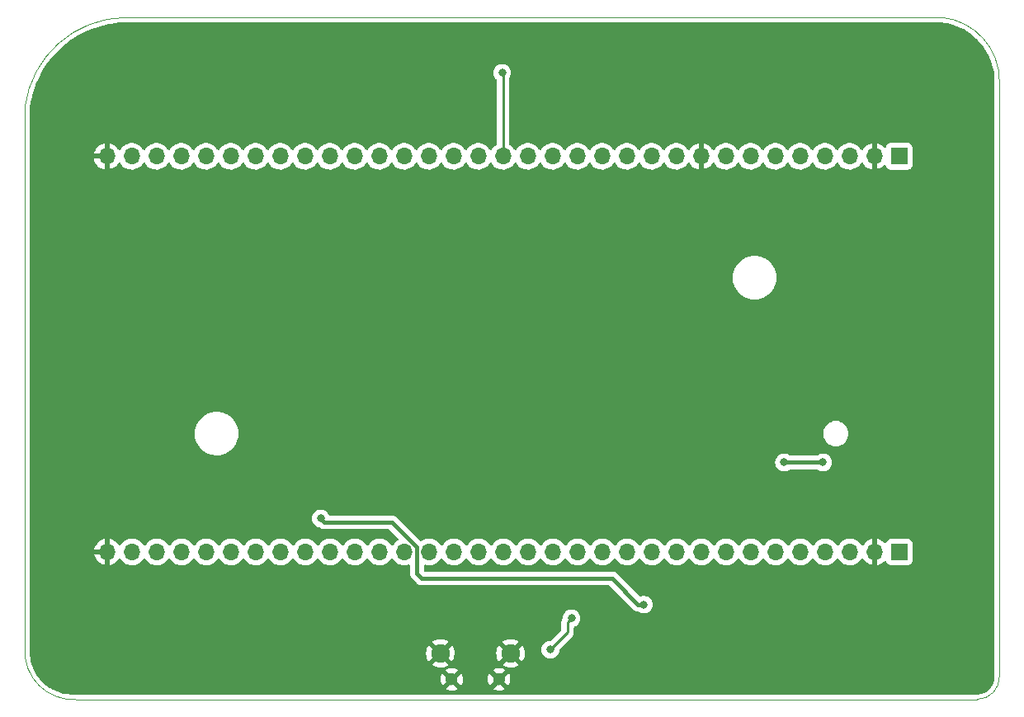
<source format=gbr>
%TF.GenerationSoftware,KiCad,Pcbnew,(6.0.2)*%
%TF.CreationDate,2022-03-20T21:01:56+02:00*%
%TF.ProjectId,main,6d61696e-2e6b-4696-9361-645f70636258,rev?*%
%TF.SameCoordinates,Original*%
%TF.FileFunction,Copper,L2,Bot*%
%TF.FilePolarity,Positive*%
%FSLAX46Y46*%
G04 Gerber Fmt 4.6, Leading zero omitted, Abs format (unit mm)*
G04 Created by KiCad (PCBNEW (6.0.2)) date 2022-03-20 21:01:56*
%MOMM*%
%LPD*%
G01*
G04 APERTURE LIST*
%TA.AperFunction,Profile*%
%ADD10C,0.100000*%
%TD*%
%TA.AperFunction,ComponentPad*%
%ADD11C,1.300000*%
%TD*%
%TA.AperFunction,ComponentPad*%
%ADD12C,1.900000*%
%TD*%
%TA.AperFunction,ComponentPad*%
%ADD13R,1.700000X1.700000*%
%TD*%
%TA.AperFunction,ComponentPad*%
%ADD14O,1.700000X1.700000*%
%TD*%
%TA.AperFunction,ViaPad*%
%ADD15C,0.800000*%
%TD*%
%TA.AperFunction,Conductor*%
%ADD16C,0.400000*%
%TD*%
%TA.AperFunction,Conductor*%
%ADD17C,0.250000*%
%TD*%
G04 APERTURE END LIST*
D10*
X189700000Y-76480000D02*
X189700000Y-137400000D01*
X100060000Y-69849999D02*
G75*
G03*
X89700000Y-79080000I93771J-10534423D01*
G01*
X89700000Y-134650000D02*
X89700000Y-79080000D01*
X187390000Y-139830000D02*
G75*
G03*
X189700000Y-137400000I17847J2295998D01*
G01*
X100060000Y-69850000D02*
X183790000Y-69850000D01*
X189700000Y-76480000D02*
G75*
G03*
X183790000Y-69850000I-6555369J105621D01*
G01*
X187390000Y-139830000D02*
X94910000Y-139830000D01*
X89700000Y-134650000D02*
G75*
G03*
X94910000Y-139830000I4932314J-249207D01*
G01*
D11*
%TO.P,J5,MH1,MH1*%
%TO.N,GND*%
X138350000Y-137775000D03*
%TO.P,J5,MH2,MH2*%
X133500000Y-137775000D03*
D12*
%TO.P,J5,MH3,MH3*%
X139525000Y-135105000D03*
%TO.P,J5,MH4,MH4*%
X132325000Y-135105000D03*
%TD*%
D13*
%TO.P,J2,1,Pin_1*%
%TO.N,+3V0*%
X179400000Y-84100000D03*
D14*
%TO.P,J2,2,Pin_2*%
%TO.N,GND*%
X176860000Y-84100000D03*
%TO.P,J2,3,Pin_3*%
%TO.N,/VBAT*%
X174320000Y-84100000D03*
%TO.P,J2,4,Pin_4*%
%TO.N,/PC13*%
X171780000Y-84100000D03*
%TO.P,J2,5,Pin_5*%
%TO.N,/PC14*%
X169240000Y-84100000D03*
%TO.P,J2,6,Pin_6*%
%TO.N,/PC15*%
X166700000Y-84100000D03*
%TO.P,J2,7,Pin_7*%
%TO.N,/PF0*%
X164160000Y-84100000D03*
%TO.P,J2,8,Pin_8*%
%TO.N,/PF1*%
X161620000Y-84100000D03*
%TO.P,J2,9,Pin_9*%
%TO.N,GND*%
X159080000Y-84100000D03*
%TO.P,J2,10,Pin_10*%
%TO.N,/NRST*%
X156540000Y-84100000D03*
%TO.P,J2,11,Pin_11*%
%TO.N,/PC0*%
X154000000Y-84100000D03*
%TO.P,J2,12,Pin_12*%
%TO.N,/PC1*%
X151460000Y-84100000D03*
%TO.P,J2,13,Pin_13*%
%TO.N,/PC2*%
X148920000Y-84100000D03*
%TO.P,J2,14,Pin_14*%
%TO.N,/PC3*%
X146380000Y-84100000D03*
%TO.P,J2,15,Pin_15*%
%TO.N,/PA0*%
X143840000Y-84100000D03*
%TO.P,J2,16,Pin_16*%
%TO.N,/PA1*%
X141300000Y-84100000D03*
%TO.P,J2,17,Pin_17*%
%TO.N,/PA2*%
X138760000Y-84100000D03*
%TO.P,J2,18,Pin_18*%
%TO.N,/PA3*%
X136220000Y-84100000D03*
%TO.P,J2,19,Pin_19*%
%TO.N,/PF4*%
X133680000Y-84100000D03*
%TO.P,J2,20,Pin_20*%
%TO.N,/PF5*%
X131140000Y-84100000D03*
%TO.P,J2,21,Pin_21*%
%TO.N,/PA4*%
X128600000Y-84100000D03*
%TO.P,J2,22,Pin_22*%
%TO.N,/PA5*%
X126060000Y-84100000D03*
%TO.P,J2,23,Pin_23*%
%TO.N,/PA6*%
X123520000Y-84100000D03*
%TO.P,J2,24,Pin_24*%
%TO.N,/PA7*%
X120980000Y-84100000D03*
%TO.P,J2,25,Pin_25*%
%TO.N,/PC4*%
X118440000Y-84100000D03*
%TO.P,J2,26,Pin_26*%
%TO.N,/PC5*%
X115900000Y-84100000D03*
%TO.P,J2,27,Pin_27*%
%TO.N,/PB0*%
X113360000Y-84100000D03*
%TO.P,J2,28,Pin_28*%
%TO.N,/PB1*%
X110820000Y-84100000D03*
%TO.P,J2,29,Pin_29*%
%TO.N,/PB2*%
X108280000Y-84100000D03*
%TO.P,J2,30,Pin_30*%
%TO.N,/PB10*%
X105740000Y-84100000D03*
%TO.P,J2,31,Pin_31*%
%TO.N,/PB11*%
X103200000Y-84100000D03*
%TO.P,J2,32,Pin_32*%
%TO.N,/PB12*%
X100660000Y-84100000D03*
%TO.P,J2,33,Pin_33*%
%TO.N,GND*%
X98120000Y-84100000D03*
%TD*%
D13*
%TO.P,J3,1,Pin_1*%
%TO.N,+5V*%
X179440000Y-124700000D03*
D14*
%TO.P,J3,2,Pin_2*%
%TO.N,GND*%
X176900000Y-124700000D03*
%TO.P,J3,3,Pin_3*%
%TO.N,/PB9*%
X174360000Y-124700000D03*
%TO.P,J3,4,Pin_4*%
%TO.N,/PB8*%
X171820000Y-124700000D03*
%TO.P,J3,5,Pin_5*%
%TO.N,VDD*%
X169280000Y-124700000D03*
%TO.P,J3,6,Pin_6*%
%TO.N,/BOOT*%
X166740000Y-124700000D03*
%TO.P,J3,7,Pin_7*%
%TO.N,/PB7*%
X164200000Y-124700000D03*
%TO.P,J3,8,Pin_8*%
%TO.N,/PB6*%
X161660000Y-124700000D03*
%TO.P,J3,9,Pin_9*%
%TO.N,/PB5*%
X159120000Y-124700000D03*
%TO.P,J3,10,Pin_10*%
%TO.N,/PB4*%
X156580000Y-124700000D03*
%TO.P,J3,11,Pin_11*%
%TO.N,/PB3*%
X154040000Y-124700000D03*
%TO.P,J3,12,Pin_12*%
%TO.N,/PD2*%
X151500000Y-124700000D03*
%TO.P,J3,13,Pin_13*%
%TO.N,/PC12*%
X148960000Y-124700000D03*
%TO.P,J3,14,Pin_14*%
%TO.N,/PC11*%
X146420000Y-124700000D03*
%TO.P,J3,15,Pin_15*%
%TO.N,/PC10*%
X143880000Y-124700000D03*
%TO.P,J3,16,Pin_16*%
%TO.N,/PA15*%
X141340000Y-124700000D03*
%TO.P,J3,17,Pin_17*%
%TO.N,/PA14*%
X138800000Y-124700000D03*
%TO.P,J3,18,Pin_18*%
%TO.N,/PF7*%
X136260000Y-124700000D03*
%TO.P,J3,19,Pin_19*%
%TO.N,/PF6*%
X133720000Y-124700000D03*
%TO.P,J3,20,Pin_20*%
%TO.N,/PA13*%
X131180000Y-124700000D03*
%TO.P,J3,21,Pin_21*%
%TO.N,/PA12*%
X128640000Y-124700000D03*
%TO.P,J3,22,Pin_22*%
%TO.N,/PA11*%
X126100000Y-124700000D03*
%TO.P,J3,23,Pin_23*%
%TO.N,/PA10*%
X123560000Y-124700000D03*
%TO.P,J3,24,Pin_24*%
%TO.N,/PA9*%
X121020000Y-124700000D03*
%TO.P,J3,25,Pin_25*%
%TO.N,/PA8*%
X118480000Y-124700000D03*
%TO.P,J3,26,Pin_26*%
%TO.N,/PC9*%
X115940000Y-124700000D03*
%TO.P,J3,27,Pin_27*%
%TO.N,/PC8*%
X113400000Y-124700000D03*
%TO.P,J3,28,Pin_28*%
%TO.N,/PC7*%
X110860000Y-124700000D03*
%TO.P,J3,29,Pin_29*%
%TO.N,/PC6*%
X108320000Y-124700000D03*
%TO.P,J3,30,Pin_30*%
%TO.N,/PB15*%
X105780000Y-124700000D03*
%TO.P,J3,31,Pin_31*%
%TO.N,/PB14*%
X103240000Y-124700000D03*
%TO.P,J3,32,Pin_32*%
%TO.N,/PB13*%
X100700000Y-124700000D03*
%TO.P,J3,33,Pin_33*%
%TO.N,GND*%
X98160000Y-124700000D03*
%TD*%
D15*
%TO.N,+3V0*%
X171600000Y-115500000D03*
X167600000Y-115500000D03*
%TO.N,GND*%
X103900000Y-134600000D03*
X115100000Y-81200000D03*
X117440332Y-132540332D03*
X152000000Y-120800000D03*
X115700000Y-136200000D03*
X115254502Y-134450500D03*
X108302451Y-119397549D03*
X116195390Y-128263747D03*
X170300000Y-121200000D03*
X137400000Y-120100000D03*
X115000000Y-119200000D03*
X108500000Y-121600000D03*
X176900000Y-122900000D03*
%TO.N,/PA2*%
X138676673Y-75529628D03*
%TO.N,/Power/VPolarity*%
X153200000Y-130100000D03*
X120058695Y-121258695D03*
%TO.N,Net-(C1-Pad1)*%
X143622705Y-134722705D03*
X145779500Y-131500000D03*
%TD*%
D16*
%TO.N,+3V0*%
X171600000Y-115500000D02*
X167600000Y-115500000D01*
D17*
%TO.N,GND*%
X117440332Y-132540332D02*
X117450000Y-132530664D01*
X137400000Y-120000000D02*
X137400000Y-120100000D01*
X151100000Y-119900000D02*
X137500000Y-119900000D01*
X137500000Y-119900000D02*
X137400000Y-120000000D01*
X152000000Y-120800000D02*
X151100000Y-119900000D01*
X115254502Y-134450500D02*
X115530164Y-134450500D01*
%TO.N,/PA2*%
X138676673Y-75529628D02*
X138760000Y-75612955D01*
X138760000Y-75612955D02*
X138760000Y-84100000D01*
D16*
%TO.N,/Power/VPolarity*%
X120058695Y-121258695D02*
X120450000Y-121650000D01*
X130400000Y-127400000D02*
X149930680Y-127400000D01*
X152630680Y-130100000D02*
X153200000Y-130100000D01*
X120450000Y-121650000D02*
X127357076Y-121650000D01*
X127357076Y-121650000D02*
X129930489Y-124223413D01*
X149930680Y-127400000D02*
X152630680Y-130100000D01*
X129930489Y-126930489D02*
X130400000Y-127400000D01*
X129930489Y-124223413D02*
X129930489Y-126930489D01*
D17*
%TO.N,Net-(C1-Pad1)*%
X143622705Y-134722705D02*
X145395410Y-132950000D01*
X145395410Y-132950000D02*
X145395410Y-131884090D01*
X145395410Y-131884090D02*
X145779500Y-131500000D01*
%TD*%
%TA.AperFunction,Conductor*%
%TO.N,GND*%
G36*
X183726884Y-70358431D02*
G01*
X183733244Y-70360076D01*
X183742216Y-70359794D01*
X183742217Y-70359794D01*
X183754782Y-70359399D01*
X183776044Y-70360531D01*
X184204257Y-70419899D01*
X184213970Y-70421635D01*
X184302750Y-70441124D01*
X184666979Y-70521080D01*
X184676512Y-70523568D01*
X184952104Y-70607138D01*
X185120334Y-70658152D01*
X185129657Y-70661383D01*
X185345618Y-70745832D01*
X185561584Y-70830283D01*
X185570618Y-70834230D01*
X185975015Y-71030121D01*
X185988012Y-71036417D01*
X185996701Y-71041055D01*
X186373597Y-71261592D01*
X186396993Y-71275282D01*
X186405307Y-71280595D01*
X186786030Y-71545419D01*
X186793904Y-71551366D01*
X187152744Y-71845176D01*
X187160128Y-71851721D01*
X187327503Y-72012216D01*
X187473511Y-72152222D01*
X187494877Y-72172710D01*
X187501721Y-72179807D01*
X187653896Y-72350523D01*
X187810326Y-72526011D01*
X187816598Y-72533628D01*
X188097157Y-72902904D01*
X188102813Y-72910986D01*
X188336129Y-73273888D01*
X188353623Y-73301099D01*
X188358627Y-73309595D01*
X188578146Y-73718146D01*
X188582472Y-73727015D01*
X188769338Y-74151470D01*
X188772953Y-74160638D01*
X188926042Y-74598444D01*
X188928921Y-74607845D01*
X189032003Y-74998402D01*
X189047279Y-75056278D01*
X189049422Y-75065910D01*
X189132325Y-75522222D01*
X189133707Y-75531992D01*
X189147174Y-75664361D01*
X189171268Y-75901184D01*
X189180647Y-75993375D01*
X189181261Y-76003215D01*
X189187235Y-76262291D01*
X189191055Y-76427950D01*
X189189259Y-76452245D01*
X189186982Y-76465463D01*
X189188002Y-76474379D01*
X189188002Y-76474381D01*
X189191183Y-76502180D01*
X189192000Y-76516503D01*
X189192000Y-137369099D01*
X189191419Y-137381183D01*
X189187323Y-137423691D01*
X189189005Y-137432512D01*
X189190302Y-137439315D01*
X189192526Y-137464150D01*
X189190558Y-137664759D01*
X189189219Y-137681882D01*
X189174094Y-137784580D01*
X189157062Y-137900230D01*
X189156216Y-137905971D01*
X189152563Y-137922747D01*
X189089643Y-138139408D01*
X189089389Y-138140281D01*
X189083488Y-138156404D01*
X188991317Y-138363327D01*
X188983277Y-138378500D01*
X188951739Y-138429313D01*
X188863828Y-138570956D01*
X188853798Y-138584897D01*
X188709286Y-138759323D01*
X188697453Y-138771771D01*
X188530563Y-138924925D01*
X188517147Y-138935648D01*
X188330979Y-139064683D01*
X188316229Y-139073482D01*
X188114249Y-139175998D01*
X188098440Y-139182709D01*
X187884385Y-139256810D01*
X187867816Y-139261308D01*
X187689520Y-139296866D01*
X187645670Y-139305611D01*
X187628637Y-139307814D01*
X187435525Y-139319498D01*
X187414773Y-139318442D01*
X187409124Y-139318329D01*
X187400259Y-139316878D01*
X187372010Y-139320349D01*
X187366223Y-139321060D01*
X187350857Y-139322000D01*
X94941578Y-139322000D01*
X94929224Y-139321393D01*
X94896339Y-139318153D01*
X94896338Y-139318153D01*
X94887405Y-139317273D01*
X94878583Y-139318936D01*
X94878581Y-139318936D01*
X94867268Y-139321068D01*
X94845457Y-139323239D01*
X94721039Y-139324746D01*
X94495966Y-139327472D01*
X94484870Y-139327116D01*
X94106026Y-139298200D01*
X94095002Y-139296867D01*
X93720188Y-139234659D01*
X93709308Y-139232355D01*
X93341468Y-139137347D01*
X93330834Y-139134094D01*
X92972786Y-139007015D01*
X92962479Y-139002836D01*
X92617036Y-138844681D01*
X92607139Y-138839610D01*
X92453887Y-138752344D01*
X132887016Y-138752344D01*
X132896898Y-138764834D01*
X132940279Y-138793820D01*
X132950389Y-138799310D01*
X133135318Y-138878762D01*
X133146261Y-138882317D01*
X133342567Y-138926737D01*
X133353975Y-138928239D01*
X133555096Y-138936140D01*
X133566580Y-138935538D01*
X133765774Y-138906657D01*
X133776957Y-138903972D01*
X133967547Y-138839276D01*
X133978060Y-138834595D01*
X134104766Y-138763635D01*
X134114631Y-138753557D01*
X134114164Y-138752344D01*
X137737016Y-138752344D01*
X137746898Y-138764834D01*
X137790279Y-138793820D01*
X137800389Y-138799310D01*
X137985318Y-138878762D01*
X137996261Y-138882317D01*
X138192567Y-138926737D01*
X138203975Y-138928239D01*
X138405096Y-138936140D01*
X138416580Y-138935538D01*
X138615774Y-138906657D01*
X138626957Y-138903972D01*
X138817547Y-138839276D01*
X138828060Y-138834595D01*
X138954766Y-138763635D01*
X138964631Y-138753557D01*
X138961675Y-138745885D01*
X138362812Y-138147022D01*
X138348868Y-138139408D01*
X138347035Y-138139539D01*
X138340420Y-138143790D01*
X137743212Y-138740998D01*
X137737016Y-138752344D01*
X134114164Y-138752344D01*
X134111675Y-138745885D01*
X133512812Y-138147022D01*
X133498868Y-138139408D01*
X133497035Y-138139539D01*
X133490420Y-138143790D01*
X132893212Y-138740998D01*
X132887016Y-138752344D01*
X92453887Y-138752344D01*
X92276990Y-138651614D01*
X92267578Y-138645690D01*
X92097607Y-138527922D01*
X91955282Y-138429308D01*
X91946435Y-138422582D01*
X91906114Y-138389016D01*
X91654442Y-138179510D01*
X91646220Y-138172027D01*
X91376793Y-137904152D01*
X91369260Y-137895971D01*
X91246584Y-137750323D01*
X132337816Y-137750323D01*
X132350979Y-137951159D01*
X132352780Y-137962529D01*
X132402323Y-138157604D01*
X132406164Y-138168451D01*
X132490429Y-138351238D01*
X132496178Y-138361195D01*
X132509912Y-138380628D01*
X132520501Y-138389016D01*
X132533802Y-138381988D01*
X133127978Y-137787812D01*
X133134356Y-137776132D01*
X133864408Y-137776132D01*
X133864539Y-137777965D01*
X133868790Y-137784580D01*
X134466971Y-138382761D01*
X134479351Y-138389521D01*
X134485931Y-138384595D01*
X134559595Y-138253060D01*
X134564276Y-138242547D01*
X134628972Y-138051957D01*
X134631657Y-138040774D01*
X134660834Y-137839539D01*
X134661464Y-137832157D01*
X134662864Y-137778704D01*
X134662621Y-137771305D01*
X134660693Y-137750323D01*
X137187816Y-137750323D01*
X137200979Y-137951159D01*
X137202780Y-137962529D01*
X137252323Y-138157604D01*
X137256164Y-138168451D01*
X137340429Y-138351238D01*
X137346178Y-138361195D01*
X137359912Y-138380628D01*
X137370501Y-138389016D01*
X137383802Y-138381988D01*
X137977978Y-137787812D01*
X137984356Y-137776132D01*
X138714408Y-137776132D01*
X138714539Y-137777965D01*
X138718790Y-137784580D01*
X139316971Y-138382761D01*
X139329351Y-138389521D01*
X139335931Y-138384595D01*
X139409595Y-138253060D01*
X139414276Y-138242547D01*
X139478972Y-138051957D01*
X139481657Y-138040774D01*
X139510834Y-137839539D01*
X139511464Y-137832157D01*
X139512864Y-137778704D01*
X139512621Y-137771305D01*
X139494016Y-137568824D01*
X139491918Y-137557503D01*
X139437287Y-137363797D01*
X139433163Y-137353050D01*
X139344141Y-137172534D01*
X139340617Y-137166784D01*
X139330595Y-137159262D01*
X139318176Y-137166034D01*
X138722022Y-137762188D01*
X138714408Y-137776132D01*
X137984356Y-137776132D01*
X137985592Y-137773868D01*
X137985461Y-137772035D01*
X137981210Y-137765420D01*
X137381520Y-137165730D01*
X137369140Y-137158970D01*
X137363174Y-137163436D01*
X137278257Y-137324836D01*
X137273848Y-137335479D01*
X137214167Y-137527684D01*
X137211773Y-137538946D01*
X137188117Y-137738821D01*
X137187816Y-137750323D01*
X134660693Y-137750323D01*
X134644016Y-137568824D01*
X134641918Y-137557503D01*
X134587287Y-137363797D01*
X134583163Y-137353050D01*
X134494141Y-137172534D01*
X134490617Y-137166784D01*
X134480595Y-137159262D01*
X134468176Y-137166034D01*
X133872022Y-137762188D01*
X133864408Y-137776132D01*
X133134356Y-137776132D01*
X133135592Y-137773868D01*
X133135461Y-137772035D01*
X133131210Y-137765420D01*
X132531520Y-137165730D01*
X132519140Y-137158970D01*
X132513174Y-137163436D01*
X132428257Y-137324836D01*
X132423848Y-137335479D01*
X132364167Y-137527684D01*
X132361773Y-137538946D01*
X132338117Y-137738821D01*
X132337816Y-137750323D01*
X91246584Y-137750323D01*
X91124508Y-137605387D01*
X91117726Y-137596573D01*
X90899550Y-137285540D01*
X90893572Y-137276163D01*
X90703668Y-136947097D01*
X90698540Y-136937228D01*
X90633448Y-136797196D01*
X132886307Y-136797196D01*
X132889793Y-136805583D01*
X133487188Y-137402978D01*
X133501132Y-137410592D01*
X133502965Y-137410461D01*
X133509580Y-137406210D01*
X134106533Y-136809257D01*
X134113119Y-136797196D01*
X137736307Y-136797196D01*
X137739793Y-136805583D01*
X138337188Y-137402978D01*
X138351132Y-137410592D01*
X138352965Y-137410461D01*
X138359580Y-137406210D01*
X138956533Y-136809257D01*
X138963293Y-136796877D01*
X138957263Y-136788822D01*
X138882857Y-136741875D01*
X138872609Y-136736654D01*
X138685663Y-136662070D01*
X138674635Y-136658803D01*
X138477230Y-136619537D01*
X138465784Y-136618334D01*
X138264537Y-136615700D01*
X138253057Y-136616603D01*
X138054701Y-136650687D01*
X138043581Y-136653667D01*
X137854748Y-136723331D01*
X137844370Y-136728281D01*
X137745906Y-136786861D01*
X137736307Y-136797196D01*
X134113119Y-136797196D01*
X134113293Y-136796877D01*
X134107263Y-136788822D01*
X134032857Y-136741875D01*
X134022609Y-136736654D01*
X133835663Y-136662070D01*
X133824635Y-136658803D01*
X133627230Y-136619537D01*
X133615784Y-136618334D01*
X133414537Y-136615700D01*
X133403057Y-136616603D01*
X133204701Y-136650687D01*
X133193581Y-136653667D01*
X133004748Y-136723331D01*
X132994370Y-136728281D01*
X132895906Y-136786861D01*
X132886307Y-136797196D01*
X90633448Y-136797196D01*
X90538398Y-136592713D01*
X90534160Y-136582432D01*
X90476091Y-136421771D01*
X90433487Y-136303900D01*
X131491358Y-136303900D01*
X131494661Y-136308560D01*
X131688399Y-136421771D01*
X131697686Y-136426221D01*
X131912006Y-136508062D01*
X131921908Y-136510939D01*
X132146699Y-136556673D01*
X132156951Y-136557896D01*
X132386202Y-136566302D01*
X132396488Y-136565835D01*
X132624043Y-136536684D01*
X132634129Y-136534541D01*
X132853864Y-136468617D01*
X132863459Y-136464856D01*
X133069466Y-136363935D01*
X133078332Y-136358650D01*
X133145945Y-136310421D01*
X133151065Y-136303900D01*
X138691358Y-136303900D01*
X138694661Y-136308560D01*
X138888399Y-136421771D01*
X138897686Y-136426221D01*
X139112006Y-136508062D01*
X139121908Y-136510939D01*
X139346699Y-136556673D01*
X139356951Y-136557896D01*
X139586202Y-136566302D01*
X139596488Y-136565835D01*
X139824043Y-136536684D01*
X139834129Y-136534541D01*
X140053864Y-136468617D01*
X140063459Y-136464856D01*
X140269466Y-136363935D01*
X140278332Y-136358650D01*
X140345945Y-136310421D01*
X140354346Y-136299721D01*
X140347358Y-136286568D01*
X139537812Y-135477022D01*
X139523868Y-135469408D01*
X139522035Y-135469539D01*
X139515420Y-135473790D01*
X138698635Y-136290575D01*
X138691358Y-136303900D01*
X133151065Y-136303900D01*
X133154346Y-136299721D01*
X133147358Y-136286568D01*
X132337812Y-135477022D01*
X132323868Y-135469408D01*
X132322035Y-135469539D01*
X132315420Y-135473790D01*
X131498635Y-136290575D01*
X131491358Y-136303900D01*
X90433487Y-136303900D01*
X90405012Y-136225117D01*
X90401700Y-136214509D01*
X90304566Y-135847212D01*
X90302200Y-135836345D01*
X90237833Y-135461918D01*
X90236434Y-135450886D01*
X90223274Y-135290676D01*
X90205510Y-135074412D01*
X130862737Y-135074412D01*
X130875944Y-135303451D01*
X130877377Y-135313653D01*
X130927810Y-135537442D01*
X130930898Y-135547295D01*
X131017204Y-135759840D01*
X131021852Y-135769041D01*
X131118736Y-135927143D01*
X131129192Y-135936604D01*
X131137970Y-135932820D01*
X131952978Y-135117812D01*
X131959356Y-135106132D01*
X132689408Y-135106132D01*
X132689539Y-135107965D01*
X132693790Y-135114580D01*
X133507130Y-135927920D01*
X133519141Y-135934479D01*
X133530880Y-135925511D01*
X133576012Y-135862702D01*
X133581327Y-135853857D01*
X133682966Y-135648206D01*
X133686765Y-135638611D01*
X133753453Y-135419120D01*
X133755632Y-135409039D01*
X133785813Y-135179789D01*
X133786332Y-135173114D01*
X133787915Y-135108364D01*
X133787721Y-135101647D01*
X133785482Y-135074412D01*
X138062737Y-135074412D01*
X138075944Y-135303451D01*
X138077377Y-135313653D01*
X138127810Y-135537442D01*
X138130898Y-135547295D01*
X138217204Y-135759840D01*
X138221852Y-135769041D01*
X138318736Y-135927143D01*
X138329192Y-135936604D01*
X138337970Y-135932820D01*
X139152978Y-135117812D01*
X139159356Y-135106132D01*
X139889408Y-135106132D01*
X139889539Y-135107965D01*
X139893790Y-135114580D01*
X140707130Y-135927920D01*
X140719141Y-135934479D01*
X140730880Y-135925511D01*
X140776012Y-135862702D01*
X140781327Y-135853857D01*
X140882966Y-135648206D01*
X140886765Y-135638611D01*
X140953453Y-135419120D01*
X140955632Y-135409039D01*
X140985813Y-135179789D01*
X140986332Y-135173114D01*
X140987915Y-135108364D01*
X140987721Y-135101647D01*
X140968776Y-134871206D01*
X140967093Y-134861044D01*
X140932345Y-134722705D01*
X142709201Y-134722705D01*
X142709891Y-134729270D01*
X142721109Y-134835999D01*
X142729163Y-134912633D01*
X142788178Y-135094261D01*
X142791481Y-135099983D01*
X142791482Y-135099984D01*
X142795032Y-135106132D01*
X142883665Y-135259649D01*
X143011452Y-135401571D01*
X143165953Y-135513823D01*
X143171981Y-135516507D01*
X143171983Y-135516508D01*
X143334386Y-135588814D01*
X143340417Y-135591499D01*
X143433817Y-135611352D01*
X143520761Y-135629833D01*
X143520766Y-135629833D01*
X143527218Y-135631205D01*
X143718192Y-135631205D01*
X143724644Y-135629833D01*
X143724649Y-135629833D01*
X143811593Y-135611352D01*
X143904993Y-135591499D01*
X143911024Y-135588814D01*
X144073427Y-135516508D01*
X144073429Y-135516507D01*
X144079457Y-135513823D01*
X144233958Y-135401571D01*
X144361745Y-135259649D01*
X144450378Y-135106132D01*
X144453928Y-135099984D01*
X144453929Y-135099983D01*
X144457232Y-135094261D01*
X144516247Y-134912633D01*
X144533612Y-134747411D01*
X144560625Y-134681755D01*
X144569827Y-134671487D01*
X145787657Y-133453657D01*
X145795947Y-133446113D01*
X145802428Y-133442000D01*
X145849069Y-133392332D01*
X145851823Y-133389491D01*
X145871544Y-133369770D01*
X145874022Y-133366575D01*
X145881728Y-133357553D01*
X145906568Y-133331101D01*
X145911996Y-133325321D01*
X145921756Y-133307568D01*
X145932609Y-133291045D01*
X145940163Y-133281306D01*
X145945023Y-133275041D01*
X145962586Y-133234457D01*
X145967793Y-133223827D01*
X145989105Y-133185060D01*
X145991076Y-133177383D01*
X145991078Y-133177378D01*
X145994142Y-133165442D01*
X146000548Y-133146730D01*
X146005444Y-133135417D01*
X146008591Y-133128145D01*
X146015507Y-133084481D01*
X146017914Y-133072860D01*
X146026938Y-133037711D01*
X146026938Y-133037710D01*
X146028910Y-133030030D01*
X146028910Y-133009769D01*
X146030461Y-132990058D01*
X146032389Y-132977885D01*
X146033629Y-132970057D01*
X146029469Y-132926046D01*
X146028910Y-132914189D01*
X146028910Y-132465258D01*
X146048912Y-132397137D01*
X146103661Y-132350151D01*
X146230222Y-132293803D01*
X146230224Y-132293802D01*
X146236252Y-132291118D01*
X146390753Y-132178866D01*
X146518540Y-132036944D01*
X146614027Y-131871556D01*
X146673042Y-131689928D01*
X146681413Y-131610288D01*
X146692314Y-131506565D01*
X146693004Y-131500000D01*
X146673042Y-131310072D01*
X146614027Y-131128444D01*
X146518540Y-130963056D01*
X146456185Y-130893803D01*
X146395175Y-130826045D01*
X146395174Y-130826044D01*
X146390753Y-130821134D01*
X146236252Y-130708882D01*
X146230224Y-130706198D01*
X146230222Y-130706197D01*
X146067819Y-130633891D01*
X146067818Y-130633891D01*
X146061788Y-130631206D01*
X145968387Y-130611353D01*
X145881444Y-130592872D01*
X145881439Y-130592872D01*
X145874987Y-130591500D01*
X145684013Y-130591500D01*
X145677561Y-130592872D01*
X145677556Y-130592872D01*
X145590613Y-130611353D01*
X145497212Y-130631206D01*
X145491182Y-130633891D01*
X145491181Y-130633891D01*
X145328778Y-130706197D01*
X145328776Y-130706198D01*
X145322748Y-130708882D01*
X145168247Y-130821134D01*
X145163826Y-130826044D01*
X145163825Y-130826045D01*
X145102816Y-130893803D01*
X145040460Y-130963056D01*
X144944973Y-131128444D01*
X144885958Y-131310072D01*
X144865996Y-131500000D01*
X144864329Y-131499825D01*
X144849396Y-131554407D01*
X144845796Y-131559049D01*
X144842647Y-131566326D01*
X144828236Y-131599627D01*
X144823019Y-131610277D01*
X144801715Y-131649030D01*
X144799744Y-131656705D01*
X144799744Y-131656706D01*
X144796677Y-131668652D01*
X144790273Y-131687356D01*
X144782229Y-131705945D01*
X144780990Y-131713768D01*
X144780987Y-131713778D01*
X144775311Y-131749614D01*
X144772905Y-131761234D01*
X144761910Y-131804060D01*
X144761910Y-131824314D01*
X144760359Y-131844024D01*
X144757190Y-131864033D01*
X144757936Y-131871925D01*
X144761351Y-131908051D01*
X144761910Y-131919909D01*
X144761910Y-132635405D01*
X144741908Y-132703526D01*
X144725005Y-132724500D01*
X143672205Y-133777300D01*
X143609893Y-133811326D01*
X143583110Y-133814205D01*
X143527218Y-133814205D01*
X143520766Y-133815577D01*
X143520761Y-133815577D01*
X143433818Y-133834058D01*
X143340417Y-133853911D01*
X143334387Y-133856596D01*
X143334386Y-133856596D01*
X143171983Y-133928902D01*
X143171981Y-133928903D01*
X143165953Y-133931587D01*
X143011452Y-134043839D01*
X142883665Y-134185761D01*
X142788178Y-134351149D01*
X142729163Y-134532777D01*
X142728473Y-134539338D01*
X142728473Y-134539340D01*
X142713505Y-134681755D01*
X142709201Y-134722705D01*
X140932345Y-134722705D01*
X140911204Y-134638539D01*
X140907883Y-134628784D01*
X140816409Y-134418410D01*
X140811531Y-134409312D01*
X140730384Y-134283876D01*
X140719698Y-134274674D01*
X140710133Y-134279077D01*
X139897022Y-135092188D01*
X139889408Y-135106132D01*
X139159356Y-135106132D01*
X139160592Y-135103868D01*
X139160461Y-135102035D01*
X139156210Y-135095420D01*
X138342884Y-134282094D01*
X138331348Y-134275794D01*
X138319065Y-134285418D01*
X138255849Y-134378089D01*
X138250756Y-134387053D01*
X138154163Y-134595145D01*
X138150606Y-134604813D01*
X138089299Y-134825879D01*
X138087368Y-134835999D01*
X138062989Y-135064123D01*
X138062737Y-135074412D01*
X133785482Y-135074412D01*
X133768776Y-134871206D01*
X133767093Y-134861044D01*
X133711204Y-134638539D01*
X133707883Y-134628784D01*
X133616409Y-134418410D01*
X133611531Y-134409312D01*
X133530384Y-134283876D01*
X133519698Y-134274674D01*
X133510133Y-134279077D01*
X132697022Y-135092188D01*
X132689408Y-135106132D01*
X131959356Y-135106132D01*
X131960592Y-135103868D01*
X131960461Y-135102035D01*
X131956210Y-135095420D01*
X131142884Y-134282094D01*
X131131348Y-134275794D01*
X131119065Y-134285418D01*
X131055849Y-134378089D01*
X131050756Y-134387053D01*
X130954163Y-134595145D01*
X130950606Y-134604813D01*
X130889299Y-134825879D01*
X130887368Y-134835999D01*
X130862989Y-135064123D01*
X130862737Y-135074412D01*
X90205510Y-135074412D01*
X90205330Y-135072220D01*
X90204910Y-135061114D01*
X90205851Y-134912633D01*
X90207077Y-134719049D01*
X90209712Y-134694202D01*
X90210390Y-134690941D01*
X90212216Y-134682158D01*
X90208398Y-134634262D01*
X90208000Y-134624251D01*
X90208000Y-133909999D01*
X131494795Y-133909999D01*
X131501540Y-133922330D01*
X132312188Y-134732978D01*
X132326132Y-134740592D01*
X132327965Y-134740461D01*
X132334580Y-134736210D01*
X133149590Y-133921200D01*
X133155707Y-133909999D01*
X138694795Y-133909999D01*
X138701540Y-133922330D01*
X139512188Y-134732978D01*
X139526132Y-134740592D01*
X139527965Y-134740461D01*
X139534580Y-134736210D01*
X140349590Y-133921200D01*
X140356611Y-133908343D01*
X140348838Y-133897676D01*
X140338667Y-133889643D01*
X140330083Y-133883940D01*
X140129250Y-133773074D01*
X140119838Y-133768844D01*
X139903591Y-133692266D01*
X139893620Y-133689632D01*
X139667769Y-133649402D01*
X139657516Y-133648433D01*
X139428116Y-133645630D01*
X139417832Y-133646350D01*
X139191067Y-133681050D01*
X139181039Y-133683439D01*
X138962984Y-133754710D01*
X138953475Y-133758707D01*
X138749993Y-133864633D01*
X138741268Y-133870127D01*
X138703248Y-133898674D01*
X138694795Y-133909999D01*
X133155707Y-133909999D01*
X133156611Y-133908343D01*
X133148838Y-133897676D01*
X133138667Y-133889643D01*
X133130083Y-133883940D01*
X132929250Y-133773074D01*
X132919838Y-133768844D01*
X132703591Y-133692266D01*
X132693620Y-133689632D01*
X132467769Y-133649402D01*
X132457516Y-133648433D01*
X132228116Y-133645630D01*
X132217832Y-133646350D01*
X131991067Y-133681050D01*
X131981039Y-133683439D01*
X131762984Y-133754710D01*
X131753475Y-133758707D01*
X131549993Y-133864633D01*
X131541268Y-133870127D01*
X131503248Y-133898674D01*
X131494795Y-133909999D01*
X90208000Y-133909999D01*
X90208000Y-124967966D01*
X96828257Y-124967966D01*
X96858565Y-125102446D01*
X96861645Y-125112275D01*
X96941770Y-125309603D01*
X96946413Y-125318794D01*
X97057694Y-125500388D01*
X97063777Y-125508699D01*
X97203213Y-125669667D01*
X97210580Y-125676883D01*
X97374434Y-125812916D01*
X97382881Y-125818831D01*
X97566756Y-125926279D01*
X97576042Y-125930729D01*
X97775001Y-126006703D01*
X97784899Y-126009579D01*
X97888250Y-126030606D01*
X97902299Y-126029410D01*
X97906000Y-126019065D01*
X97906000Y-126018517D01*
X98414000Y-126018517D01*
X98418064Y-126032359D01*
X98431478Y-126034393D01*
X98438184Y-126033534D01*
X98448262Y-126031392D01*
X98652255Y-125970191D01*
X98661842Y-125966433D01*
X98853095Y-125872739D01*
X98861945Y-125867464D01*
X99035328Y-125743792D01*
X99043200Y-125737139D01*
X99194052Y-125586812D01*
X99200730Y-125578965D01*
X99328022Y-125401819D01*
X99329279Y-125402722D01*
X99376373Y-125359362D01*
X99446311Y-125347145D01*
X99511751Y-125374678D01*
X99539579Y-125406511D01*
X99599987Y-125505088D01*
X99746250Y-125673938D01*
X99918126Y-125816632D01*
X100111000Y-125929338D01*
X100319692Y-126009030D01*
X100324760Y-126010061D01*
X100324763Y-126010062D01*
X100419862Y-126029410D01*
X100538597Y-126053567D01*
X100543772Y-126053757D01*
X100543774Y-126053757D01*
X100756673Y-126061564D01*
X100756677Y-126061564D01*
X100761837Y-126061753D01*
X100766957Y-126061097D01*
X100766959Y-126061097D01*
X100978288Y-126034025D01*
X100978289Y-126034025D01*
X100983416Y-126033368D01*
X100988366Y-126031883D01*
X101192429Y-125970661D01*
X101192434Y-125970659D01*
X101197384Y-125969174D01*
X101397994Y-125870896D01*
X101579860Y-125741173D01*
X101738096Y-125583489D01*
X101868453Y-125402077D01*
X101869776Y-125403028D01*
X101916645Y-125359857D01*
X101986580Y-125347625D01*
X102052026Y-125375144D01*
X102079875Y-125406994D01*
X102139987Y-125505088D01*
X102286250Y-125673938D01*
X102458126Y-125816632D01*
X102651000Y-125929338D01*
X102859692Y-126009030D01*
X102864760Y-126010061D01*
X102864763Y-126010062D01*
X102959862Y-126029410D01*
X103078597Y-126053567D01*
X103083772Y-126053757D01*
X103083774Y-126053757D01*
X103296673Y-126061564D01*
X103296677Y-126061564D01*
X103301837Y-126061753D01*
X103306957Y-126061097D01*
X103306959Y-126061097D01*
X103518288Y-126034025D01*
X103518289Y-126034025D01*
X103523416Y-126033368D01*
X103528366Y-126031883D01*
X103732429Y-125970661D01*
X103732434Y-125970659D01*
X103737384Y-125969174D01*
X103937994Y-125870896D01*
X104119860Y-125741173D01*
X104278096Y-125583489D01*
X104408453Y-125402077D01*
X104409776Y-125403028D01*
X104456645Y-125359857D01*
X104526580Y-125347625D01*
X104592026Y-125375144D01*
X104619875Y-125406994D01*
X104679987Y-125505088D01*
X104826250Y-125673938D01*
X104998126Y-125816632D01*
X105191000Y-125929338D01*
X105399692Y-126009030D01*
X105404760Y-126010061D01*
X105404763Y-126010062D01*
X105499862Y-126029410D01*
X105618597Y-126053567D01*
X105623772Y-126053757D01*
X105623774Y-126053757D01*
X105836673Y-126061564D01*
X105836677Y-126061564D01*
X105841837Y-126061753D01*
X105846957Y-126061097D01*
X105846959Y-126061097D01*
X106058288Y-126034025D01*
X106058289Y-126034025D01*
X106063416Y-126033368D01*
X106068366Y-126031883D01*
X106272429Y-125970661D01*
X106272434Y-125970659D01*
X106277384Y-125969174D01*
X106477994Y-125870896D01*
X106659860Y-125741173D01*
X106818096Y-125583489D01*
X106948453Y-125402077D01*
X106949776Y-125403028D01*
X106996645Y-125359857D01*
X107066580Y-125347625D01*
X107132026Y-125375144D01*
X107159875Y-125406994D01*
X107219987Y-125505088D01*
X107366250Y-125673938D01*
X107538126Y-125816632D01*
X107731000Y-125929338D01*
X107939692Y-126009030D01*
X107944760Y-126010061D01*
X107944763Y-126010062D01*
X108039862Y-126029410D01*
X108158597Y-126053567D01*
X108163772Y-126053757D01*
X108163774Y-126053757D01*
X108376673Y-126061564D01*
X108376677Y-126061564D01*
X108381837Y-126061753D01*
X108386957Y-126061097D01*
X108386959Y-126061097D01*
X108598288Y-126034025D01*
X108598289Y-126034025D01*
X108603416Y-126033368D01*
X108608366Y-126031883D01*
X108812429Y-125970661D01*
X108812434Y-125970659D01*
X108817384Y-125969174D01*
X109017994Y-125870896D01*
X109199860Y-125741173D01*
X109358096Y-125583489D01*
X109488453Y-125402077D01*
X109489776Y-125403028D01*
X109536645Y-125359857D01*
X109606580Y-125347625D01*
X109672026Y-125375144D01*
X109699875Y-125406994D01*
X109759987Y-125505088D01*
X109906250Y-125673938D01*
X110078126Y-125816632D01*
X110271000Y-125929338D01*
X110479692Y-126009030D01*
X110484760Y-126010061D01*
X110484763Y-126010062D01*
X110579862Y-126029410D01*
X110698597Y-126053567D01*
X110703772Y-126053757D01*
X110703774Y-126053757D01*
X110916673Y-126061564D01*
X110916677Y-126061564D01*
X110921837Y-126061753D01*
X110926957Y-126061097D01*
X110926959Y-126061097D01*
X111138288Y-126034025D01*
X111138289Y-126034025D01*
X111143416Y-126033368D01*
X111148366Y-126031883D01*
X111352429Y-125970661D01*
X111352434Y-125970659D01*
X111357384Y-125969174D01*
X111557994Y-125870896D01*
X111739860Y-125741173D01*
X111898096Y-125583489D01*
X112028453Y-125402077D01*
X112029776Y-125403028D01*
X112076645Y-125359857D01*
X112146580Y-125347625D01*
X112212026Y-125375144D01*
X112239875Y-125406994D01*
X112299987Y-125505088D01*
X112446250Y-125673938D01*
X112618126Y-125816632D01*
X112811000Y-125929338D01*
X113019692Y-126009030D01*
X113024760Y-126010061D01*
X113024763Y-126010062D01*
X113119862Y-126029410D01*
X113238597Y-126053567D01*
X113243772Y-126053757D01*
X113243774Y-126053757D01*
X113456673Y-126061564D01*
X113456677Y-126061564D01*
X113461837Y-126061753D01*
X113466957Y-126061097D01*
X113466959Y-126061097D01*
X113678288Y-126034025D01*
X113678289Y-126034025D01*
X113683416Y-126033368D01*
X113688366Y-126031883D01*
X113892429Y-125970661D01*
X113892434Y-125970659D01*
X113897384Y-125969174D01*
X114097994Y-125870896D01*
X114279860Y-125741173D01*
X114438096Y-125583489D01*
X114568453Y-125402077D01*
X114569776Y-125403028D01*
X114616645Y-125359857D01*
X114686580Y-125347625D01*
X114752026Y-125375144D01*
X114779875Y-125406994D01*
X114839987Y-125505088D01*
X114986250Y-125673938D01*
X115158126Y-125816632D01*
X115351000Y-125929338D01*
X115559692Y-126009030D01*
X115564760Y-126010061D01*
X115564763Y-126010062D01*
X115659862Y-126029410D01*
X115778597Y-126053567D01*
X115783772Y-126053757D01*
X115783774Y-126053757D01*
X115996673Y-126061564D01*
X115996677Y-126061564D01*
X116001837Y-126061753D01*
X116006957Y-126061097D01*
X116006959Y-126061097D01*
X116218288Y-126034025D01*
X116218289Y-126034025D01*
X116223416Y-126033368D01*
X116228366Y-126031883D01*
X116432429Y-125970661D01*
X116432434Y-125970659D01*
X116437384Y-125969174D01*
X116637994Y-125870896D01*
X116819860Y-125741173D01*
X116978096Y-125583489D01*
X117108453Y-125402077D01*
X117109776Y-125403028D01*
X117156645Y-125359857D01*
X117226580Y-125347625D01*
X117292026Y-125375144D01*
X117319875Y-125406994D01*
X117379987Y-125505088D01*
X117526250Y-125673938D01*
X117698126Y-125816632D01*
X117891000Y-125929338D01*
X118099692Y-126009030D01*
X118104760Y-126010061D01*
X118104763Y-126010062D01*
X118199862Y-126029410D01*
X118318597Y-126053567D01*
X118323772Y-126053757D01*
X118323774Y-126053757D01*
X118536673Y-126061564D01*
X118536677Y-126061564D01*
X118541837Y-126061753D01*
X118546957Y-126061097D01*
X118546959Y-126061097D01*
X118758288Y-126034025D01*
X118758289Y-126034025D01*
X118763416Y-126033368D01*
X118768366Y-126031883D01*
X118972429Y-125970661D01*
X118972434Y-125970659D01*
X118977384Y-125969174D01*
X119177994Y-125870896D01*
X119359860Y-125741173D01*
X119518096Y-125583489D01*
X119648453Y-125402077D01*
X119649776Y-125403028D01*
X119696645Y-125359857D01*
X119766580Y-125347625D01*
X119832026Y-125375144D01*
X119859875Y-125406994D01*
X119919987Y-125505088D01*
X120066250Y-125673938D01*
X120238126Y-125816632D01*
X120431000Y-125929338D01*
X120639692Y-126009030D01*
X120644760Y-126010061D01*
X120644763Y-126010062D01*
X120739862Y-126029410D01*
X120858597Y-126053567D01*
X120863772Y-126053757D01*
X120863774Y-126053757D01*
X121076673Y-126061564D01*
X121076677Y-126061564D01*
X121081837Y-126061753D01*
X121086957Y-126061097D01*
X121086959Y-126061097D01*
X121298288Y-126034025D01*
X121298289Y-126034025D01*
X121303416Y-126033368D01*
X121308366Y-126031883D01*
X121512429Y-125970661D01*
X121512434Y-125970659D01*
X121517384Y-125969174D01*
X121717994Y-125870896D01*
X121899860Y-125741173D01*
X122058096Y-125583489D01*
X122188453Y-125402077D01*
X122189776Y-125403028D01*
X122236645Y-125359857D01*
X122306580Y-125347625D01*
X122372026Y-125375144D01*
X122399875Y-125406994D01*
X122459987Y-125505088D01*
X122606250Y-125673938D01*
X122778126Y-125816632D01*
X122971000Y-125929338D01*
X123179692Y-126009030D01*
X123184760Y-126010061D01*
X123184763Y-126010062D01*
X123279862Y-126029410D01*
X123398597Y-126053567D01*
X123403772Y-126053757D01*
X123403774Y-126053757D01*
X123616673Y-126061564D01*
X123616677Y-126061564D01*
X123621837Y-126061753D01*
X123626957Y-126061097D01*
X123626959Y-126061097D01*
X123838288Y-126034025D01*
X123838289Y-126034025D01*
X123843416Y-126033368D01*
X123848366Y-126031883D01*
X124052429Y-125970661D01*
X124052434Y-125970659D01*
X124057384Y-125969174D01*
X124257994Y-125870896D01*
X124439860Y-125741173D01*
X124598096Y-125583489D01*
X124728453Y-125402077D01*
X124729776Y-125403028D01*
X124776645Y-125359857D01*
X124846580Y-125347625D01*
X124912026Y-125375144D01*
X124939875Y-125406994D01*
X124999987Y-125505088D01*
X125146250Y-125673938D01*
X125318126Y-125816632D01*
X125511000Y-125929338D01*
X125719692Y-126009030D01*
X125724760Y-126010061D01*
X125724763Y-126010062D01*
X125819862Y-126029410D01*
X125938597Y-126053567D01*
X125943772Y-126053757D01*
X125943774Y-126053757D01*
X126156673Y-126061564D01*
X126156677Y-126061564D01*
X126161837Y-126061753D01*
X126166957Y-126061097D01*
X126166959Y-126061097D01*
X126378288Y-126034025D01*
X126378289Y-126034025D01*
X126383416Y-126033368D01*
X126388366Y-126031883D01*
X126592429Y-125970661D01*
X126592434Y-125970659D01*
X126597384Y-125969174D01*
X126797994Y-125870896D01*
X126979860Y-125741173D01*
X127138096Y-125583489D01*
X127268453Y-125402077D01*
X127269776Y-125403028D01*
X127316645Y-125359857D01*
X127386580Y-125347625D01*
X127452026Y-125375144D01*
X127479875Y-125406994D01*
X127539987Y-125505088D01*
X127686250Y-125673938D01*
X127858126Y-125816632D01*
X128051000Y-125929338D01*
X128259692Y-126009030D01*
X128264760Y-126010061D01*
X128264763Y-126010062D01*
X128359862Y-126029410D01*
X128478597Y-126053567D01*
X128483772Y-126053757D01*
X128483774Y-126053757D01*
X128696673Y-126061564D01*
X128696677Y-126061564D01*
X128701837Y-126061753D01*
X128706957Y-126061097D01*
X128706959Y-126061097D01*
X128918288Y-126034025D01*
X128918289Y-126034025D01*
X128923416Y-126033368D01*
X128930003Y-126031392D01*
X129001098Y-126010062D01*
X129059782Y-125992456D01*
X129130777Y-125992039D01*
X129190727Y-126030072D01*
X129220599Y-126094478D01*
X129221989Y-126113142D01*
X129221989Y-126901577D01*
X129221697Y-126910147D01*
X129217764Y-126967841D01*
X129219069Y-126975318D01*
X129219069Y-126975319D01*
X129228750Y-127030788D01*
X129229712Y-127037310D01*
X129237387Y-127100731D01*
X129240070Y-127107832D01*
X129240711Y-127110441D01*
X129245174Y-127126751D01*
X129245939Y-127129287D01*
X129247246Y-127136773D01*
X129250300Y-127143730D01*
X129272931Y-127195284D01*
X129275422Y-127201388D01*
X129298002Y-127261145D01*
X129302306Y-127267408D01*
X129303543Y-127269774D01*
X129311788Y-127284586D01*
X129313121Y-127286840D01*
X129316174Y-127293794D01*
X129320796Y-127299817D01*
X129355068Y-127344480D01*
X129358948Y-127349821D01*
X129390828Y-127396209D01*
X129390833Y-127396214D01*
X129395132Y-127402470D01*
X129400802Y-127407521D01*
X129400803Y-127407523D01*
X129441659Y-127443924D01*
X129446935Y-127448905D01*
X129878550Y-127880520D01*
X129884404Y-127886785D01*
X129922439Y-127930385D01*
X129928657Y-127934755D01*
X129974697Y-127967112D01*
X129979993Y-127971045D01*
X130030282Y-128010477D01*
X130037204Y-128013602D01*
X130039452Y-128014964D01*
X130054185Y-128023368D01*
X130056524Y-128024622D01*
X130062739Y-128028990D01*
X130069815Y-128031749D01*
X130069819Y-128031751D01*
X130122269Y-128052200D01*
X130128334Y-128054749D01*
X130186573Y-128081045D01*
X130194038Y-128082429D01*
X130196582Y-128083226D01*
X130212848Y-128087859D01*
X130215428Y-128088521D01*
X130222509Y-128091282D01*
X130230042Y-128092274D01*
X130230043Y-128092274D01*
X130262699Y-128096573D01*
X130285857Y-128099622D01*
X130292355Y-128100650D01*
X130355187Y-128112296D01*
X130362767Y-128111859D01*
X130362768Y-128111859D01*
X130417393Y-128108709D01*
X130424647Y-128108500D01*
X149585020Y-128108500D01*
X149653141Y-128128502D01*
X149674115Y-128145405D01*
X152109230Y-130580520D01*
X152115084Y-130586785D01*
X152153119Y-130630385D01*
X152159337Y-130634755D01*
X152205377Y-130667112D01*
X152210673Y-130671045D01*
X152260962Y-130710477D01*
X152267884Y-130713602D01*
X152270132Y-130714964D01*
X152284865Y-130723368D01*
X152287204Y-130724622D01*
X152293419Y-130728990D01*
X152300495Y-130731749D01*
X152300499Y-130731751D01*
X152352954Y-130752202D01*
X152359032Y-130754757D01*
X152417254Y-130781045D01*
X152424725Y-130782429D01*
X152427279Y-130783230D01*
X152443558Y-130787867D01*
X152446113Y-130788523D01*
X152453189Y-130791282D01*
X152481642Y-130795028D01*
X152516531Y-130799621D01*
X152523047Y-130800653D01*
X152571774Y-130809684D01*
X152585867Y-130812296D01*
X152593448Y-130811859D01*
X152601032Y-130812336D01*
X152600823Y-130815661D01*
X152655381Y-130828307D01*
X152667562Y-130836129D01*
X152743248Y-130891118D01*
X152749276Y-130893802D01*
X152749278Y-130893803D01*
X152904824Y-130963056D01*
X152917712Y-130968794D01*
X153011112Y-130988647D01*
X153098056Y-131007128D01*
X153098061Y-131007128D01*
X153104513Y-131008500D01*
X153295487Y-131008500D01*
X153301939Y-131007128D01*
X153301944Y-131007128D01*
X153388888Y-130988647D01*
X153482288Y-130968794D01*
X153495176Y-130963056D01*
X153650722Y-130893803D01*
X153650724Y-130893802D01*
X153656752Y-130891118D01*
X153811253Y-130778866D01*
X153835261Y-130752202D01*
X153934621Y-130641852D01*
X153934622Y-130641851D01*
X153939040Y-130636944D01*
X154034527Y-130471556D01*
X154093542Y-130289928D01*
X154113504Y-130100000D01*
X154093542Y-129910072D01*
X154034527Y-129728444D01*
X153939040Y-129563056D01*
X153811253Y-129421134D01*
X153656752Y-129308882D01*
X153650724Y-129306198D01*
X153650722Y-129306197D01*
X153488319Y-129233891D01*
X153488318Y-129233891D01*
X153482288Y-129231206D01*
X153388888Y-129211353D01*
X153301944Y-129192872D01*
X153301939Y-129192872D01*
X153295487Y-129191500D01*
X153104513Y-129191500D01*
X153098061Y-129192872D01*
X153098056Y-129192872D01*
X153011112Y-129211353D01*
X152917712Y-129231206D01*
X152911685Y-129233889D01*
X152911677Y-129233892D01*
X152890366Y-129243381D01*
X152819999Y-129252816D01*
X152755702Y-129222710D01*
X152750021Y-129217370D01*
X150452122Y-126919472D01*
X150446268Y-126913206D01*
X150413236Y-126875340D01*
X150413233Y-126875337D01*
X150408241Y-126869615D01*
X150355960Y-126832871D01*
X150350666Y-126828939D01*
X150306373Y-126794209D01*
X150300398Y-126789524D01*
X150293482Y-126786401D01*
X150291196Y-126785017D01*
X150276515Y-126776643D01*
X150274155Y-126775378D01*
X150267941Y-126771010D01*
X150260862Y-126768250D01*
X150260860Y-126768249D01*
X150208405Y-126747798D01*
X150202336Y-126745247D01*
X150144107Y-126718955D01*
X150136640Y-126717571D01*
X150134085Y-126716770D01*
X150117832Y-126712141D01*
X150115252Y-126711478D01*
X150108171Y-126708718D01*
X150100640Y-126707727D01*
X150100638Y-126707726D01*
X150071019Y-126703827D01*
X150044819Y-126700378D01*
X150038321Y-126699348D01*
X149975494Y-126687704D01*
X149967914Y-126688141D01*
X149967913Y-126688141D01*
X149913288Y-126691291D01*
X149906034Y-126691500D01*
X130764989Y-126691500D01*
X130696868Y-126671498D01*
X130650375Y-126617842D01*
X130638989Y-126565500D01*
X130638989Y-126129716D01*
X130658991Y-126061595D01*
X130712647Y-126015102D01*
X130782921Y-126004998D01*
X130797233Y-126008091D01*
X130799692Y-126009030D01*
X130804758Y-126010061D01*
X130804759Y-126010061D01*
X130846322Y-126018517D01*
X131018597Y-126053567D01*
X131023772Y-126053757D01*
X131023774Y-126053757D01*
X131236673Y-126061564D01*
X131236677Y-126061564D01*
X131241837Y-126061753D01*
X131246957Y-126061097D01*
X131246959Y-126061097D01*
X131458288Y-126034025D01*
X131458289Y-126034025D01*
X131463416Y-126033368D01*
X131468366Y-126031883D01*
X131672429Y-125970661D01*
X131672434Y-125970659D01*
X131677384Y-125969174D01*
X131877994Y-125870896D01*
X132059860Y-125741173D01*
X132218096Y-125583489D01*
X132348453Y-125402077D01*
X132349776Y-125403028D01*
X132396645Y-125359857D01*
X132466580Y-125347625D01*
X132532026Y-125375144D01*
X132559875Y-125406994D01*
X132619987Y-125505088D01*
X132766250Y-125673938D01*
X132938126Y-125816632D01*
X133131000Y-125929338D01*
X133339692Y-126009030D01*
X133344760Y-126010061D01*
X133344763Y-126010062D01*
X133439862Y-126029410D01*
X133558597Y-126053567D01*
X133563772Y-126053757D01*
X133563774Y-126053757D01*
X133776673Y-126061564D01*
X133776677Y-126061564D01*
X133781837Y-126061753D01*
X133786957Y-126061097D01*
X133786959Y-126061097D01*
X133998288Y-126034025D01*
X133998289Y-126034025D01*
X134003416Y-126033368D01*
X134008366Y-126031883D01*
X134212429Y-125970661D01*
X134212434Y-125970659D01*
X134217384Y-125969174D01*
X134417994Y-125870896D01*
X134599860Y-125741173D01*
X134758096Y-125583489D01*
X134888453Y-125402077D01*
X134889776Y-125403028D01*
X134936645Y-125359857D01*
X135006580Y-125347625D01*
X135072026Y-125375144D01*
X135099875Y-125406994D01*
X135159987Y-125505088D01*
X135306250Y-125673938D01*
X135478126Y-125816632D01*
X135671000Y-125929338D01*
X135879692Y-126009030D01*
X135884760Y-126010061D01*
X135884763Y-126010062D01*
X135979862Y-126029410D01*
X136098597Y-126053567D01*
X136103772Y-126053757D01*
X136103774Y-126053757D01*
X136316673Y-126061564D01*
X136316677Y-126061564D01*
X136321837Y-126061753D01*
X136326957Y-126061097D01*
X136326959Y-126061097D01*
X136538288Y-126034025D01*
X136538289Y-126034025D01*
X136543416Y-126033368D01*
X136548366Y-126031883D01*
X136752429Y-125970661D01*
X136752434Y-125970659D01*
X136757384Y-125969174D01*
X136957994Y-125870896D01*
X137139860Y-125741173D01*
X137298096Y-125583489D01*
X137428453Y-125402077D01*
X137429776Y-125403028D01*
X137476645Y-125359857D01*
X137546580Y-125347625D01*
X137612026Y-125375144D01*
X137639875Y-125406994D01*
X137699987Y-125505088D01*
X137846250Y-125673938D01*
X138018126Y-125816632D01*
X138211000Y-125929338D01*
X138419692Y-126009030D01*
X138424760Y-126010061D01*
X138424763Y-126010062D01*
X138519862Y-126029410D01*
X138638597Y-126053567D01*
X138643772Y-126053757D01*
X138643774Y-126053757D01*
X138856673Y-126061564D01*
X138856677Y-126061564D01*
X138861837Y-126061753D01*
X138866957Y-126061097D01*
X138866959Y-126061097D01*
X139078288Y-126034025D01*
X139078289Y-126034025D01*
X139083416Y-126033368D01*
X139088366Y-126031883D01*
X139292429Y-125970661D01*
X139292434Y-125970659D01*
X139297384Y-125969174D01*
X139497994Y-125870896D01*
X139679860Y-125741173D01*
X139838096Y-125583489D01*
X139968453Y-125402077D01*
X139969776Y-125403028D01*
X140016645Y-125359857D01*
X140086580Y-125347625D01*
X140152026Y-125375144D01*
X140179875Y-125406994D01*
X140239987Y-125505088D01*
X140386250Y-125673938D01*
X140558126Y-125816632D01*
X140751000Y-125929338D01*
X140959692Y-126009030D01*
X140964760Y-126010061D01*
X140964763Y-126010062D01*
X141059862Y-126029410D01*
X141178597Y-126053567D01*
X141183772Y-126053757D01*
X141183774Y-126053757D01*
X141396673Y-126061564D01*
X141396677Y-126061564D01*
X141401837Y-126061753D01*
X141406957Y-126061097D01*
X141406959Y-126061097D01*
X141618288Y-126034025D01*
X141618289Y-126034025D01*
X141623416Y-126033368D01*
X141628366Y-126031883D01*
X141832429Y-125970661D01*
X141832434Y-125970659D01*
X141837384Y-125969174D01*
X142037994Y-125870896D01*
X142219860Y-125741173D01*
X142378096Y-125583489D01*
X142508453Y-125402077D01*
X142509776Y-125403028D01*
X142556645Y-125359857D01*
X142626580Y-125347625D01*
X142692026Y-125375144D01*
X142719875Y-125406994D01*
X142779987Y-125505088D01*
X142926250Y-125673938D01*
X143098126Y-125816632D01*
X143291000Y-125929338D01*
X143499692Y-126009030D01*
X143504760Y-126010061D01*
X143504763Y-126010062D01*
X143599862Y-126029410D01*
X143718597Y-126053567D01*
X143723772Y-126053757D01*
X143723774Y-126053757D01*
X143936673Y-126061564D01*
X143936677Y-126061564D01*
X143941837Y-126061753D01*
X143946957Y-126061097D01*
X143946959Y-126061097D01*
X144158288Y-126034025D01*
X144158289Y-126034025D01*
X144163416Y-126033368D01*
X144168366Y-126031883D01*
X144372429Y-125970661D01*
X144372434Y-125970659D01*
X144377384Y-125969174D01*
X144577994Y-125870896D01*
X144759860Y-125741173D01*
X144918096Y-125583489D01*
X145048453Y-125402077D01*
X145049776Y-125403028D01*
X145096645Y-125359857D01*
X145166580Y-125347625D01*
X145232026Y-125375144D01*
X145259875Y-125406994D01*
X145319987Y-125505088D01*
X145466250Y-125673938D01*
X145638126Y-125816632D01*
X145831000Y-125929338D01*
X146039692Y-126009030D01*
X146044760Y-126010061D01*
X146044763Y-126010062D01*
X146139862Y-126029410D01*
X146258597Y-126053567D01*
X146263772Y-126053757D01*
X146263774Y-126053757D01*
X146476673Y-126061564D01*
X146476677Y-126061564D01*
X146481837Y-126061753D01*
X146486957Y-126061097D01*
X146486959Y-126061097D01*
X146698288Y-126034025D01*
X146698289Y-126034025D01*
X146703416Y-126033368D01*
X146708366Y-126031883D01*
X146912429Y-125970661D01*
X146912434Y-125970659D01*
X146917384Y-125969174D01*
X147117994Y-125870896D01*
X147299860Y-125741173D01*
X147458096Y-125583489D01*
X147588453Y-125402077D01*
X147589776Y-125403028D01*
X147636645Y-125359857D01*
X147706580Y-125347625D01*
X147772026Y-125375144D01*
X147799875Y-125406994D01*
X147859987Y-125505088D01*
X148006250Y-125673938D01*
X148178126Y-125816632D01*
X148371000Y-125929338D01*
X148579692Y-126009030D01*
X148584760Y-126010061D01*
X148584763Y-126010062D01*
X148679862Y-126029410D01*
X148798597Y-126053567D01*
X148803772Y-126053757D01*
X148803774Y-126053757D01*
X149016673Y-126061564D01*
X149016677Y-126061564D01*
X149021837Y-126061753D01*
X149026957Y-126061097D01*
X149026959Y-126061097D01*
X149238288Y-126034025D01*
X149238289Y-126034025D01*
X149243416Y-126033368D01*
X149248366Y-126031883D01*
X149452429Y-125970661D01*
X149452434Y-125970659D01*
X149457384Y-125969174D01*
X149657994Y-125870896D01*
X149839860Y-125741173D01*
X149998096Y-125583489D01*
X150128453Y-125402077D01*
X150129776Y-125403028D01*
X150176645Y-125359857D01*
X150246580Y-125347625D01*
X150312026Y-125375144D01*
X150339875Y-125406994D01*
X150399987Y-125505088D01*
X150546250Y-125673938D01*
X150718126Y-125816632D01*
X150911000Y-125929338D01*
X151119692Y-126009030D01*
X151124760Y-126010061D01*
X151124763Y-126010062D01*
X151219862Y-126029410D01*
X151338597Y-126053567D01*
X151343772Y-126053757D01*
X151343774Y-126053757D01*
X151556673Y-126061564D01*
X151556677Y-126061564D01*
X151561837Y-126061753D01*
X151566957Y-126061097D01*
X151566959Y-126061097D01*
X151778288Y-126034025D01*
X151778289Y-126034025D01*
X151783416Y-126033368D01*
X151788366Y-126031883D01*
X151992429Y-125970661D01*
X151992434Y-125970659D01*
X151997384Y-125969174D01*
X152197994Y-125870896D01*
X152379860Y-125741173D01*
X152538096Y-125583489D01*
X152668453Y-125402077D01*
X152669776Y-125403028D01*
X152716645Y-125359857D01*
X152786580Y-125347625D01*
X152852026Y-125375144D01*
X152879875Y-125406994D01*
X152939987Y-125505088D01*
X153086250Y-125673938D01*
X153258126Y-125816632D01*
X153451000Y-125929338D01*
X153659692Y-126009030D01*
X153664760Y-126010061D01*
X153664763Y-126010062D01*
X153759862Y-126029410D01*
X153878597Y-126053567D01*
X153883772Y-126053757D01*
X153883774Y-126053757D01*
X154096673Y-126061564D01*
X154096677Y-126061564D01*
X154101837Y-126061753D01*
X154106957Y-126061097D01*
X154106959Y-126061097D01*
X154318288Y-126034025D01*
X154318289Y-126034025D01*
X154323416Y-126033368D01*
X154328366Y-126031883D01*
X154532429Y-125970661D01*
X154532434Y-125970659D01*
X154537384Y-125969174D01*
X154737994Y-125870896D01*
X154919860Y-125741173D01*
X155078096Y-125583489D01*
X155208453Y-125402077D01*
X155209776Y-125403028D01*
X155256645Y-125359857D01*
X155326580Y-125347625D01*
X155392026Y-125375144D01*
X155419875Y-125406994D01*
X155479987Y-125505088D01*
X155626250Y-125673938D01*
X155798126Y-125816632D01*
X155991000Y-125929338D01*
X156199692Y-126009030D01*
X156204760Y-126010061D01*
X156204763Y-126010062D01*
X156299862Y-126029410D01*
X156418597Y-126053567D01*
X156423772Y-126053757D01*
X156423774Y-126053757D01*
X156636673Y-126061564D01*
X156636677Y-126061564D01*
X156641837Y-126061753D01*
X156646957Y-126061097D01*
X156646959Y-126061097D01*
X156858288Y-126034025D01*
X156858289Y-126034025D01*
X156863416Y-126033368D01*
X156868366Y-126031883D01*
X157072429Y-125970661D01*
X157072434Y-125970659D01*
X157077384Y-125969174D01*
X157277994Y-125870896D01*
X157459860Y-125741173D01*
X157618096Y-125583489D01*
X157748453Y-125402077D01*
X157749776Y-125403028D01*
X157796645Y-125359857D01*
X157866580Y-125347625D01*
X157932026Y-125375144D01*
X157959875Y-125406994D01*
X158019987Y-125505088D01*
X158166250Y-125673938D01*
X158338126Y-125816632D01*
X158531000Y-125929338D01*
X158739692Y-126009030D01*
X158744760Y-126010061D01*
X158744763Y-126010062D01*
X158839862Y-126029410D01*
X158958597Y-126053567D01*
X158963772Y-126053757D01*
X158963774Y-126053757D01*
X159176673Y-126061564D01*
X159176677Y-126061564D01*
X159181837Y-126061753D01*
X159186957Y-126061097D01*
X159186959Y-126061097D01*
X159398288Y-126034025D01*
X159398289Y-126034025D01*
X159403416Y-126033368D01*
X159408366Y-126031883D01*
X159612429Y-125970661D01*
X159612434Y-125970659D01*
X159617384Y-125969174D01*
X159817994Y-125870896D01*
X159999860Y-125741173D01*
X160158096Y-125583489D01*
X160288453Y-125402077D01*
X160289776Y-125403028D01*
X160336645Y-125359857D01*
X160406580Y-125347625D01*
X160472026Y-125375144D01*
X160499875Y-125406994D01*
X160559987Y-125505088D01*
X160706250Y-125673938D01*
X160878126Y-125816632D01*
X161071000Y-125929338D01*
X161279692Y-126009030D01*
X161284760Y-126010061D01*
X161284763Y-126010062D01*
X161379862Y-126029410D01*
X161498597Y-126053567D01*
X161503772Y-126053757D01*
X161503774Y-126053757D01*
X161716673Y-126061564D01*
X161716677Y-126061564D01*
X161721837Y-126061753D01*
X161726957Y-126061097D01*
X161726959Y-126061097D01*
X161938288Y-126034025D01*
X161938289Y-126034025D01*
X161943416Y-126033368D01*
X161948366Y-126031883D01*
X162152429Y-125970661D01*
X162152434Y-125970659D01*
X162157384Y-125969174D01*
X162357994Y-125870896D01*
X162539860Y-125741173D01*
X162698096Y-125583489D01*
X162828453Y-125402077D01*
X162829776Y-125403028D01*
X162876645Y-125359857D01*
X162946580Y-125347625D01*
X163012026Y-125375144D01*
X163039875Y-125406994D01*
X163099987Y-125505088D01*
X163246250Y-125673938D01*
X163418126Y-125816632D01*
X163611000Y-125929338D01*
X163819692Y-126009030D01*
X163824760Y-126010061D01*
X163824763Y-126010062D01*
X163919862Y-126029410D01*
X164038597Y-126053567D01*
X164043772Y-126053757D01*
X164043774Y-126053757D01*
X164256673Y-126061564D01*
X164256677Y-126061564D01*
X164261837Y-126061753D01*
X164266957Y-126061097D01*
X164266959Y-126061097D01*
X164478288Y-126034025D01*
X164478289Y-126034025D01*
X164483416Y-126033368D01*
X164488366Y-126031883D01*
X164692429Y-125970661D01*
X164692434Y-125970659D01*
X164697384Y-125969174D01*
X164897994Y-125870896D01*
X165079860Y-125741173D01*
X165238096Y-125583489D01*
X165368453Y-125402077D01*
X165369776Y-125403028D01*
X165416645Y-125359857D01*
X165486580Y-125347625D01*
X165552026Y-125375144D01*
X165579875Y-125406994D01*
X165639987Y-125505088D01*
X165786250Y-125673938D01*
X165958126Y-125816632D01*
X166151000Y-125929338D01*
X166359692Y-126009030D01*
X166364760Y-126010061D01*
X166364763Y-126010062D01*
X166459862Y-126029410D01*
X166578597Y-126053567D01*
X166583772Y-126053757D01*
X166583774Y-126053757D01*
X166796673Y-126061564D01*
X166796677Y-126061564D01*
X166801837Y-126061753D01*
X166806957Y-126061097D01*
X166806959Y-126061097D01*
X167018288Y-126034025D01*
X167018289Y-126034025D01*
X167023416Y-126033368D01*
X167028366Y-126031883D01*
X167232429Y-125970661D01*
X167232434Y-125970659D01*
X167237384Y-125969174D01*
X167437994Y-125870896D01*
X167619860Y-125741173D01*
X167778096Y-125583489D01*
X167908453Y-125402077D01*
X167909776Y-125403028D01*
X167956645Y-125359857D01*
X168026580Y-125347625D01*
X168092026Y-125375144D01*
X168119875Y-125406994D01*
X168179987Y-125505088D01*
X168326250Y-125673938D01*
X168498126Y-125816632D01*
X168691000Y-125929338D01*
X168899692Y-126009030D01*
X168904760Y-126010061D01*
X168904763Y-126010062D01*
X168999862Y-126029410D01*
X169118597Y-126053567D01*
X169123772Y-126053757D01*
X169123774Y-126053757D01*
X169336673Y-126061564D01*
X169336677Y-126061564D01*
X169341837Y-126061753D01*
X169346957Y-126061097D01*
X169346959Y-126061097D01*
X169558288Y-126034025D01*
X169558289Y-126034025D01*
X169563416Y-126033368D01*
X169568366Y-126031883D01*
X169772429Y-125970661D01*
X169772434Y-125970659D01*
X169777384Y-125969174D01*
X169977994Y-125870896D01*
X170159860Y-125741173D01*
X170318096Y-125583489D01*
X170448453Y-125402077D01*
X170449776Y-125403028D01*
X170496645Y-125359857D01*
X170566580Y-125347625D01*
X170632026Y-125375144D01*
X170659875Y-125406994D01*
X170719987Y-125505088D01*
X170866250Y-125673938D01*
X171038126Y-125816632D01*
X171231000Y-125929338D01*
X171439692Y-126009030D01*
X171444760Y-126010061D01*
X171444763Y-126010062D01*
X171539862Y-126029410D01*
X171658597Y-126053567D01*
X171663772Y-126053757D01*
X171663774Y-126053757D01*
X171876673Y-126061564D01*
X171876677Y-126061564D01*
X171881837Y-126061753D01*
X171886957Y-126061097D01*
X171886959Y-126061097D01*
X172098288Y-126034025D01*
X172098289Y-126034025D01*
X172103416Y-126033368D01*
X172108366Y-126031883D01*
X172312429Y-125970661D01*
X172312434Y-125970659D01*
X172317384Y-125969174D01*
X172517994Y-125870896D01*
X172699860Y-125741173D01*
X172858096Y-125583489D01*
X172988453Y-125402077D01*
X172989776Y-125403028D01*
X173036645Y-125359857D01*
X173106580Y-125347625D01*
X173172026Y-125375144D01*
X173199875Y-125406994D01*
X173259987Y-125505088D01*
X173406250Y-125673938D01*
X173578126Y-125816632D01*
X173771000Y-125929338D01*
X173979692Y-126009030D01*
X173984760Y-126010061D01*
X173984763Y-126010062D01*
X174079862Y-126029410D01*
X174198597Y-126053567D01*
X174203772Y-126053757D01*
X174203774Y-126053757D01*
X174416673Y-126061564D01*
X174416677Y-126061564D01*
X174421837Y-126061753D01*
X174426957Y-126061097D01*
X174426959Y-126061097D01*
X174638288Y-126034025D01*
X174638289Y-126034025D01*
X174643416Y-126033368D01*
X174648366Y-126031883D01*
X174852429Y-125970661D01*
X174852434Y-125970659D01*
X174857384Y-125969174D01*
X175057994Y-125870896D01*
X175239860Y-125741173D01*
X175398096Y-125583489D01*
X175528453Y-125402077D01*
X175529640Y-125402930D01*
X175576960Y-125359362D01*
X175646897Y-125347145D01*
X175712338Y-125374678D01*
X175740166Y-125406511D01*
X175797694Y-125500388D01*
X175803777Y-125508699D01*
X175943213Y-125669667D01*
X175950580Y-125676883D01*
X176114434Y-125812916D01*
X176122881Y-125818831D01*
X176306756Y-125926279D01*
X176316042Y-125930729D01*
X176515001Y-126006703D01*
X176524899Y-126009579D01*
X176628250Y-126030606D01*
X176642299Y-126029410D01*
X176646000Y-126019065D01*
X176646000Y-126018517D01*
X177154000Y-126018517D01*
X177158064Y-126032359D01*
X177171478Y-126034393D01*
X177178184Y-126033534D01*
X177188262Y-126031392D01*
X177392255Y-125970191D01*
X177401842Y-125966433D01*
X177593095Y-125872739D01*
X177601945Y-125867464D01*
X177775328Y-125743792D01*
X177783193Y-125737145D01*
X177887897Y-125632805D01*
X177950268Y-125598889D01*
X178021075Y-125604077D01*
X178077837Y-125646723D01*
X178094819Y-125677826D01*
X178139385Y-125796705D01*
X178226739Y-125913261D01*
X178343295Y-126000615D01*
X178479684Y-126051745D01*
X178541866Y-126058500D01*
X180338134Y-126058500D01*
X180400316Y-126051745D01*
X180536705Y-126000615D01*
X180653261Y-125913261D01*
X180740615Y-125796705D01*
X180791745Y-125660316D01*
X180798500Y-125598134D01*
X180798500Y-123801866D01*
X180791745Y-123739684D01*
X180740615Y-123603295D01*
X180653261Y-123486739D01*
X180536705Y-123399385D01*
X180400316Y-123348255D01*
X180338134Y-123341500D01*
X178541866Y-123341500D01*
X178479684Y-123348255D01*
X178343295Y-123399385D01*
X178226739Y-123486739D01*
X178139385Y-123603295D01*
X178136233Y-123611703D01*
X178136232Y-123611705D01*
X178094722Y-123722433D01*
X178052081Y-123779198D01*
X177985519Y-123803898D01*
X177916170Y-123788691D01*
X177883546Y-123763004D01*
X177832799Y-123707234D01*
X177825273Y-123700215D01*
X177658139Y-123568222D01*
X177649552Y-123562517D01*
X177463117Y-123459599D01*
X177453705Y-123455369D01*
X177252959Y-123384280D01*
X177242988Y-123381646D01*
X177171837Y-123368972D01*
X177158540Y-123370432D01*
X177154000Y-123384989D01*
X177154000Y-126018517D01*
X176646000Y-126018517D01*
X176646000Y-123383102D01*
X176642082Y-123369758D01*
X176627806Y-123367771D01*
X176589324Y-123373660D01*
X176579288Y-123376051D01*
X176376868Y-123442212D01*
X176367359Y-123446209D01*
X176178463Y-123544542D01*
X176169738Y-123550036D01*
X175999433Y-123677905D01*
X175991726Y-123684748D01*
X175844590Y-123838717D01*
X175838109Y-123846722D01*
X175733498Y-124000074D01*
X175678587Y-124045076D01*
X175608062Y-124053247D01*
X175544315Y-124021993D01*
X175523618Y-123997509D01*
X175442822Y-123872617D01*
X175442820Y-123872614D01*
X175440014Y-123868277D01*
X175289670Y-123703051D01*
X175285619Y-123699852D01*
X175285615Y-123699848D01*
X175118414Y-123567800D01*
X175118410Y-123567798D01*
X175114359Y-123564598D01*
X175078028Y-123544542D01*
X174995968Y-123499243D01*
X174918789Y-123456638D01*
X174913920Y-123454914D01*
X174913916Y-123454912D01*
X174713087Y-123383795D01*
X174713083Y-123383794D01*
X174708212Y-123382069D01*
X174703119Y-123381162D01*
X174703116Y-123381161D01*
X174493373Y-123343800D01*
X174493367Y-123343799D01*
X174488284Y-123342894D01*
X174414452Y-123341992D01*
X174270081Y-123340228D01*
X174270079Y-123340228D01*
X174264911Y-123340165D01*
X174044091Y-123373955D01*
X173831756Y-123443357D01*
X173633607Y-123546507D01*
X173629474Y-123549610D01*
X173629471Y-123549612D01*
X173459100Y-123677530D01*
X173454965Y-123680635D01*
X173300629Y-123842138D01*
X173193201Y-123999621D01*
X173138293Y-124044621D01*
X173067768Y-124052792D01*
X173004021Y-124021538D01*
X172983324Y-123997054D01*
X172902822Y-123872617D01*
X172902820Y-123872614D01*
X172900014Y-123868277D01*
X172749670Y-123703051D01*
X172745619Y-123699852D01*
X172745615Y-123699848D01*
X172578414Y-123567800D01*
X172578410Y-123567798D01*
X172574359Y-123564598D01*
X172538028Y-123544542D01*
X172455968Y-123499243D01*
X172378789Y-123456638D01*
X172373920Y-123454914D01*
X172373916Y-123454912D01*
X172173087Y-123383795D01*
X172173083Y-123383794D01*
X172168212Y-123382069D01*
X172163119Y-123381162D01*
X172163116Y-123381161D01*
X171953373Y-123343800D01*
X171953367Y-123343799D01*
X171948284Y-123342894D01*
X171874452Y-123341992D01*
X171730081Y-123340228D01*
X171730079Y-123340228D01*
X171724911Y-123340165D01*
X171504091Y-123373955D01*
X171291756Y-123443357D01*
X171093607Y-123546507D01*
X171089474Y-123549610D01*
X171089471Y-123549612D01*
X170919100Y-123677530D01*
X170914965Y-123680635D01*
X170760629Y-123842138D01*
X170653201Y-123999621D01*
X170598293Y-124044621D01*
X170527768Y-124052792D01*
X170464021Y-124021538D01*
X170443324Y-123997054D01*
X170362822Y-123872617D01*
X170362820Y-123872614D01*
X170360014Y-123868277D01*
X170209670Y-123703051D01*
X170205619Y-123699852D01*
X170205615Y-123699848D01*
X170038414Y-123567800D01*
X170038410Y-123567798D01*
X170034359Y-123564598D01*
X169998028Y-123544542D01*
X169915968Y-123499243D01*
X169838789Y-123456638D01*
X169833920Y-123454914D01*
X169833916Y-123454912D01*
X169633087Y-123383795D01*
X169633083Y-123383794D01*
X169628212Y-123382069D01*
X169623119Y-123381162D01*
X169623116Y-123381161D01*
X169413373Y-123343800D01*
X169413367Y-123343799D01*
X169408284Y-123342894D01*
X169334452Y-123341992D01*
X169190081Y-123340228D01*
X169190079Y-123340228D01*
X169184911Y-123340165D01*
X168964091Y-123373955D01*
X168751756Y-123443357D01*
X168553607Y-123546507D01*
X168549474Y-123549610D01*
X168549471Y-123549612D01*
X168379100Y-123677530D01*
X168374965Y-123680635D01*
X168220629Y-123842138D01*
X168113201Y-123999621D01*
X168058293Y-124044621D01*
X167987768Y-124052792D01*
X167924021Y-124021538D01*
X167903324Y-123997054D01*
X167822822Y-123872617D01*
X167822820Y-123872614D01*
X167820014Y-123868277D01*
X167669670Y-123703051D01*
X167665619Y-123699852D01*
X167665615Y-123699848D01*
X167498414Y-123567800D01*
X167498410Y-123567798D01*
X167494359Y-123564598D01*
X167458028Y-123544542D01*
X167375968Y-123499243D01*
X167298789Y-123456638D01*
X167293920Y-123454914D01*
X167293916Y-123454912D01*
X167093087Y-123383795D01*
X167093083Y-123383794D01*
X167088212Y-123382069D01*
X167083119Y-123381162D01*
X167083116Y-123381161D01*
X166873373Y-123343800D01*
X166873367Y-123343799D01*
X166868284Y-123342894D01*
X166794452Y-123341992D01*
X166650081Y-123340228D01*
X166650079Y-123340228D01*
X166644911Y-123340165D01*
X166424091Y-123373955D01*
X166211756Y-123443357D01*
X166013607Y-123546507D01*
X166009474Y-123549610D01*
X166009471Y-123549612D01*
X165839100Y-123677530D01*
X165834965Y-123680635D01*
X165680629Y-123842138D01*
X165573201Y-123999621D01*
X165518293Y-124044621D01*
X165447768Y-124052792D01*
X165384021Y-124021538D01*
X165363324Y-123997054D01*
X165282822Y-123872617D01*
X165282820Y-123872614D01*
X165280014Y-123868277D01*
X165129670Y-123703051D01*
X165125619Y-123699852D01*
X165125615Y-123699848D01*
X164958414Y-123567800D01*
X164958410Y-123567798D01*
X164954359Y-123564598D01*
X164918028Y-123544542D01*
X164835968Y-123499243D01*
X164758789Y-123456638D01*
X164753920Y-123454914D01*
X164753916Y-123454912D01*
X164553087Y-123383795D01*
X164553083Y-123383794D01*
X164548212Y-123382069D01*
X164543119Y-123381162D01*
X164543116Y-123381161D01*
X164333373Y-123343800D01*
X164333367Y-123343799D01*
X164328284Y-123342894D01*
X164254452Y-123341992D01*
X164110081Y-123340228D01*
X164110079Y-123340228D01*
X164104911Y-123340165D01*
X163884091Y-123373955D01*
X163671756Y-123443357D01*
X163473607Y-123546507D01*
X163469474Y-123549610D01*
X163469471Y-123549612D01*
X163299100Y-123677530D01*
X163294965Y-123680635D01*
X163140629Y-123842138D01*
X163033201Y-123999621D01*
X162978293Y-124044621D01*
X162907768Y-124052792D01*
X162844021Y-124021538D01*
X162823324Y-123997054D01*
X162742822Y-123872617D01*
X162742820Y-123872614D01*
X162740014Y-123868277D01*
X162589670Y-123703051D01*
X162585619Y-123699852D01*
X162585615Y-123699848D01*
X162418414Y-123567800D01*
X162418410Y-123567798D01*
X162414359Y-123564598D01*
X162378028Y-123544542D01*
X162295968Y-123499243D01*
X162218789Y-123456638D01*
X162213920Y-123454914D01*
X162213916Y-123454912D01*
X162013087Y-123383795D01*
X162013083Y-123383794D01*
X162008212Y-123382069D01*
X162003119Y-123381162D01*
X162003116Y-123381161D01*
X161793373Y-123343800D01*
X161793367Y-123343799D01*
X161788284Y-123342894D01*
X161714452Y-123341992D01*
X161570081Y-123340228D01*
X161570079Y-123340228D01*
X161564911Y-123340165D01*
X161344091Y-123373955D01*
X161131756Y-123443357D01*
X160933607Y-123546507D01*
X160929474Y-123549610D01*
X160929471Y-123549612D01*
X160759100Y-123677530D01*
X160754965Y-123680635D01*
X160600629Y-123842138D01*
X160493201Y-123999621D01*
X160438293Y-124044621D01*
X160367768Y-124052792D01*
X160304021Y-124021538D01*
X160283324Y-123997054D01*
X160202822Y-123872617D01*
X160202820Y-123872614D01*
X160200014Y-123868277D01*
X160049670Y-123703051D01*
X160045619Y-123699852D01*
X160045615Y-123699848D01*
X159878414Y-123567800D01*
X159878410Y-123567798D01*
X159874359Y-123564598D01*
X159838028Y-123544542D01*
X159755968Y-123499243D01*
X159678789Y-123456638D01*
X159673920Y-123454914D01*
X159673916Y-123454912D01*
X159473087Y-123383795D01*
X159473083Y-123383794D01*
X159468212Y-123382069D01*
X159463119Y-123381162D01*
X159463116Y-123381161D01*
X159253373Y-123343800D01*
X159253367Y-123343799D01*
X159248284Y-123342894D01*
X159174452Y-123341992D01*
X159030081Y-123340228D01*
X159030079Y-123340228D01*
X159024911Y-123340165D01*
X158804091Y-123373955D01*
X158591756Y-123443357D01*
X158393607Y-123546507D01*
X158389474Y-123549610D01*
X158389471Y-123549612D01*
X158219100Y-123677530D01*
X158214965Y-123680635D01*
X158060629Y-123842138D01*
X157953201Y-123999621D01*
X157898293Y-124044621D01*
X157827768Y-124052792D01*
X157764021Y-124021538D01*
X157743324Y-123997054D01*
X157662822Y-123872617D01*
X157662820Y-123872614D01*
X157660014Y-123868277D01*
X157509670Y-123703051D01*
X157505619Y-123699852D01*
X157505615Y-123699848D01*
X157338414Y-123567800D01*
X157338410Y-123567798D01*
X157334359Y-123564598D01*
X157298028Y-123544542D01*
X157215968Y-123499243D01*
X157138789Y-123456638D01*
X157133920Y-123454914D01*
X157133916Y-123454912D01*
X156933087Y-123383795D01*
X156933083Y-123383794D01*
X156928212Y-123382069D01*
X156923119Y-123381162D01*
X156923116Y-123381161D01*
X156713373Y-123343800D01*
X156713367Y-123343799D01*
X156708284Y-123342894D01*
X156634452Y-123341992D01*
X156490081Y-123340228D01*
X156490079Y-123340228D01*
X156484911Y-123340165D01*
X156264091Y-123373955D01*
X156051756Y-123443357D01*
X155853607Y-123546507D01*
X155849474Y-123549610D01*
X155849471Y-123549612D01*
X155679100Y-123677530D01*
X155674965Y-123680635D01*
X155520629Y-123842138D01*
X155413201Y-123999621D01*
X155358293Y-124044621D01*
X155287768Y-124052792D01*
X155224021Y-124021538D01*
X155203324Y-123997054D01*
X155122822Y-123872617D01*
X155122820Y-123872614D01*
X155120014Y-123868277D01*
X154969670Y-123703051D01*
X154965619Y-123699852D01*
X154965615Y-123699848D01*
X154798414Y-123567800D01*
X154798410Y-123567798D01*
X154794359Y-123564598D01*
X154758028Y-123544542D01*
X154675968Y-123499243D01*
X154598789Y-123456638D01*
X154593920Y-123454914D01*
X154593916Y-123454912D01*
X154393087Y-123383795D01*
X154393083Y-123383794D01*
X154388212Y-123382069D01*
X154383119Y-123381162D01*
X154383116Y-123381161D01*
X154173373Y-123343800D01*
X154173367Y-123343799D01*
X154168284Y-123342894D01*
X154094452Y-123341992D01*
X153950081Y-123340228D01*
X153950079Y-123340228D01*
X153944911Y-123340165D01*
X153724091Y-123373955D01*
X153511756Y-123443357D01*
X153313607Y-123546507D01*
X153309474Y-123549610D01*
X153309471Y-123549612D01*
X153139100Y-123677530D01*
X153134965Y-123680635D01*
X152980629Y-123842138D01*
X152873201Y-123999621D01*
X152818293Y-124044621D01*
X152747768Y-124052792D01*
X152684021Y-124021538D01*
X152663324Y-123997054D01*
X152582822Y-123872617D01*
X152582820Y-123872614D01*
X152580014Y-123868277D01*
X152429670Y-123703051D01*
X152425619Y-123699852D01*
X152425615Y-123699848D01*
X152258414Y-123567800D01*
X152258410Y-123567798D01*
X152254359Y-123564598D01*
X152218028Y-123544542D01*
X152135968Y-123499243D01*
X152058789Y-123456638D01*
X152053920Y-123454914D01*
X152053916Y-123454912D01*
X151853087Y-123383795D01*
X151853083Y-123383794D01*
X151848212Y-123382069D01*
X151843119Y-123381162D01*
X151843116Y-123381161D01*
X151633373Y-123343800D01*
X151633367Y-123343799D01*
X151628284Y-123342894D01*
X151554452Y-123341992D01*
X151410081Y-123340228D01*
X151410079Y-123340228D01*
X151404911Y-123340165D01*
X151184091Y-123373955D01*
X150971756Y-123443357D01*
X150773607Y-123546507D01*
X150769474Y-123549610D01*
X150769471Y-123549612D01*
X150599100Y-123677530D01*
X150594965Y-123680635D01*
X150440629Y-123842138D01*
X150333201Y-123999621D01*
X150278293Y-124044621D01*
X150207768Y-124052792D01*
X150144021Y-124021538D01*
X150123324Y-123997054D01*
X150042822Y-123872617D01*
X150042820Y-123872614D01*
X150040014Y-123868277D01*
X149889670Y-123703051D01*
X149885619Y-123699852D01*
X149885615Y-123699848D01*
X149718414Y-123567800D01*
X149718410Y-123567798D01*
X149714359Y-123564598D01*
X149678028Y-123544542D01*
X149595968Y-123499243D01*
X149518789Y-123456638D01*
X149513920Y-123454914D01*
X149513916Y-123454912D01*
X149313087Y-123383795D01*
X149313083Y-123383794D01*
X149308212Y-123382069D01*
X149303119Y-123381162D01*
X149303116Y-123381161D01*
X149093373Y-123343800D01*
X149093367Y-123343799D01*
X149088284Y-123342894D01*
X149014452Y-123341992D01*
X148870081Y-123340228D01*
X148870079Y-123340228D01*
X148864911Y-123340165D01*
X148644091Y-123373955D01*
X148431756Y-123443357D01*
X148233607Y-123546507D01*
X148229474Y-123549610D01*
X148229471Y-123549612D01*
X148059100Y-123677530D01*
X148054965Y-123680635D01*
X147900629Y-123842138D01*
X147793201Y-123999621D01*
X147738293Y-124044621D01*
X147667768Y-124052792D01*
X147604021Y-124021538D01*
X147583324Y-123997054D01*
X147502822Y-123872617D01*
X147502820Y-123872614D01*
X147500014Y-123868277D01*
X147349670Y-123703051D01*
X147345619Y-123699852D01*
X147345615Y-123699848D01*
X147178414Y-123567800D01*
X147178410Y-123567798D01*
X147174359Y-123564598D01*
X147138028Y-123544542D01*
X147055968Y-123499243D01*
X146978789Y-123456638D01*
X146973920Y-123454914D01*
X146973916Y-123454912D01*
X146773087Y-123383795D01*
X146773083Y-123383794D01*
X146768212Y-123382069D01*
X146763119Y-123381162D01*
X146763116Y-123381161D01*
X146553373Y-123343800D01*
X146553367Y-123343799D01*
X146548284Y-123342894D01*
X146474452Y-123341992D01*
X146330081Y-123340228D01*
X146330079Y-123340228D01*
X146324911Y-123340165D01*
X146104091Y-123373955D01*
X145891756Y-123443357D01*
X145693607Y-123546507D01*
X145689474Y-123549610D01*
X145689471Y-123549612D01*
X145519100Y-123677530D01*
X145514965Y-123680635D01*
X145360629Y-123842138D01*
X145253201Y-123999621D01*
X145198293Y-124044621D01*
X145127768Y-124052792D01*
X145064021Y-124021538D01*
X145043324Y-123997054D01*
X144962822Y-123872617D01*
X144962820Y-123872614D01*
X144960014Y-123868277D01*
X144809670Y-123703051D01*
X144805619Y-123699852D01*
X144805615Y-123699848D01*
X144638414Y-123567800D01*
X144638410Y-123567798D01*
X144634359Y-123564598D01*
X144598028Y-123544542D01*
X144515968Y-123499243D01*
X144438789Y-123456638D01*
X144433920Y-123454914D01*
X144433916Y-123454912D01*
X144233087Y-123383795D01*
X144233083Y-123383794D01*
X144228212Y-123382069D01*
X144223119Y-123381162D01*
X144223116Y-123381161D01*
X144013373Y-123343800D01*
X144013367Y-123343799D01*
X144008284Y-123342894D01*
X143934452Y-123341992D01*
X143790081Y-123340228D01*
X143790079Y-123340228D01*
X143784911Y-123340165D01*
X143564091Y-123373955D01*
X143351756Y-123443357D01*
X143153607Y-123546507D01*
X143149474Y-123549610D01*
X143149471Y-123549612D01*
X142979100Y-123677530D01*
X142974965Y-123680635D01*
X142820629Y-123842138D01*
X142713201Y-123999621D01*
X142658293Y-124044621D01*
X142587768Y-124052792D01*
X142524021Y-124021538D01*
X142503324Y-123997054D01*
X142422822Y-123872617D01*
X142422820Y-123872614D01*
X142420014Y-123868277D01*
X142269670Y-123703051D01*
X142265619Y-123699852D01*
X142265615Y-123699848D01*
X142098414Y-123567800D01*
X142098410Y-123567798D01*
X142094359Y-123564598D01*
X142058028Y-123544542D01*
X141975968Y-123499243D01*
X141898789Y-123456638D01*
X141893920Y-123454914D01*
X141893916Y-123454912D01*
X141693087Y-123383795D01*
X141693083Y-123383794D01*
X141688212Y-123382069D01*
X141683119Y-123381162D01*
X141683116Y-123381161D01*
X141473373Y-123343800D01*
X141473367Y-123343799D01*
X141468284Y-123342894D01*
X141394452Y-123341992D01*
X141250081Y-123340228D01*
X141250079Y-123340228D01*
X141244911Y-123340165D01*
X141024091Y-123373955D01*
X140811756Y-123443357D01*
X140613607Y-123546507D01*
X140609474Y-123549610D01*
X140609471Y-123549612D01*
X140439100Y-123677530D01*
X140434965Y-123680635D01*
X140280629Y-123842138D01*
X140173201Y-123999621D01*
X140118293Y-124044621D01*
X140047768Y-124052792D01*
X139984021Y-124021538D01*
X139963324Y-123997054D01*
X139882822Y-123872617D01*
X139882820Y-123872614D01*
X139880014Y-123868277D01*
X139729670Y-123703051D01*
X139725619Y-123699852D01*
X139725615Y-123699848D01*
X139558414Y-123567800D01*
X139558410Y-123567798D01*
X139554359Y-123564598D01*
X139518028Y-123544542D01*
X139435968Y-123499243D01*
X139358789Y-123456638D01*
X139353920Y-123454914D01*
X139353916Y-123454912D01*
X139153087Y-123383795D01*
X139153083Y-123383794D01*
X139148212Y-123382069D01*
X139143119Y-123381162D01*
X139143116Y-123381161D01*
X138933373Y-123343800D01*
X138933367Y-123343799D01*
X138928284Y-123342894D01*
X138854452Y-123341992D01*
X138710081Y-123340228D01*
X138710079Y-123340228D01*
X138704911Y-123340165D01*
X138484091Y-123373955D01*
X138271756Y-123443357D01*
X138073607Y-123546507D01*
X138069474Y-123549610D01*
X138069471Y-123549612D01*
X137899100Y-123677530D01*
X137894965Y-123680635D01*
X137740629Y-123842138D01*
X137633201Y-123999621D01*
X137578293Y-124044621D01*
X137507768Y-124052792D01*
X137444021Y-124021538D01*
X137423324Y-123997054D01*
X137342822Y-123872617D01*
X137342820Y-123872614D01*
X137340014Y-123868277D01*
X137189670Y-123703051D01*
X137185619Y-123699852D01*
X137185615Y-123699848D01*
X137018414Y-123567800D01*
X137018410Y-123567798D01*
X137014359Y-123564598D01*
X136978028Y-123544542D01*
X136895968Y-123499243D01*
X136818789Y-123456638D01*
X136813920Y-123454914D01*
X136813916Y-123454912D01*
X136613087Y-123383795D01*
X136613083Y-123383794D01*
X136608212Y-123382069D01*
X136603119Y-123381162D01*
X136603116Y-123381161D01*
X136393373Y-123343800D01*
X136393367Y-123343799D01*
X136388284Y-123342894D01*
X136314452Y-123341992D01*
X136170081Y-123340228D01*
X136170079Y-123340228D01*
X136164911Y-123340165D01*
X135944091Y-123373955D01*
X135731756Y-123443357D01*
X135533607Y-123546507D01*
X135529474Y-123549610D01*
X135529471Y-123549612D01*
X135359100Y-123677530D01*
X135354965Y-123680635D01*
X135200629Y-123842138D01*
X135093201Y-123999621D01*
X135038293Y-124044621D01*
X134967768Y-124052792D01*
X134904021Y-124021538D01*
X134883324Y-123997054D01*
X134802822Y-123872617D01*
X134802820Y-123872614D01*
X134800014Y-123868277D01*
X134649670Y-123703051D01*
X134645619Y-123699852D01*
X134645615Y-123699848D01*
X134478414Y-123567800D01*
X134478410Y-123567798D01*
X134474359Y-123564598D01*
X134438028Y-123544542D01*
X134355968Y-123499243D01*
X134278789Y-123456638D01*
X134273920Y-123454914D01*
X134273916Y-123454912D01*
X134073087Y-123383795D01*
X134073083Y-123383794D01*
X134068212Y-123382069D01*
X134063119Y-123381162D01*
X134063116Y-123381161D01*
X133853373Y-123343800D01*
X133853367Y-123343799D01*
X133848284Y-123342894D01*
X133774452Y-123341992D01*
X133630081Y-123340228D01*
X133630079Y-123340228D01*
X133624911Y-123340165D01*
X133404091Y-123373955D01*
X133191756Y-123443357D01*
X132993607Y-123546507D01*
X132989474Y-123549610D01*
X132989471Y-123549612D01*
X132819100Y-123677530D01*
X132814965Y-123680635D01*
X132660629Y-123842138D01*
X132553201Y-123999621D01*
X132498293Y-124044621D01*
X132427768Y-124052792D01*
X132364021Y-124021538D01*
X132343324Y-123997054D01*
X132262822Y-123872617D01*
X132262820Y-123872614D01*
X132260014Y-123868277D01*
X132109670Y-123703051D01*
X132105619Y-123699852D01*
X132105615Y-123699848D01*
X131938414Y-123567800D01*
X131938410Y-123567798D01*
X131934359Y-123564598D01*
X131898028Y-123544542D01*
X131815968Y-123499243D01*
X131738789Y-123456638D01*
X131733920Y-123454914D01*
X131733916Y-123454912D01*
X131533087Y-123383795D01*
X131533083Y-123383794D01*
X131528212Y-123382069D01*
X131523119Y-123381162D01*
X131523116Y-123381161D01*
X131313373Y-123343800D01*
X131313367Y-123343799D01*
X131308284Y-123342894D01*
X131234452Y-123341992D01*
X131090081Y-123340228D01*
X131090079Y-123340228D01*
X131084911Y-123340165D01*
X130864091Y-123373955D01*
X130651756Y-123443357D01*
X130453607Y-123546507D01*
X130449474Y-123549610D01*
X130449471Y-123549612D01*
X130427922Y-123565792D01*
X130361438Y-123590698D01*
X130292042Y-123575706D01*
X130263174Y-123554127D01*
X127878518Y-121169472D01*
X127872664Y-121163206D01*
X127839632Y-121125340D01*
X127839629Y-121125337D01*
X127834637Y-121119615D01*
X127782356Y-121082871D01*
X127777062Y-121078939D01*
X127732769Y-121044209D01*
X127726794Y-121039524D01*
X127719878Y-121036401D01*
X127717592Y-121035017D01*
X127702911Y-121026643D01*
X127700551Y-121025378D01*
X127694337Y-121021010D01*
X127687258Y-121018250D01*
X127687256Y-121018249D01*
X127634801Y-120997798D01*
X127628732Y-120995247D01*
X127570503Y-120968955D01*
X127563036Y-120967571D01*
X127560481Y-120966770D01*
X127544228Y-120962141D01*
X127541648Y-120961478D01*
X127534567Y-120958718D01*
X127527036Y-120957727D01*
X127527034Y-120957726D01*
X127497415Y-120953827D01*
X127471215Y-120950378D01*
X127464717Y-120949348D01*
X127401890Y-120937704D01*
X127394310Y-120938141D01*
X127394309Y-120938141D01*
X127339684Y-120941291D01*
X127332430Y-120941500D01*
X120997353Y-120941500D01*
X120929232Y-120921498D01*
X120888234Y-120878500D01*
X120801036Y-120727469D01*
X120797735Y-120721751D01*
X120669948Y-120579829D01*
X120515447Y-120467577D01*
X120509419Y-120464893D01*
X120509417Y-120464892D01*
X120347014Y-120392586D01*
X120347013Y-120392586D01*
X120340983Y-120389901D01*
X120247583Y-120370048D01*
X120160639Y-120351567D01*
X120160634Y-120351567D01*
X120154182Y-120350195D01*
X119963208Y-120350195D01*
X119956756Y-120351567D01*
X119956751Y-120351567D01*
X119869807Y-120370048D01*
X119776407Y-120389901D01*
X119770377Y-120392586D01*
X119770376Y-120392586D01*
X119607973Y-120464892D01*
X119607971Y-120464893D01*
X119601943Y-120467577D01*
X119447442Y-120579829D01*
X119319655Y-120721751D01*
X119224168Y-120887139D01*
X119165153Y-121068767D01*
X119164463Y-121075328D01*
X119164463Y-121075330D01*
X119160268Y-121115248D01*
X119145191Y-121258695D01*
X119165153Y-121448623D01*
X119224168Y-121630251D01*
X119319655Y-121795639D01*
X119447442Y-121937561D01*
X119601943Y-122049813D01*
X119607971Y-122052497D01*
X119607973Y-122052498D01*
X119770376Y-122124804D01*
X119776407Y-122127489D01*
X119782862Y-122128861D01*
X119782865Y-122128862D01*
X119872045Y-122147817D01*
X119924878Y-122159047D01*
X119970939Y-122182520D01*
X119972439Y-122180385D01*
X120024697Y-122217112D01*
X120029993Y-122221045D01*
X120080282Y-122260477D01*
X120087204Y-122263602D01*
X120089452Y-122264964D01*
X120104185Y-122273368D01*
X120106524Y-122274622D01*
X120112739Y-122278990D01*
X120119815Y-122281749D01*
X120119819Y-122281751D01*
X120172269Y-122302200D01*
X120178334Y-122304749D01*
X120236573Y-122331045D01*
X120244038Y-122332429D01*
X120246582Y-122333226D01*
X120262848Y-122337859D01*
X120265428Y-122338521D01*
X120272509Y-122341282D01*
X120280042Y-122342274D01*
X120280043Y-122342274D01*
X120312699Y-122346573D01*
X120335857Y-122349622D01*
X120342355Y-122350650D01*
X120405187Y-122362296D01*
X120412767Y-122361859D01*
X120412768Y-122361859D01*
X120467393Y-122358709D01*
X120474647Y-122358500D01*
X127011416Y-122358500D01*
X127079537Y-122378502D01*
X127100511Y-122395405D01*
X128014386Y-123309280D01*
X128048412Y-123371592D01*
X128043347Y-123442407D01*
X128000800Y-123499243D01*
X127983471Y-123510138D01*
X127913607Y-123546507D01*
X127909474Y-123549610D01*
X127909471Y-123549612D01*
X127739100Y-123677530D01*
X127734965Y-123680635D01*
X127580629Y-123842138D01*
X127473201Y-123999621D01*
X127418293Y-124044621D01*
X127347768Y-124052792D01*
X127284021Y-124021538D01*
X127263324Y-123997054D01*
X127182822Y-123872617D01*
X127182820Y-123872614D01*
X127180014Y-123868277D01*
X127029670Y-123703051D01*
X127025619Y-123699852D01*
X127025615Y-123699848D01*
X126858414Y-123567800D01*
X126858410Y-123567798D01*
X126854359Y-123564598D01*
X126818028Y-123544542D01*
X126735968Y-123499243D01*
X126658789Y-123456638D01*
X126653920Y-123454914D01*
X126653916Y-123454912D01*
X126453087Y-123383795D01*
X126453083Y-123383794D01*
X126448212Y-123382069D01*
X126443119Y-123381162D01*
X126443116Y-123381161D01*
X126233373Y-123343800D01*
X126233367Y-123343799D01*
X126228284Y-123342894D01*
X126154452Y-123341992D01*
X126010081Y-123340228D01*
X126010079Y-123340228D01*
X126004911Y-123340165D01*
X125784091Y-123373955D01*
X125571756Y-123443357D01*
X125373607Y-123546507D01*
X125369474Y-123549610D01*
X125369471Y-123549612D01*
X125199100Y-123677530D01*
X125194965Y-123680635D01*
X125040629Y-123842138D01*
X124933201Y-123999621D01*
X124878293Y-124044621D01*
X124807768Y-124052792D01*
X124744021Y-124021538D01*
X124723324Y-123997054D01*
X124642822Y-123872617D01*
X124642820Y-123872614D01*
X124640014Y-123868277D01*
X124489670Y-123703051D01*
X124485619Y-123699852D01*
X124485615Y-123699848D01*
X124318414Y-123567800D01*
X124318410Y-123567798D01*
X124314359Y-123564598D01*
X124278028Y-123544542D01*
X124195968Y-123499243D01*
X124118789Y-123456638D01*
X124113920Y-123454914D01*
X124113916Y-123454912D01*
X123913087Y-123383795D01*
X123913083Y-123383794D01*
X123908212Y-123382069D01*
X123903119Y-123381162D01*
X123903116Y-123381161D01*
X123693373Y-123343800D01*
X123693367Y-123343799D01*
X123688284Y-123342894D01*
X123614452Y-123341992D01*
X123470081Y-123340228D01*
X123470079Y-123340228D01*
X123464911Y-123340165D01*
X123244091Y-123373955D01*
X123031756Y-123443357D01*
X122833607Y-123546507D01*
X122829474Y-123549610D01*
X122829471Y-123549612D01*
X122659100Y-123677530D01*
X122654965Y-123680635D01*
X122500629Y-123842138D01*
X122393201Y-123999621D01*
X122338293Y-124044621D01*
X122267768Y-124052792D01*
X122204021Y-124021538D01*
X122183324Y-123997054D01*
X122102822Y-123872617D01*
X122102820Y-123872614D01*
X122100014Y-123868277D01*
X121949670Y-123703051D01*
X121945619Y-123699852D01*
X121945615Y-123699848D01*
X121778414Y-123567800D01*
X121778410Y-123567798D01*
X121774359Y-123564598D01*
X121738028Y-123544542D01*
X121655968Y-123499243D01*
X121578789Y-123456638D01*
X121573920Y-123454914D01*
X121573916Y-123454912D01*
X121373087Y-123383795D01*
X121373083Y-123383794D01*
X121368212Y-123382069D01*
X121363119Y-123381162D01*
X121363116Y-123381161D01*
X121153373Y-123343800D01*
X121153367Y-123343799D01*
X121148284Y-123342894D01*
X121074452Y-123341992D01*
X120930081Y-123340228D01*
X120930079Y-123340228D01*
X120924911Y-123340165D01*
X120704091Y-123373955D01*
X120491756Y-123443357D01*
X120293607Y-123546507D01*
X120289474Y-123549610D01*
X120289471Y-123549612D01*
X120119100Y-123677530D01*
X120114965Y-123680635D01*
X119960629Y-123842138D01*
X119853201Y-123999621D01*
X119798293Y-124044621D01*
X119727768Y-124052792D01*
X119664021Y-124021538D01*
X119643324Y-123997054D01*
X119562822Y-123872617D01*
X119562820Y-123872614D01*
X119560014Y-123868277D01*
X119409670Y-123703051D01*
X119405619Y-123699852D01*
X119405615Y-123699848D01*
X119238414Y-123567800D01*
X119238410Y-123567798D01*
X119234359Y-123564598D01*
X119198028Y-123544542D01*
X119115968Y-123499243D01*
X119038789Y-123456638D01*
X119033920Y-123454914D01*
X119033916Y-123454912D01*
X118833087Y-123383795D01*
X118833083Y-123383794D01*
X118828212Y-123382069D01*
X118823119Y-123381162D01*
X118823116Y-123381161D01*
X118613373Y-123343800D01*
X118613367Y-123343799D01*
X118608284Y-123342894D01*
X118534452Y-123341992D01*
X118390081Y-123340228D01*
X118390079Y-123340228D01*
X118384911Y-123340165D01*
X118164091Y-123373955D01*
X117951756Y-123443357D01*
X117753607Y-123546507D01*
X117749474Y-123549610D01*
X117749471Y-123549612D01*
X117579100Y-123677530D01*
X117574965Y-123680635D01*
X117420629Y-123842138D01*
X117313201Y-123999621D01*
X117258293Y-124044621D01*
X117187768Y-124052792D01*
X117124021Y-124021538D01*
X117103324Y-123997054D01*
X117022822Y-123872617D01*
X117022820Y-123872614D01*
X117020014Y-123868277D01*
X116869670Y-123703051D01*
X116865619Y-123699852D01*
X116865615Y-123699848D01*
X116698414Y-123567800D01*
X116698410Y-123567798D01*
X116694359Y-123564598D01*
X116658028Y-123544542D01*
X116575968Y-123499243D01*
X116498789Y-123456638D01*
X116493920Y-123454914D01*
X116493916Y-123454912D01*
X116293087Y-123383795D01*
X116293083Y-123383794D01*
X116288212Y-123382069D01*
X116283119Y-123381162D01*
X116283116Y-123381161D01*
X116073373Y-123343800D01*
X116073367Y-123343799D01*
X116068284Y-123342894D01*
X115994452Y-123341992D01*
X115850081Y-123340228D01*
X115850079Y-123340228D01*
X115844911Y-123340165D01*
X115624091Y-123373955D01*
X115411756Y-123443357D01*
X115213607Y-123546507D01*
X115209474Y-123549610D01*
X115209471Y-123549612D01*
X115039100Y-123677530D01*
X115034965Y-123680635D01*
X114880629Y-123842138D01*
X114773201Y-123999621D01*
X114718293Y-124044621D01*
X114647768Y-124052792D01*
X114584021Y-124021538D01*
X114563324Y-123997054D01*
X114482822Y-123872617D01*
X114482820Y-123872614D01*
X114480014Y-123868277D01*
X114329670Y-123703051D01*
X114325619Y-123699852D01*
X114325615Y-123699848D01*
X114158414Y-123567800D01*
X114158410Y-123567798D01*
X114154359Y-123564598D01*
X114118028Y-123544542D01*
X114035968Y-123499243D01*
X113958789Y-123456638D01*
X113953920Y-123454914D01*
X113953916Y-123454912D01*
X113753087Y-123383795D01*
X113753083Y-123383794D01*
X113748212Y-123382069D01*
X113743119Y-123381162D01*
X113743116Y-123381161D01*
X113533373Y-123343800D01*
X113533367Y-123343799D01*
X113528284Y-123342894D01*
X113454452Y-123341992D01*
X113310081Y-123340228D01*
X113310079Y-123340228D01*
X113304911Y-123340165D01*
X113084091Y-123373955D01*
X112871756Y-123443357D01*
X112673607Y-123546507D01*
X112669474Y-123549610D01*
X112669471Y-123549612D01*
X112499100Y-123677530D01*
X112494965Y-123680635D01*
X112340629Y-123842138D01*
X112233201Y-123999621D01*
X112178293Y-124044621D01*
X112107768Y-124052792D01*
X112044021Y-124021538D01*
X112023324Y-123997054D01*
X111942822Y-123872617D01*
X111942820Y-123872614D01*
X111940014Y-123868277D01*
X111789670Y-123703051D01*
X111785619Y-123699852D01*
X111785615Y-123699848D01*
X111618414Y-123567800D01*
X111618410Y-123567798D01*
X111614359Y-123564598D01*
X111578028Y-123544542D01*
X111495968Y-123499243D01*
X111418789Y-123456638D01*
X111413920Y-123454914D01*
X111413916Y-123454912D01*
X111213087Y-123383795D01*
X111213083Y-123383794D01*
X111208212Y-123382069D01*
X111203119Y-123381162D01*
X111203116Y-123381161D01*
X110993373Y-123343800D01*
X110993367Y-123343799D01*
X110988284Y-123342894D01*
X110914452Y-123341992D01*
X110770081Y-123340228D01*
X110770079Y-123340228D01*
X110764911Y-123340165D01*
X110544091Y-123373955D01*
X110331756Y-123443357D01*
X110133607Y-123546507D01*
X110129474Y-123549610D01*
X110129471Y-123549612D01*
X109959100Y-123677530D01*
X109954965Y-123680635D01*
X109800629Y-123842138D01*
X109693201Y-123999621D01*
X109638293Y-124044621D01*
X109567768Y-124052792D01*
X109504021Y-124021538D01*
X109483324Y-123997054D01*
X109402822Y-123872617D01*
X109402820Y-123872614D01*
X109400014Y-123868277D01*
X109249670Y-123703051D01*
X109245619Y-123699852D01*
X109245615Y-123699848D01*
X109078414Y-123567800D01*
X109078410Y-123567798D01*
X109074359Y-123564598D01*
X109038028Y-123544542D01*
X108955968Y-123499243D01*
X108878789Y-123456638D01*
X108873920Y-123454914D01*
X108873916Y-123454912D01*
X108673087Y-123383795D01*
X108673083Y-123383794D01*
X108668212Y-123382069D01*
X108663119Y-123381162D01*
X108663116Y-123381161D01*
X108453373Y-123343800D01*
X108453367Y-123343799D01*
X108448284Y-123342894D01*
X108374452Y-123341992D01*
X108230081Y-123340228D01*
X108230079Y-123340228D01*
X108224911Y-123340165D01*
X108004091Y-123373955D01*
X107791756Y-123443357D01*
X107593607Y-123546507D01*
X107589474Y-123549610D01*
X107589471Y-123549612D01*
X107419100Y-123677530D01*
X107414965Y-123680635D01*
X107260629Y-123842138D01*
X107153201Y-123999621D01*
X107098293Y-124044621D01*
X107027768Y-124052792D01*
X106964021Y-124021538D01*
X106943324Y-123997054D01*
X106862822Y-123872617D01*
X106862820Y-123872614D01*
X106860014Y-123868277D01*
X106709670Y-123703051D01*
X106705619Y-123699852D01*
X106705615Y-123699848D01*
X106538414Y-123567800D01*
X106538410Y-123567798D01*
X106534359Y-123564598D01*
X106498028Y-123544542D01*
X106415968Y-123499243D01*
X106338789Y-123456638D01*
X106333920Y-123454914D01*
X106333916Y-123454912D01*
X106133087Y-123383795D01*
X106133083Y-123383794D01*
X106128212Y-123382069D01*
X106123119Y-123381162D01*
X106123116Y-123381161D01*
X105913373Y-123343800D01*
X105913367Y-123343799D01*
X105908284Y-123342894D01*
X105834452Y-123341992D01*
X105690081Y-123340228D01*
X105690079Y-123340228D01*
X105684911Y-123340165D01*
X105464091Y-123373955D01*
X105251756Y-123443357D01*
X105053607Y-123546507D01*
X105049474Y-123549610D01*
X105049471Y-123549612D01*
X104879100Y-123677530D01*
X104874965Y-123680635D01*
X104720629Y-123842138D01*
X104613201Y-123999621D01*
X104558293Y-124044621D01*
X104487768Y-124052792D01*
X104424021Y-124021538D01*
X104403324Y-123997054D01*
X104322822Y-123872617D01*
X104322820Y-123872614D01*
X104320014Y-123868277D01*
X104169670Y-123703051D01*
X104165619Y-123699852D01*
X104165615Y-123699848D01*
X103998414Y-123567800D01*
X103998410Y-123567798D01*
X103994359Y-123564598D01*
X103958028Y-123544542D01*
X103875968Y-123499243D01*
X103798789Y-123456638D01*
X103793920Y-123454914D01*
X103793916Y-123454912D01*
X103593087Y-123383795D01*
X103593083Y-123383794D01*
X103588212Y-123382069D01*
X103583119Y-123381162D01*
X103583116Y-123381161D01*
X103373373Y-123343800D01*
X103373367Y-123343799D01*
X103368284Y-123342894D01*
X103294452Y-123341992D01*
X103150081Y-123340228D01*
X103150079Y-123340228D01*
X103144911Y-123340165D01*
X102924091Y-123373955D01*
X102711756Y-123443357D01*
X102513607Y-123546507D01*
X102509474Y-123549610D01*
X102509471Y-123549612D01*
X102339100Y-123677530D01*
X102334965Y-123680635D01*
X102180629Y-123842138D01*
X102073201Y-123999621D01*
X102018293Y-124044621D01*
X101947768Y-124052792D01*
X101884021Y-124021538D01*
X101863324Y-123997054D01*
X101782822Y-123872617D01*
X101782820Y-123872614D01*
X101780014Y-123868277D01*
X101629670Y-123703051D01*
X101625619Y-123699852D01*
X101625615Y-123699848D01*
X101458414Y-123567800D01*
X101458410Y-123567798D01*
X101454359Y-123564598D01*
X101418028Y-123544542D01*
X101335968Y-123499243D01*
X101258789Y-123456638D01*
X101253920Y-123454914D01*
X101253916Y-123454912D01*
X101053087Y-123383795D01*
X101053083Y-123383794D01*
X101048212Y-123382069D01*
X101043119Y-123381162D01*
X101043116Y-123381161D01*
X100833373Y-123343800D01*
X100833367Y-123343799D01*
X100828284Y-123342894D01*
X100754452Y-123341992D01*
X100610081Y-123340228D01*
X100610079Y-123340228D01*
X100604911Y-123340165D01*
X100384091Y-123373955D01*
X100171756Y-123443357D01*
X99973607Y-123546507D01*
X99969474Y-123549610D01*
X99969471Y-123549612D01*
X99799100Y-123677530D01*
X99794965Y-123680635D01*
X99640629Y-123842138D01*
X99637720Y-123846403D01*
X99637714Y-123846411D01*
X99625404Y-123864457D01*
X99533204Y-123999618D01*
X99532898Y-124000066D01*
X99477987Y-124045069D01*
X99407462Y-124053240D01*
X99343715Y-124021986D01*
X99323018Y-123997502D01*
X99242426Y-123872926D01*
X99236136Y-123864757D01*
X99092806Y-123707240D01*
X99085273Y-123700215D01*
X98918139Y-123568222D01*
X98909552Y-123562517D01*
X98723117Y-123459599D01*
X98713705Y-123455369D01*
X98512959Y-123384280D01*
X98502988Y-123381646D01*
X98431837Y-123368972D01*
X98418540Y-123370432D01*
X98414000Y-123384989D01*
X98414000Y-126018517D01*
X97906000Y-126018517D01*
X97906000Y-124972115D01*
X97901525Y-124956876D01*
X97900135Y-124955671D01*
X97892452Y-124954000D01*
X96843225Y-124954000D01*
X96829694Y-124957973D01*
X96828257Y-124967966D01*
X90208000Y-124967966D01*
X90208000Y-124434183D01*
X96824389Y-124434183D01*
X96825912Y-124442607D01*
X96838292Y-124446000D01*
X97887885Y-124446000D01*
X97903124Y-124441525D01*
X97904329Y-124440135D01*
X97906000Y-124432452D01*
X97906000Y-123383102D01*
X97902082Y-123369758D01*
X97887806Y-123367771D01*
X97849324Y-123373660D01*
X97839288Y-123376051D01*
X97636868Y-123442212D01*
X97627359Y-123446209D01*
X97438463Y-123544542D01*
X97429738Y-123550036D01*
X97259433Y-123677905D01*
X97251726Y-123684748D01*
X97104590Y-123838717D01*
X97098104Y-123846727D01*
X96978098Y-124022649D01*
X96973000Y-124031623D01*
X96883338Y-124224783D01*
X96879775Y-124234470D01*
X96824389Y-124434183D01*
X90208000Y-124434183D01*
X90208000Y-115500000D01*
X166686496Y-115500000D01*
X166706458Y-115689928D01*
X166765473Y-115871556D01*
X166860960Y-116036944D01*
X166988747Y-116178866D01*
X167143248Y-116291118D01*
X167149276Y-116293802D01*
X167149278Y-116293803D01*
X167311681Y-116366109D01*
X167317712Y-116368794D01*
X167411113Y-116388647D01*
X167498056Y-116407128D01*
X167498061Y-116407128D01*
X167504513Y-116408500D01*
X167695487Y-116408500D01*
X167701939Y-116407128D01*
X167701944Y-116407128D01*
X167788887Y-116388647D01*
X167882288Y-116368794D01*
X167888319Y-116366109D01*
X168050722Y-116293803D01*
X168050724Y-116293802D01*
X168056752Y-116291118D01*
X168137344Y-116232564D01*
X168204211Y-116208706D01*
X168211405Y-116208500D01*
X170988595Y-116208500D01*
X171056716Y-116228502D01*
X171062656Y-116232564D01*
X171143248Y-116291118D01*
X171149276Y-116293802D01*
X171149278Y-116293803D01*
X171311681Y-116366109D01*
X171317712Y-116368794D01*
X171411113Y-116388647D01*
X171498056Y-116407128D01*
X171498061Y-116407128D01*
X171504513Y-116408500D01*
X171695487Y-116408500D01*
X171701939Y-116407128D01*
X171701944Y-116407128D01*
X171788887Y-116388647D01*
X171882288Y-116368794D01*
X171888319Y-116366109D01*
X172050722Y-116293803D01*
X172050724Y-116293802D01*
X172056752Y-116291118D01*
X172211253Y-116178866D01*
X172339040Y-116036944D01*
X172434527Y-115871556D01*
X172493542Y-115689928D01*
X172513504Y-115500000D01*
X172493542Y-115310072D01*
X172434527Y-115128444D01*
X172339040Y-114963056D01*
X172211253Y-114821134D01*
X172056752Y-114708882D01*
X172050724Y-114706198D01*
X172050722Y-114706197D01*
X171888319Y-114633891D01*
X171888318Y-114633891D01*
X171882288Y-114631206D01*
X171788887Y-114611353D01*
X171701944Y-114592872D01*
X171701939Y-114592872D01*
X171695487Y-114591500D01*
X171504513Y-114591500D01*
X171498061Y-114592872D01*
X171498056Y-114592872D01*
X171411113Y-114611353D01*
X171317712Y-114631206D01*
X171311682Y-114633891D01*
X171311681Y-114633891D01*
X171149278Y-114706197D01*
X171149276Y-114706198D01*
X171143248Y-114708882D01*
X171137907Y-114712762D01*
X171137906Y-114712763D01*
X171062656Y-114767436D01*
X170995789Y-114791294D01*
X170988595Y-114791500D01*
X168211405Y-114791500D01*
X168143284Y-114771498D01*
X168137344Y-114767436D01*
X168062094Y-114712763D01*
X168062093Y-114712762D01*
X168056752Y-114708882D01*
X168050724Y-114706198D01*
X168050722Y-114706197D01*
X167888319Y-114633891D01*
X167888318Y-114633891D01*
X167882288Y-114631206D01*
X167788887Y-114611353D01*
X167701944Y-114592872D01*
X167701939Y-114592872D01*
X167695487Y-114591500D01*
X167504513Y-114591500D01*
X167498061Y-114592872D01*
X167498056Y-114592872D01*
X167411113Y-114611353D01*
X167317712Y-114631206D01*
X167311682Y-114633891D01*
X167311681Y-114633891D01*
X167149278Y-114706197D01*
X167149276Y-114706198D01*
X167143248Y-114708882D01*
X166988747Y-114821134D01*
X166860960Y-114963056D01*
X166765473Y-115128444D01*
X166706458Y-115310072D01*
X166686496Y-115500000D01*
X90208000Y-115500000D01*
X90208000Y-112596880D01*
X107136992Y-112596880D01*
X107137355Y-112601028D01*
X107137355Y-112601032D01*
X107162487Y-112888293D01*
X107162488Y-112888301D01*
X107162852Y-112892459D01*
X107227577Y-113182021D01*
X107229019Y-113185941D01*
X107229021Y-113185947D01*
X107328582Y-113456548D01*
X107330029Y-113460480D01*
X107331980Y-113464180D01*
X107331982Y-113464185D01*
X107374414Y-113544664D01*
X107468410Y-113722942D01*
X107640288Y-113964797D01*
X107842642Y-114181796D01*
X108071918Y-114370125D01*
X108324088Y-114526477D01*
X108594722Y-114648105D01*
X108767390Y-114699580D01*
X108875065Y-114731679D01*
X108875067Y-114731679D01*
X108879064Y-114732871D01*
X108883184Y-114733524D01*
X108883186Y-114733524D01*
X109002106Y-114752359D01*
X109172119Y-114779286D01*
X109217146Y-114781331D01*
X109263497Y-114783436D01*
X109263516Y-114783436D01*
X109264916Y-114783500D01*
X109450264Y-114783500D01*
X109671056Y-114768835D01*
X109961910Y-114710188D01*
X110242453Y-114613590D01*
X110246196Y-114611716D01*
X110246200Y-114611714D01*
X110504012Y-114482611D01*
X110504014Y-114482610D01*
X110507756Y-114480736D01*
X110753158Y-114313961D01*
X110974346Y-114116196D01*
X111167436Y-113890914D01*
X111198382Y-113843262D01*
X111326763Y-113645572D01*
X111326765Y-113645569D01*
X111329035Y-113642073D01*
X111456304Y-113374046D01*
X111457584Y-113370060D01*
X111545726Y-113095530D01*
X111545727Y-113095524D01*
X111547006Y-113091542D01*
X111582091Y-112896548D01*
X111598809Y-112803632D01*
X111598810Y-112803627D01*
X111599548Y-112799523D01*
X111600641Y-112775472D01*
X111610880Y-112550000D01*
X171606559Y-112550000D01*
X171626285Y-112775472D01*
X171684865Y-112994093D01*
X171687190Y-112999078D01*
X171774328Y-113185947D01*
X171780517Y-113199220D01*
X171910336Y-113384622D01*
X172070378Y-113544664D01*
X172255780Y-113674483D01*
X172260758Y-113676804D01*
X172260761Y-113676806D01*
X172341737Y-113714565D01*
X172460907Y-113770135D01*
X172679528Y-113828715D01*
X172757206Y-113835511D01*
X172845799Y-113843262D01*
X172845806Y-113843262D01*
X172848523Y-113843500D01*
X172961477Y-113843500D01*
X172964194Y-113843262D01*
X172964201Y-113843262D01*
X173052794Y-113835511D01*
X173130472Y-113828715D01*
X173349093Y-113770135D01*
X173468263Y-113714565D01*
X173549239Y-113676806D01*
X173549242Y-113676804D01*
X173554220Y-113674483D01*
X173739622Y-113544664D01*
X173899664Y-113384622D01*
X173902824Y-113380110D01*
X174026326Y-113203730D01*
X174026329Y-113203725D01*
X174029483Y-113199221D01*
X174125135Y-112994093D01*
X174183715Y-112775472D01*
X174203441Y-112550000D01*
X174183715Y-112324528D01*
X174125135Y-112105907D01*
X174069565Y-111986737D01*
X174031806Y-111905761D01*
X174031804Y-111905758D01*
X174029483Y-111900780D01*
X173899664Y-111715378D01*
X173739622Y-111555336D01*
X173554220Y-111425517D01*
X173549242Y-111423196D01*
X173549239Y-111423194D01*
X173442982Y-111373646D01*
X173349093Y-111329865D01*
X173130472Y-111271285D01*
X173052794Y-111264489D01*
X172964201Y-111256738D01*
X172964194Y-111256738D01*
X172961477Y-111256500D01*
X172848523Y-111256500D01*
X172845806Y-111256738D01*
X172845799Y-111256738D01*
X172757206Y-111264489D01*
X172679528Y-111271285D01*
X172460907Y-111329865D01*
X172367018Y-111373646D01*
X172260761Y-111423194D01*
X172260758Y-111423196D01*
X172255780Y-111425517D01*
X172070378Y-111555336D01*
X171910336Y-111715378D01*
X171907179Y-111719886D01*
X171907177Y-111719889D01*
X171783674Y-111896270D01*
X171780517Y-111900779D01*
X171684865Y-112105907D01*
X171626285Y-112324528D01*
X171606559Y-112550000D01*
X111610880Y-112550000D01*
X111612819Y-112507290D01*
X111612819Y-112507285D01*
X111613008Y-112503120D01*
X111612645Y-112498968D01*
X111587513Y-112211707D01*
X111587512Y-112211699D01*
X111587148Y-112207541D01*
X111522423Y-111917979D01*
X111516096Y-111900780D01*
X111421418Y-111643452D01*
X111421416Y-111643448D01*
X111419971Y-111639520D01*
X111377640Y-111559231D01*
X111283543Y-111380762D01*
X111283542Y-111380761D01*
X111281590Y-111377058D01*
X111109712Y-111135203D01*
X110907358Y-110918204D01*
X110678082Y-110729875D01*
X110425912Y-110573523D01*
X110155278Y-110451895D01*
X109982610Y-110400420D01*
X109874935Y-110368321D01*
X109874933Y-110368321D01*
X109870936Y-110367129D01*
X109866816Y-110366476D01*
X109866814Y-110366476D01*
X109747894Y-110347641D01*
X109577881Y-110320714D01*
X109532854Y-110318669D01*
X109486503Y-110316564D01*
X109486484Y-110316564D01*
X109485084Y-110316500D01*
X109299736Y-110316500D01*
X109078944Y-110331165D01*
X108788090Y-110389812D01*
X108507547Y-110486410D01*
X108503804Y-110488284D01*
X108503800Y-110488286D01*
X108329179Y-110575730D01*
X108242244Y-110619264D01*
X107996842Y-110786039D01*
X107775654Y-110983804D01*
X107582564Y-111209086D01*
X107580290Y-111212588D01*
X107580289Y-111212589D01*
X107475698Y-111373646D01*
X107420965Y-111457927D01*
X107293696Y-111725954D01*
X107292417Y-111729937D01*
X107292416Y-111729940D01*
X107232044Y-111917979D01*
X107202994Y-112008458D01*
X107202253Y-112012577D01*
X107167174Y-112207541D01*
X107150452Y-112300477D01*
X107150263Y-112304644D01*
X107150262Y-112304651D01*
X107138872Y-112555475D01*
X107136992Y-112596880D01*
X90208000Y-112596880D01*
X90208000Y-96596880D01*
X162336992Y-96596880D01*
X162337355Y-96601028D01*
X162337355Y-96601032D01*
X162362487Y-96888293D01*
X162362488Y-96888301D01*
X162362852Y-96892459D01*
X162427577Y-97182021D01*
X162429019Y-97185941D01*
X162429021Y-97185947D01*
X162499619Y-97377827D01*
X162530029Y-97460480D01*
X162668410Y-97722942D01*
X162840288Y-97964797D01*
X163042642Y-98181796D01*
X163271918Y-98370125D01*
X163524088Y-98526477D01*
X163794722Y-98648105D01*
X163967390Y-98699580D01*
X164075065Y-98731679D01*
X164075067Y-98731679D01*
X164079064Y-98732871D01*
X164083184Y-98733524D01*
X164083186Y-98733524D01*
X164202106Y-98752359D01*
X164372119Y-98779286D01*
X164417146Y-98781331D01*
X164463497Y-98783436D01*
X164463516Y-98783436D01*
X164464916Y-98783500D01*
X164650264Y-98783500D01*
X164871056Y-98768835D01*
X165161910Y-98710188D01*
X165442453Y-98613590D01*
X165446196Y-98611716D01*
X165446200Y-98611714D01*
X165704012Y-98482611D01*
X165704014Y-98482610D01*
X165707756Y-98480736D01*
X165953158Y-98313961D01*
X166174346Y-98116196D01*
X166367436Y-97890914D01*
X166369711Y-97887411D01*
X166526763Y-97645572D01*
X166526765Y-97645569D01*
X166529035Y-97642073D01*
X166656304Y-97374046D01*
X166716696Y-97185947D01*
X166745726Y-97095530D01*
X166745727Y-97095524D01*
X166747006Y-97091542D01*
X166782091Y-96896548D01*
X166798809Y-96803632D01*
X166798810Y-96803627D01*
X166799548Y-96799523D01*
X166808751Y-96596880D01*
X166812819Y-96507290D01*
X166812819Y-96507285D01*
X166813008Y-96503120D01*
X166812645Y-96498968D01*
X166787513Y-96211707D01*
X166787512Y-96211699D01*
X166787148Y-96207541D01*
X166722423Y-95917979D01*
X166651773Y-95725954D01*
X166621418Y-95643452D01*
X166621416Y-95643448D01*
X166619971Y-95639520D01*
X166481590Y-95377058D01*
X166309712Y-95135203D01*
X166107358Y-94918204D01*
X165878082Y-94729875D01*
X165625912Y-94573523D01*
X165355278Y-94451895D01*
X165182610Y-94400420D01*
X165074935Y-94368321D01*
X165074933Y-94368321D01*
X165070936Y-94367129D01*
X165066816Y-94366476D01*
X165066814Y-94366476D01*
X164947894Y-94347641D01*
X164777881Y-94320714D01*
X164732854Y-94318669D01*
X164686503Y-94316564D01*
X164686484Y-94316564D01*
X164685084Y-94316500D01*
X164499736Y-94316500D01*
X164278944Y-94331165D01*
X163988090Y-94389812D01*
X163707547Y-94486410D01*
X163703804Y-94488284D01*
X163703800Y-94488286D01*
X163529179Y-94575730D01*
X163442244Y-94619264D01*
X163196842Y-94786039D01*
X162975654Y-94983804D01*
X162782564Y-95209086D01*
X162780290Y-95212588D01*
X162780289Y-95212589D01*
X162675698Y-95373646D01*
X162620965Y-95457927D01*
X162493696Y-95725954D01*
X162492417Y-95729937D01*
X162492416Y-95729940D01*
X162432044Y-95917979D01*
X162402994Y-96008458D01*
X162402253Y-96012577D01*
X162367174Y-96207541D01*
X162350452Y-96300477D01*
X162350263Y-96304644D01*
X162350262Y-96304651D01*
X162341060Y-96507290D01*
X162336992Y-96596880D01*
X90208000Y-96596880D01*
X90208000Y-84367966D01*
X96788257Y-84367966D01*
X96818565Y-84502446D01*
X96821645Y-84512275D01*
X96901770Y-84709603D01*
X96906413Y-84718794D01*
X97017694Y-84900388D01*
X97023777Y-84908699D01*
X97163213Y-85069667D01*
X97170580Y-85076883D01*
X97334434Y-85212916D01*
X97342881Y-85218831D01*
X97526756Y-85326279D01*
X97536042Y-85330729D01*
X97735001Y-85406703D01*
X97744899Y-85409579D01*
X97848250Y-85430606D01*
X97862299Y-85429410D01*
X97866000Y-85419065D01*
X97866000Y-85418517D01*
X98374000Y-85418517D01*
X98378064Y-85432359D01*
X98391478Y-85434393D01*
X98398184Y-85433534D01*
X98408262Y-85431392D01*
X98612255Y-85370191D01*
X98621842Y-85366433D01*
X98813095Y-85272739D01*
X98821945Y-85267464D01*
X98995328Y-85143792D01*
X99003200Y-85137139D01*
X99154052Y-84986812D01*
X99160730Y-84978965D01*
X99288022Y-84801819D01*
X99289279Y-84802722D01*
X99336373Y-84759362D01*
X99406311Y-84747145D01*
X99471751Y-84774678D01*
X99499579Y-84806511D01*
X99559987Y-84905088D01*
X99706250Y-85073938D01*
X99878126Y-85216632D01*
X100071000Y-85329338D01*
X100279692Y-85409030D01*
X100284760Y-85410061D01*
X100284763Y-85410062D01*
X100379862Y-85429410D01*
X100498597Y-85453567D01*
X100503772Y-85453757D01*
X100503774Y-85453757D01*
X100716673Y-85461564D01*
X100716677Y-85461564D01*
X100721837Y-85461753D01*
X100726957Y-85461097D01*
X100726959Y-85461097D01*
X100938288Y-85434025D01*
X100938289Y-85434025D01*
X100943416Y-85433368D01*
X100948366Y-85431883D01*
X101152429Y-85370661D01*
X101152434Y-85370659D01*
X101157384Y-85369174D01*
X101357994Y-85270896D01*
X101539860Y-85141173D01*
X101698096Y-84983489D01*
X101828453Y-84802077D01*
X101829776Y-84803028D01*
X101876645Y-84759857D01*
X101946580Y-84747625D01*
X102012026Y-84775144D01*
X102039875Y-84806994D01*
X102099987Y-84905088D01*
X102246250Y-85073938D01*
X102418126Y-85216632D01*
X102611000Y-85329338D01*
X102819692Y-85409030D01*
X102824760Y-85410061D01*
X102824763Y-85410062D01*
X102919862Y-85429410D01*
X103038597Y-85453567D01*
X103043772Y-85453757D01*
X103043774Y-85453757D01*
X103256673Y-85461564D01*
X103256677Y-85461564D01*
X103261837Y-85461753D01*
X103266957Y-85461097D01*
X103266959Y-85461097D01*
X103478288Y-85434025D01*
X103478289Y-85434025D01*
X103483416Y-85433368D01*
X103488366Y-85431883D01*
X103692429Y-85370661D01*
X103692434Y-85370659D01*
X103697384Y-85369174D01*
X103897994Y-85270896D01*
X104079860Y-85141173D01*
X104238096Y-84983489D01*
X104368453Y-84802077D01*
X104369776Y-84803028D01*
X104416645Y-84759857D01*
X104486580Y-84747625D01*
X104552026Y-84775144D01*
X104579875Y-84806994D01*
X104639987Y-84905088D01*
X104786250Y-85073938D01*
X104958126Y-85216632D01*
X105151000Y-85329338D01*
X105359692Y-85409030D01*
X105364760Y-85410061D01*
X105364763Y-85410062D01*
X105459862Y-85429410D01*
X105578597Y-85453567D01*
X105583772Y-85453757D01*
X105583774Y-85453757D01*
X105796673Y-85461564D01*
X105796677Y-85461564D01*
X105801837Y-85461753D01*
X105806957Y-85461097D01*
X105806959Y-85461097D01*
X106018288Y-85434025D01*
X106018289Y-85434025D01*
X106023416Y-85433368D01*
X106028366Y-85431883D01*
X106232429Y-85370661D01*
X106232434Y-85370659D01*
X106237384Y-85369174D01*
X106437994Y-85270896D01*
X106619860Y-85141173D01*
X106778096Y-84983489D01*
X106908453Y-84802077D01*
X106909776Y-84803028D01*
X106956645Y-84759857D01*
X107026580Y-84747625D01*
X107092026Y-84775144D01*
X107119875Y-84806994D01*
X107179987Y-84905088D01*
X107326250Y-85073938D01*
X107498126Y-85216632D01*
X107691000Y-85329338D01*
X107899692Y-85409030D01*
X107904760Y-85410061D01*
X107904763Y-85410062D01*
X107999862Y-85429410D01*
X108118597Y-85453567D01*
X108123772Y-85453757D01*
X108123774Y-85453757D01*
X108336673Y-85461564D01*
X108336677Y-85461564D01*
X108341837Y-85461753D01*
X108346957Y-85461097D01*
X108346959Y-85461097D01*
X108558288Y-85434025D01*
X108558289Y-85434025D01*
X108563416Y-85433368D01*
X108568366Y-85431883D01*
X108772429Y-85370661D01*
X108772434Y-85370659D01*
X108777384Y-85369174D01*
X108977994Y-85270896D01*
X109159860Y-85141173D01*
X109318096Y-84983489D01*
X109448453Y-84802077D01*
X109449776Y-84803028D01*
X109496645Y-84759857D01*
X109566580Y-84747625D01*
X109632026Y-84775144D01*
X109659875Y-84806994D01*
X109719987Y-84905088D01*
X109866250Y-85073938D01*
X110038126Y-85216632D01*
X110231000Y-85329338D01*
X110439692Y-85409030D01*
X110444760Y-85410061D01*
X110444763Y-85410062D01*
X110539862Y-85429410D01*
X110658597Y-85453567D01*
X110663772Y-85453757D01*
X110663774Y-85453757D01*
X110876673Y-85461564D01*
X110876677Y-85461564D01*
X110881837Y-85461753D01*
X110886957Y-85461097D01*
X110886959Y-85461097D01*
X111098288Y-85434025D01*
X111098289Y-85434025D01*
X111103416Y-85433368D01*
X111108366Y-85431883D01*
X111312429Y-85370661D01*
X111312434Y-85370659D01*
X111317384Y-85369174D01*
X111517994Y-85270896D01*
X111699860Y-85141173D01*
X111858096Y-84983489D01*
X111988453Y-84802077D01*
X111989776Y-84803028D01*
X112036645Y-84759857D01*
X112106580Y-84747625D01*
X112172026Y-84775144D01*
X112199875Y-84806994D01*
X112259987Y-84905088D01*
X112406250Y-85073938D01*
X112578126Y-85216632D01*
X112771000Y-85329338D01*
X112979692Y-85409030D01*
X112984760Y-85410061D01*
X112984763Y-85410062D01*
X113079862Y-85429410D01*
X113198597Y-85453567D01*
X113203772Y-85453757D01*
X113203774Y-85453757D01*
X113416673Y-85461564D01*
X113416677Y-85461564D01*
X113421837Y-85461753D01*
X113426957Y-85461097D01*
X113426959Y-85461097D01*
X113638288Y-85434025D01*
X113638289Y-85434025D01*
X113643416Y-85433368D01*
X113648366Y-85431883D01*
X113852429Y-85370661D01*
X113852434Y-85370659D01*
X113857384Y-85369174D01*
X114057994Y-85270896D01*
X114239860Y-85141173D01*
X114398096Y-84983489D01*
X114528453Y-84802077D01*
X114529776Y-84803028D01*
X114576645Y-84759857D01*
X114646580Y-84747625D01*
X114712026Y-84775144D01*
X114739875Y-84806994D01*
X114799987Y-84905088D01*
X114946250Y-85073938D01*
X115118126Y-85216632D01*
X115311000Y-85329338D01*
X115519692Y-85409030D01*
X115524760Y-85410061D01*
X115524763Y-85410062D01*
X115619862Y-85429410D01*
X115738597Y-85453567D01*
X115743772Y-85453757D01*
X115743774Y-85453757D01*
X115956673Y-85461564D01*
X115956677Y-85461564D01*
X115961837Y-85461753D01*
X115966957Y-85461097D01*
X115966959Y-85461097D01*
X116178288Y-85434025D01*
X116178289Y-85434025D01*
X116183416Y-85433368D01*
X116188366Y-85431883D01*
X116392429Y-85370661D01*
X116392434Y-85370659D01*
X116397384Y-85369174D01*
X116597994Y-85270896D01*
X116779860Y-85141173D01*
X116938096Y-84983489D01*
X117068453Y-84802077D01*
X117069776Y-84803028D01*
X117116645Y-84759857D01*
X117186580Y-84747625D01*
X117252026Y-84775144D01*
X117279875Y-84806994D01*
X117339987Y-84905088D01*
X117486250Y-85073938D01*
X117658126Y-85216632D01*
X117851000Y-85329338D01*
X118059692Y-85409030D01*
X118064760Y-85410061D01*
X118064763Y-85410062D01*
X118159862Y-85429410D01*
X118278597Y-85453567D01*
X118283772Y-85453757D01*
X118283774Y-85453757D01*
X118496673Y-85461564D01*
X118496677Y-85461564D01*
X118501837Y-85461753D01*
X118506957Y-85461097D01*
X118506959Y-85461097D01*
X118718288Y-85434025D01*
X118718289Y-85434025D01*
X118723416Y-85433368D01*
X118728366Y-85431883D01*
X118932429Y-85370661D01*
X118932434Y-85370659D01*
X118937384Y-85369174D01*
X119137994Y-85270896D01*
X119319860Y-85141173D01*
X119478096Y-84983489D01*
X119608453Y-84802077D01*
X119609776Y-84803028D01*
X119656645Y-84759857D01*
X119726580Y-84747625D01*
X119792026Y-84775144D01*
X119819875Y-84806994D01*
X119879987Y-84905088D01*
X120026250Y-85073938D01*
X120198126Y-85216632D01*
X120391000Y-85329338D01*
X120599692Y-85409030D01*
X120604760Y-85410061D01*
X120604763Y-85410062D01*
X120699862Y-85429410D01*
X120818597Y-85453567D01*
X120823772Y-85453757D01*
X120823774Y-85453757D01*
X121036673Y-85461564D01*
X121036677Y-85461564D01*
X121041837Y-85461753D01*
X121046957Y-85461097D01*
X121046959Y-85461097D01*
X121258288Y-85434025D01*
X121258289Y-85434025D01*
X121263416Y-85433368D01*
X121268366Y-85431883D01*
X121472429Y-85370661D01*
X121472434Y-85370659D01*
X121477384Y-85369174D01*
X121677994Y-85270896D01*
X121859860Y-85141173D01*
X122018096Y-84983489D01*
X122148453Y-84802077D01*
X122149776Y-84803028D01*
X122196645Y-84759857D01*
X122266580Y-84747625D01*
X122332026Y-84775144D01*
X122359875Y-84806994D01*
X122419987Y-84905088D01*
X122566250Y-85073938D01*
X122738126Y-85216632D01*
X122931000Y-85329338D01*
X123139692Y-85409030D01*
X123144760Y-85410061D01*
X123144763Y-85410062D01*
X123239862Y-85429410D01*
X123358597Y-85453567D01*
X123363772Y-85453757D01*
X123363774Y-85453757D01*
X123576673Y-85461564D01*
X123576677Y-85461564D01*
X123581837Y-85461753D01*
X123586957Y-85461097D01*
X123586959Y-85461097D01*
X123798288Y-85434025D01*
X123798289Y-85434025D01*
X123803416Y-85433368D01*
X123808366Y-85431883D01*
X124012429Y-85370661D01*
X124012434Y-85370659D01*
X124017384Y-85369174D01*
X124217994Y-85270896D01*
X124399860Y-85141173D01*
X124558096Y-84983489D01*
X124688453Y-84802077D01*
X124689776Y-84803028D01*
X124736645Y-84759857D01*
X124806580Y-84747625D01*
X124872026Y-84775144D01*
X124899875Y-84806994D01*
X124959987Y-84905088D01*
X125106250Y-85073938D01*
X125278126Y-85216632D01*
X125471000Y-85329338D01*
X125679692Y-85409030D01*
X125684760Y-85410061D01*
X125684763Y-85410062D01*
X125779862Y-85429410D01*
X125898597Y-85453567D01*
X125903772Y-85453757D01*
X125903774Y-85453757D01*
X126116673Y-85461564D01*
X126116677Y-85461564D01*
X126121837Y-85461753D01*
X126126957Y-85461097D01*
X126126959Y-85461097D01*
X126338288Y-85434025D01*
X126338289Y-85434025D01*
X126343416Y-85433368D01*
X126348366Y-85431883D01*
X126552429Y-85370661D01*
X126552434Y-85370659D01*
X126557384Y-85369174D01*
X126757994Y-85270896D01*
X126939860Y-85141173D01*
X127098096Y-84983489D01*
X127228453Y-84802077D01*
X127229776Y-84803028D01*
X127276645Y-84759857D01*
X127346580Y-84747625D01*
X127412026Y-84775144D01*
X127439875Y-84806994D01*
X127499987Y-84905088D01*
X127646250Y-85073938D01*
X127818126Y-85216632D01*
X128011000Y-85329338D01*
X128219692Y-85409030D01*
X128224760Y-85410061D01*
X128224763Y-85410062D01*
X128319862Y-85429410D01*
X128438597Y-85453567D01*
X128443772Y-85453757D01*
X128443774Y-85453757D01*
X128656673Y-85461564D01*
X128656677Y-85461564D01*
X128661837Y-85461753D01*
X128666957Y-85461097D01*
X128666959Y-85461097D01*
X128878288Y-85434025D01*
X128878289Y-85434025D01*
X128883416Y-85433368D01*
X128888366Y-85431883D01*
X129092429Y-85370661D01*
X129092434Y-85370659D01*
X129097384Y-85369174D01*
X129297994Y-85270896D01*
X129479860Y-85141173D01*
X129638096Y-84983489D01*
X129768453Y-84802077D01*
X129769776Y-84803028D01*
X129816645Y-84759857D01*
X129886580Y-84747625D01*
X129952026Y-84775144D01*
X129979875Y-84806994D01*
X130039987Y-84905088D01*
X130186250Y-85073938D01*
X130358126Y-85216632D01*
X130551000Y-85329338D01*
X130759692Y-85409030D01*
X130764760Y-85410061D01*
X130764763Y-85410062D01*
X130859862Y-85429410D01*
X130978597Y-85453567D01*
X130983772Y-85453757D01*
X130983774Y-85453757D01*
X131196673Y-85461564D01*
X131196677Y-85461564D01*
X131201837Y-85461753D01*
X131206957Y-85461097D01*
X131206959Y-85461097D01*
X131418288Y-85434025D01*
X131418289Y-85434025D01*
X131423416Y-85433368D01*
X131428366Y-85431883D01*
X131632429Y-85370661D01*
X131632434Y-85370659D01*
X131637384Y-85369174D01*
X131837994Y-85270896D01*
X132019860Y-85141173D01*
X132178096Y-84983489D01*
X132308453Y-84802077D01*
X132309776Y-84803028D01*
X132356645Y-84759857D01*
X132426580Y-84747625D01*
X132492026Y-84775144D01*
X132519875Y-84806994D01*
X132579987Y-84905088D01*
X132726250Y-85073938D01*
X132898126Y-85216632D01*
X133091000Y-85329338D01*
X133299692Y-85409030D01*
X133304760Y-85410061D01*
X133304763Y-85410062D01*
X133399862Y-85429410D01*
X133518597Y-85453567D01*
X133523772Y-85453757D01*
X133523774Y-85453757D01*
X133736673Y-85461564D01*
X133736677Y-85461564D01*
X133741837Y-85461753D01*
X133746957Y-85461097D01*
X133746959Y-85461097D01*
X133958288Y-85434025D01*
X133958289Y-85434025D01*
X133963416Y-85433368D01*
X133968366Y-85431883D01*
X134172429Y-85370661D01*
X134172434Y-85370659D01*
X134177384Y-85369174D01*
X134377994Y-85270896D01*
X134559860Y-85141173D01*
X134718096Y-84983489D01*
X134848453Y-84802077D01*
X134849776Y-84803028D01*
X134896645Y-84759857D01*
X134966580Y-84747625D01*
X135032026Y-84775144D01*
X135059875Y-84806994D01*
X135119987Y-84905088D01*
X135266250Y-85073938D01*
X135438126Y-85216632D01*
X135631000Y-85329338D01*
X135839692Y-85409030D01*
X135844760Y-85410061D01*
X135844763Y-85410062D01*
X135939862Y-85429410D01*
X136058597Y-85453567D01*
X136063772Y-85453757D01*
X136063774Y-85453757D01*
X136276673Y-85461564D01*
X136276677Y-85461564D01*
X136281837Y-85461753D01*
X136286957Y-85461097D01*
X136286959Y-85461097D01*
X136498288Y-85434025D01*
X136498289Y-85434025D01*
X136503416Y-85433368D01*
X136508366Y-85431883D01*
X136712429Y-85370661D01*
X136712434Y-85370659D01*
X136717384Y-85369174D01*
X136917994Y-85270896D01*
X137099860Y-85141173D01*
X137258096Y-84983489D01*
X137388453Y-84802077D01*
X137389776Y-84803028D01*
X137436645Y-84759857D01*
X137506580Y-84747625D01*
X137572026Y-84775144D01*
X137599875Y-84806994D01*
X137659987Y-84905088D01*
X137806250Y-85073938D01*
X137978126Y-85216632D01*
X138171000Y-85329338D01*
X138379692Y-85409030D01*
X138384760Y-85410061D01*
X138384763Y-85410062D01*
X138479862Y-85429410D01*
X138598597Y-85453567D01*
X138603772Y-85453757D01*
X138603774Y-85453757D01*
X138816673Y-85461564D01*
X138816677Y-85461564D01*
X138821837Y-85461753D01*
X138826957Y-85461097D01*
X138826959Y-85461097D01*
X139038288Y-85434025D01*
X139038289Y-85434025D01*
X139043416Y-85433368D01*
X139048366Y-85431883D01*
X139252429Y-85370661D01*
X139252434Y-85370659D01*
X139257384Y-85369174D01*
X139457994Y-85270896D01*
X139639860Y-85141173D01*
X139798096Y-84983489D01*
X139928453Y-84802077D01*
X139929776Y-84803028D01*
X139976645Y-84759857D01*
X140046580Y-84747625D01*
X140112026Y-84775144D01*
X140139875Y-84806994D01*
X140199987Y-84905088D01*
X140346250Y-85073938D01*
X140518126Y-85216632D01*
X140711000Y-85329338D01*
X140919692Y-85409030D01*
X140924760Y-85410061D01*
X140924763Y-85410062D01*
X141019862Y-85429410D01*
X141138597Y-85453567D01*
X141143772Y-85453757D01*
X141143774Y-85453757D01*
X141356673Y-85461564D01*
X141356677Y-85461564D01*
X141361837Y-85461753D01*
X141366957Y-85461097D01*
X141366959Y-85461097D01*
X141578288Y-85434025D01*
X141578289Y-85434025D01*
X141583416Y-85433368D01*
X141588366Y-85431883D01*
X141792429Y-85370661D01*
X141792434Y-85370659D01*
X141797384Y-85369174D01*
X141997994Y-85270896D01*
X142179860Y-85141173D01*
X142338096Y-84983489D01*
X142468453Y-84802077D01*
X142469776Y-84803028D01*
X142516645Y-84759857D01*
X142586580Y-84747625D01*
X142652026Y-84775144D01*
X142679875Y-84806994D01*
X142739987Y-84905088D01*
X142886250Y-85073938D01*
X143058126Y-85216632D01*
X143251000Y-85329338D01*
X143459692Y-85409030D01*
X143464760Y-85410061D01*
X143464763Y-85410062D01*
X143559862Y-85429410D01*
X143678597Y-85453567D01*
X143683772Y-85453757D01*
X143683774Y-85453757D01*
X143896673Y-85461564D01*
X143896677Y-85461564D01*
X143901837Y-85461753D01*
X143906957Y-85461097D01*
X143906959Y-85461097D01*
X144118288Y-85434025D01*
X144118289Y-85434025D01*
X144123416Y-85433368D01*
X144128366Y-85431883D01*
X144332429Y-85370661D01*
X144332434Y-85370659D01*
X144337384Y-85369174D01*
X144537994Y-85270896D01*
X144719860Y-85141173D01*
X144878096Y-84983489D01*
X145008453Y-84802077D01*
X145009776Y-84803028D01*
X145056645Y-84759857D01*
X145126580Y-84747625D01*
X145192026Y-84775144D01*
X145219875Y-84806994D01*
X145279987Y-84905088D01*
X145426250Y-85073938D01*
X145598126Y-85216632D01*
X145791000Y-85329338D01*
X145999692Y-85409030D01*
X146004760Y-85410061D01*
X146004763Y-85410062D01*
X146099862Y-85429410D01*
X146218597Y-85453567D01*
X146223772Y-85453757D01*
X146223774Y-85453757D01*
X146436673Y-85461564D01*
X146436677Y-85461564D01*
X146441837Y-85461753D01*
X146446957Y-85461097D01*
X146446959Y-85461097D01*
X146658288Y-85434025D01*
X146658289Y-85434025D01*
X146663416Y-85433368D01*
X146668366Y-85431883D01*
X146872429Y-85370661D01*
X146872434Y-85370659D01*
X146877384Y-85369174D01*
X147077994Y-85270896D01*
X147259860Y-85141173D01*
X147418096Y-84983489D01*
X147548453Y-84802077D01*
X147549776Y-84803028D01*
X147596645Y-84759857D01*
X147666580Y-84747625D01*
X147732026Y-84775144D01*
X147759875Y-84806994D01*
X147819987Y-84905088D01*
X147966250Y-85073938D01*
X148138126Y-85216632D01*
X148331000Y-85329338D01*
X148539692Y-85409030D01*
X148544760Y-85410061D01*
X148544763Y-85410062D01*
X148639862Y-85429410D01*
X148758597Y-85453567D01*
X148763772Y-85453757D01*
X148763774Y-85453757D01*
X148976673Y-85461564D01*
X148976677Y-85461564D01*
X148981837Y-85461753D01*
X148986957Y-85461097D01*
X148986959Y-85461097D01*
X149198288Y-85434025D01*
X149198289Y-85434025D01*
X149203416Y-85433368D01*
X149208366Y-85431883D01*
X149412429Y-85370661D01*
X149412434Y-85370659D01*
X149417384Y-85369174D01*
X149617994Y-85270896D01*
X149799860Y-85141173D01*
X149958096Y-84983489D01*
X150088453Y-84802077D01*
X150089776Y-84803028D01*
X150136645Y-84759857D01*
X150206580Y-84747625D01*
X150272026Y-84775144D01*
X150299875Y-84806994D01*
X150359987Y-84905088D01*
X150506250Y-85073938D01*
X150678126Y-85216632D01*
X150871000Y-85329338D01*
X151079692Y-85409030D01*
X151084760Y-85410061D01*
X151084763Y-85410062D01*
X151179862Y-85429410D01*
X151298597Y-85453567D01*
X151303772Y-85453757D01*
X151303774Y-85453757D01*
X151516673Y-85461564D01*
X151516677Y-85461564D01*
X151521837Y-85461753D01*
X151526957Y-85461097D01*
X151526959Y-85461097D01*
X151738288Y-85434025D01*
X151738289Y-85434025D01*
X151743416Y-85433368D01*
X151748366Y-85431883D01*
X151952429Y-85370661D01*
X151952434Y-85370659D01*
X151957384Y-85369174D01*
X152157994Y-85270896D01*
X152339860Y-85141173D01*
X152498096Y-84983489D01*
X152628453Y-84802077D01*
X152629776Y-84803028D01*
X152676645Y-84759857D01*
X152746580Y-84747625D01*
X152812026Y-84775144D01*
X152839875Y-84806994D01*
X152899987Y-84905088D01*
X153046250Y-85073938D01*
X153218126Y-85216632D01*
X153411000Y-85329338D01*
X153619692Y-85409030D01*
X153624760Y-85410061D01*
X153624763Y-85410062D01*
X153719862Y-85429410D01*
X153838597Y-85453567D01*
X153843772Y-85453757D01*
X153843774Y-85453757D01*
X154056673Y-85461564D01*
X154056677Y-85461564D01*
X154061837Y-85461753D01*
X154066957Y-85461097D01*
X154066959Y-85461097D01*
X154278288Y-85434025D01*
X154278289Y-85434025D01*
X154283416Y-85433368D01*
X154288366Y-85431883D01*
X154492429Y-85370661D01*
X154492434Y-85370659D01*
X154497384Y-85369174D01*
X154697994Y-85270896D01*
X154879860Y-85141173D01*
X155038096Y-84983489D01*
X155168453Y-84802077D01*
X155169776Y-84803028D01*
X155216645Y-84759857D01*
X155286580Y-84747625D01*
X155352026Y-84775144D01*
X155379875Y-84806994D01*
X155439987Y-84905088D01*
X155586250Y-85073938D01*
X155758126Y-85216632D01*
X155951000Y-85329338D01*
X156159692Y-85409030D01*
X156164760Y-85410061D01*
X156164763Y-85410062D01*
X156259862Y-85429410D01*
X156378597Y-85453567D01*
X156383772Y-85453757D01*
X156383774Y-85453757D01*
X156596673Y-85461564D01*
X156596677Y-85461564D01*
X156601837Y-85461753D01*
X156606957Y-85461097D01*
X156606959Y-85461097D01*
X156818288Y-85434025D01*
X156818289Y-85434025D01*
X156823416Y-85433368D01*
X156828366Y-85431883D01*
X157032429Y-85370661D01*
X157032434Y-85370659D01*
X157037384Y-85369174D01*
X157237994Y-85270896D01*
X157419860Y-85141173D01*
X157578096Y-84983489D01*
X157708453Y-84802077D01*
X157709640Y-84802930D01*
X157756960Y-84759362D01*
X157826897Y-84747145D01*
X157892338Y-84774678D01*
X157920166Y-84806511D01*
X157977694Y-84900388D01*
X157983777Y-84908699D01*
X158123213Y-85069667D01*
X158130580Y-85076883D01*
X158294434Y-85212916D01*
X158302881Y-85218831D01*
X158486756Y-85326279D01*
X158496042Y-85330729D01*
X158695001Y-85406703D01*
X158704899Y-85409579D01*
X158808250Y-85430606D01*
X158822299Y-85429410D01*
X158826000Y-85419065D01*
X158826000Y-85418517D01*
X159334000Y-85418517D01*
X159338064Y-85432359D01*
X159351478Y-85434393D01*
X159358184Y-85433534D01*
X159368262Y-85431392D01*
X159572255Y-85370191D01*
X159581842Y-85366433D01*
X159773095Y-85272739D01*
X159781945Y-85267464D01*
X159955328Y-85143792D01*
X159963200Y-85137139D01*
X160114052Y-84986812D01*
X160120730Y-84978965D01*
X160248022Y-84801819D01*
X160249279Y-84802722D01*
X160296373Y-84759362D01*
X160366311Y-84747145D01*
X160431751Y-84774678D01*
X160459579Y-84806511D01*
X160519987Y-84905088D01*
X160666250Y-85073938D01*
X160838126Y-85216632D01*
X161031000Y-85329338D01*
X161239692Y-85409030D01*
X161244760Y-85410061D01*
X161244763Y-85410062D01*
X161339862Y-85429410D01*
X161458597Y-85453567D01*
X161463772Y-85453757D01*
X161463774Y-85453757D01*
X161676673Y-85461564D01*
X161676677Y-85461564D01*
X161681837Y-85461753D01*
X161686957Y-85461097D01*
X161686959Y-85461097D01*
X161898288Y-85434025D01*
X161898289Y-85434025D01*
X161903416Y-85433368D01*
X161908366Y-85431883D01*
X162112429Y-85370661D01*
X162112434Y-85370659D01*
X162117384Y-85369174D01*
X162317994Y-85270896D01*
X162499860Y-85141173D01*
X162658096Y-84983489D01*
X162788453Y-84802077D01*
X162789776Y-84803028D01*
X162836645Y-84759857D01*
X162906580Y-84747625D01*
X162972026Y-84775144D01*
X162999875Y-84806994D01*
X163059987Y-84905088D01*
X163206250Y-85073938D01*
X163378126Y-85216632D01*
X163571000Y-85329338D01*
X163779692Y-85409030D01*
X163784760Y-85410061D01*
X163784763Y-85410062D01*
X163879862Y-85429410D01*
X163998597Y-85453567D01*
X164003772Y-85453757D01*
X164003774Y-85453757D01*
X164216673Y-85461564D01*
X164216677Y-85461564D01*
X164221837Y-85461753D01*
X164226957Y-85461097D01*
X164226959Y-85461097D01*
X164438288Y-85434025D01*
X164438289Y-85434025D01*
X164443416Y-85433368D01*
X164448366Y-85431883D01*
X164652429Y-85370661D01*
X164652434Y-85370659D01*
X164657384Y-85369174D01*
X164857994Y-85270896D01*
X165039860Y-85141173D01*
X165198096Y-84983489D01*
X165328453Y-84802077D01*
X165329776Y-84803028D01*
X165376645Y-84759857D01*
X165446580Y-84747625D01*
X165512026Y-84775144D01*
X165539875Y-84806994D01*
X165599987Y-84905088D01*
X165746250Y-85073938D01*
X165918126Y-85216632D01*
X166111000Y-85329338D01*
X166319692Y-85409030D01*
X166324760Y-85410061D01*
X166324763Y-85410062D01*
X166419862Y-85429410D01*
X166538597Y-85453567D01*
X166543772Y-85453757D01*
X166543774Y-85453757D01*
X166756673Y-85461564D01*
X166756677Y-85461564D01*
X166761837Y-85461753D01*
X166766957Y-85461097D01*
X166766959Y-85461097D01*
X166978288Y-85434025D01*
X166978289Y-85434025D01*
X166983416Y-85433368D01*
X166988366Y-85431883D01*
X167192429Y-85370661D01*
X167192434Y-85370659D01*
X167197384Y-85369174D01*
X167397994Y-85270896D01*
X167579860Y-85141173D01*
X167738096Y-84983489D01*
X167868453Y-84802077D01*
X167869776Y-84803028D01*
X167916645Y-84759857D01*
X167986580Y-84747625D01*
X168052026Y-84775144D01*
X168079875Y-84806994D01*
X168139987Y-84905088D01*
X168286250Y-85073938D01*
X168458126Y-85216632D01*
X168651000Y-85329338D01*
X168859692Y-85409030D01*
X168864760Y-85410061D01*
X168864763Y-85410062D01*
X168959862Y-85429410D01*
X169078597Y-85453567D01*
X169083772Y-85453757D01*
X169083774Y-85453757D01*
X169296673Y-85461564D01*
X169296677Y-85461564D01*
X169301837Y-85461753D01*
X169306957Y-85461097D01*
X169306959Y-85461097D01*
X169518288Y-85434025D01*
X169518289Y-85434025D01*
X169523416Y-85433368D01*
X169528366Y-85431883D01*
X169732429Y-85370661D01*
X169732434Y-85370659D01*
X169737384Y-85369174D01*
X169937994Y-85270896D01*
X170119860Y-85141173D01*
X170278096Y-84983489D01*
X170408453Y-84802077D01*
X170409776Y-84803028D01*
X170456645Y-84759857D01*
X170526580Y-84747625D01*
X170592026Y-84775144D01*
X170619875Y-84806994D01*
X170679987Y-84905088D01*
X170826250Y-85073938D01*
X170998126Y-85216632D01*
X171191000Y-85329338D01*
X171399692Y-85409030D01*
X171404760Y-85410061D01*
X171404763Y-85410062D01*
X171499862Y-85429410D01*
X171618597Y-85453567D01*
X171623772Y-85453757D01*
X171623774Y-85453757D01*
X171836673Y-85461564D01*
X171836677Y-85461564D01*
X171841837Y-85461753D01*
X171846957Y-85461097D01*
X171846959Y-85461097D01*
X172058288Y-85434025D01*
X172058289Y-85434025D01*
X172063416Y-85433368D01*
X172068366Y-85431883D01*
X172272429Y-85370661D01*
X172272434Y-85370659D01*
X172277384Y-85369174D01*
X172477994Y-85270896D01*
X172659860Y-85141173D01*
X172818096Y-84983489D01*
X172948453Y-84802077D01*
X172949776Y-84803028D01*
X172996645Y-84759857D01*
X173066580Y-84747625D01*
X173132026Y-84775144D01*
X173159875Y-84806994D01*
X173219987Y-84905088D01*
X173366250Y-85073938D01*
X173538126Y-85216632D01*
X173731000Y-85329338D01*
X173939692Y-85409030D01*
X173944760Y-85410061D01*
X173944763Y-85410062D01*
X174039862Y-85429410D01*
X174158597Y-85453567D01*
X174163772Y-85453757D01*
X174163774Y-85453757D01*
X174376673Y-85461564D01*
X174376677Y-85461564D01*
X174381837Y-85461753D01*
X174386957Y-85461097D01*
X174386959Y-85461097D01*
X174598288Y-85434025D01*
X174598289Y-85434025D01*
X174603416Y-85433368D01*
X174608366Y-85431883D01*
X174812429Y-85370661D01*
X174812434Y-85370659D01*
X174817384Y-85369174D01*
X175017994Y-85270896D01*
X175199860Y-85141173D01*
X175358096Y-84983489D01*
X175488453Y-84802077D01*
X175489640Y-84802930D01*
X175536960Y-84759362D01*
X175606897Y-84747145D01*
X175672338Y-84774678D01*
X175700166Y-84806511D01*
X175757694Y-84900388D01*
X175763777Y-84908699D01*
X175903213Y-85069667D01*
X175910580Y-85076883D01*
X176074434Y-85212916D01*
X176082881Y-85218831D01*
X176266756Y-85326279D01*
X176276042Y-85330729D01*
X176475001Y-85406703D01*
X176484899Y-85409579D01*
X176588250Y-85430606D01*
X176602299Y-85429410D01*
X176606000Y-85419065D01*
X176606000Y-85418517D01*
X177114000Y-85418517D01*
X177118064Y-85432359D01*
X177131478Y-85434393D01*
X177138184Y-85433534D01*
X177148262Y-85431392D01*
X177352255Y-85370191D01*
X177361842Y-85366433D01*
X177553095Y-85272739D01*
X177561945Y-85267464D01*
X177735328Y-85143792D01*
X177743193Y-85137145D01*
X177847897Y-85032805D01*
X177910268Y-84998889D01*
X177981075Y-85004077D01*
X178037837Y-85046723D01*
X178054819Y-85077826D01*
X178099385Y-85196705D01*
X178186739Y-85313261D01*
X178303295Y-85400615D01*
X178439684Y-85451745D01*
X178501866Y-85458500D01*
X180298134Y-85458500D01*
X180360316Y-85451745D01*
X180496705Y-85400615D01*
X180613261Y-85313261D01*
X180700615Y-85196705D01*
X180751745Y-85060316D01*
X180758500Y-84998134D01*
X180758500Y-83201866D01*
X180751745Y-83139684D01*
X180700615Y-83003295D01*
X180613261Y-82886739D01*
X180496705Y-82799385D01*
X180360316Y-82748255D01*
X180298134Y-82741500D01*
X178501866Y-82741500D01*
X178439684Y-82748255D01*
X178303295Y-82799385D01*
X178186739Y-82886739D01*
X178099385Y-83003295D01*
X178096233Y-83011703D01*
X178096232Y-83011705D01*
X178054722Y-83122433D01*
X178012081Y-83179198D01*
X177945519Y-83203898D01*
X177876170Y-83188691D01*
X177843546Y-83163004D01*
X177792799Y-83107234D01*
X177785273Y-83100215D01*
X177618139Y-82968222D01*
X177609552Y-82962517D01*
X177423117Y-82859599D01*
X177413705Y-82855369D01*
X177212959Y-82784280D01*
X177202988Y-82781646D01*
X177131837Y-82768972D01*
X177118540Y-82770432D01*
X177114000Y-82784989D01*
X177114000Y-85418517D01*
X176606000Y-85418517D01*
X176606000Y-82783102D01*
X176602082Y-82769758D01*
X176587806Y-82767771D01*
X176549324Y-82773660D01*
X176539288Y-82776051D01*
X176336868Y-82842212D01*
X176327359Y-82846209D01*
X176138463Y-82944542D01*
X176129738Y-82950036D01*
X175959433Y-83077905D01*
X175951726Y-83084748D01*
X175804590Y-83238717D01*
X175798109Y-83246722D01*
X175693498Y-83400074D01*
X175638587Y-83445076D01*
X175568062Y-83453247D01*
X175504315Y-83421993D01*
X175483618Y-83397509D01*
X175402822Y-83272617D01*
X175402820Y-83272614D01*
X175400014Y-83268277D01*
X175249670Y-83103051D01*
X175245619Y-83099852D01*
X175245615Y-83099848D01*
X175078414Y-82967800D01*
X175078410Y-82967798D01*
X175074359Y-82964598D01*
X175069831Y-82962098D01*
X174953988Y-82898150D01*
X174878789Y-82856638D01*
X174873920Y-82854914D01*
X174873916Y-82854912D01*
X174673087Y-82783795D01*
X174673083Y-82783794D01*
X174668212Y-82782069D01*
X174663119Y-82781162D01*
X174663116Y-82781161D01*
X174453373Y-82743800D01*
X174453367Y-82743799D01*
X174448284Y-82742894D01*
X174374452Y-82741992D01*
X174230081Y-82740228D01*
X174230079Y-82740228D01*
X174224911Y-82740165D01*
X174004091Y-82773955D01*
X173791756Y-82843357D01*
X173718757Y-82881358D01*
X173617975Y-82933822D01*
X173593607Y-82946507D01*
X173589474Y-82949610D01*
X173589471Y-82949612D01*
X173506771Y-83011705D01*
X173414965Y-83080635D01*
X173260629Y-83242138D01*
X173153201Y-83399621D01*
X173098293Y-83444621D01*
X173027768Y-83452792D01*
X172964021Y-83421538D01*
X172943324Y-83397054D01*
X172862822Y-83272617D01*
X172862820Y-83272614D01*
X172860014Y-83268277D01*
X172709670Y-83103051D01*
X172705619Y-83099852D01*
X172705615Y-83099848D01*
X172538414Y-82967800D01*
X172538410Y-82967798D01*
X172534359Y-82964598D01*
X172529831Y-82962098D01*
X172413988Y-82898150D01*
X172338789Y-82856638D01*
X172333920Y-82854914D01*
X172333916Y-82854912D01*
X172133087Y-82783795D01*
X172133083Y-82783794D01*
X172128212Y-82782069D01*
X172123119Y-82781162D01*
X172123116Y-82781161D01*
X171913373Y-82743800D01*
X171913367Y-82743799D01*
X171908284Y-82742894D01*
X171834452Y-82741992D01*
X171690081Y-82740228D01*
X171690079Y-82740228D01*
X171684911Y-82740165D01*
X171464091Y-82773955D01*
X171251756Y-82843357D01*
X171178757Y-82881358D01*
X171077975Y-82933822D01*
X171053607Y-82946507D01*
X171049474Y-82949610D01*
X171049471Y-82949612D01*
X170966771Y-83011705D01*
X170874965Y-83080635D01*
X170720629Y-83242138D01*
X170613201Y-83399621D01*
X170558293Y-83444621D01*
X170487768Y-83452792D01*
X170424021Y-83421538D01*
X170403324Y-83397054D01*
X170322822Y-83272617D01*
X170322820Y-83272614D01*
X170320014Y-83268277D01*
X170169670Y-83103051D01*
X170165619Y-83099852D01*
X170165615Y-83099848D01*
X169998414Y-82967800D01*
X169998410Y-82967798D01*
X169994359Y-82964598D01*
X169989831Y-82962098D01*
X169873988Y-82898150D01*
X169798789Y-82856638D01*
X169793920Y-82854914D01*
X169793916Y-82854912D01*
X169593087Y-82783795D01*
X169593083Y-82783794D01*
X169588212Y-82782069D01*
X169583119Y-82781162D01*
X169583116Y-82781161D01*
X169373373Y-82743800D01*
X169373367Y-82743799D01*
X169368284Y-82742894D01*
X169294452Y-82741992D01*
X169150081Y-82740228D01*
X169150079Y-82740228D01*
X169144911Y-82740165D01*
X168924091Y-82773955D01*
X168711756Y-82843357D01*
X168638757Y-82881358D01*
X168537975Y-82933822D01*
X168513607Y-82946507D01*
X168509474Y-82949610D01*
X168509471Y-82949612D01*
X168426771Y-83011705D01*
X168334965Y-83080635D01*
X168180629Y-83242138D01*
X168073201Y-83399621D01*
X168018293Y-83444621D01*
X167947768Y-83452792D01*
X167884021Y-83421538D01*
X167863324Y-83397054D01*
X167782822Y-83272617D01*
X167782820Y-83272614D01*
X167780014Y-83268277D01*
X167629670Y-83103051D01*
X167625619Y-83099852D01*
X167625615Y-83099848D01*
X167458414Y-82967800D01*
X167458410Y-82967798D01*
X167454359Y-82964598D01*
X167449831Y-82962098D01*
X167333988Y-82898150D01*
X167258789Y-82856638D01*
X167253920Y-82854914D01*
X167253916Y-82854912D01*
X167053087Y-82783795D01*
X167053083Y-82783794D01*
X167048212Y-82782069D01*
X167043119Y-82781162D01*
X167043116Y-82781161D01*
X166833373Y-82743800D01*
X166833367Y-82743799D01*
X166828284Y-82742894D01*
X166754452Y-82741992D01*
X166610081Y-82740228D01*
X166610079Y-82740228D01*
X166604911Y-82740165D01*
X166384091Y-82773955D01*
X166171756Y-82843357D01*
X166098757Y-82881358D01*
X165997975Y-82933822D01*
X165973607Y-82946507D01*
X165969474Y-82949610D01*
X165969471Y-82949612D01*
X165886771Y-83011705D01*
X165794965Y-83080635D01*
X165640629Y-83242138D01*
X165533201Y-83399621D01*
X165478293Y-83444621D01*
X165407768Y-83452792D01*
X165344021Y-83421538D01*
X165323324Y-83397054D01*
X165242822Y-83272617D01*
X165242820Y-83272614D01*
X165240014Y-83268277D01*
X165089670Y-83103051D01*
X165085619Y-83099852D01*
X165085615Y-83099848D01*
X164918414Y-82967800D01*
X164918410Y-82967798D01*
X164914359Y-82964598D01*
X164909831Y-82962098D01*
X164793988Y-82898150D01*
X164718789Y-82856638D01*
X164713920Y-82854914D01*
X164713916Y-82854912D01*
X164513087Y-82783795D01*
X164513083Y-82783794D01*
X164508212Y-82782069D01*
X164503119Y-82781162D01*
X164503116Y-82781161D01*
X164293373Y-82743800D01*
X164293367Y-82743799D01*
X164288284Y-82742894D01*
X164214452Y-82741992D01*
X164070081Y-82740228D01*
X164070079Y-82740228D01*
X164064911Y-82740165D01*
X163844091Y-82773955D01*
X163631756Y-82843357D01*
X163558757Y-82881358D01*
X163457975Y-82933822D01*
X163433607Y-82946507D01*
X163429474Y-82949610D01*
X163429471Y-82949612D01*
X163346771Y-83011705D01*
X163254965Y-83080635D01*
X163100629Y-83242138D01*
X162993201Y-83399621D01*
X162938293Y-83444621D01*
X162867768Y-83452792D01*
X162804021Y-83421538D01*
X162783324Y-83397054D01*
X162702822Y-83272617D01*
X162702820Y-83272614D01*
X162700014Y-83268277D01*
X162549670Y-83103051D01*
X162545619Y-83099852D01*
X162545615Y-83099848D01*
X162378414Y-82967800D01*
X162378410Y-82967798D01*
X162374359Y-82964598D01*
X162369831Y-82962098D01*
X162253988Y-82898150D01*
X162178789Y-82856638D01*
X162173920Y-82854914D01*
X162173916Y-82854912D01*
X161973087Y-82783795D01*
X161973083Y-82783794D01*
X161968212Y-82782069D01*
X161963119Y-82781162D01*
X161963116Y-82781161D01*
X161753373Y-82743800D01*
X161753367Y-82743799D01*
X161748284Y-82742894D01*
X161674452Y-82741992D01*
X161530081Y-82740228D01*
X161530079Y-82740228D01*
X161524911Y-82740165D01*
X161304091Y-82773955D01*
X161091756Y-82843357D01*
X161018757Y-82881358D01*
X160917975Y-82933822D01*
X160893607Y-82946507D01*
X160889474Y-82949610D01*
X160889471Y-82949612D01*
X160806771Y-83011705D01*
X160714965Y-83080635D01*
X160560629Y-83242138D01*
X160557720Y-83246403D01*
X160557714Y-83246411D01*
X160545404Y-83264457D01*
X160453204Y-83399618D01*
X160452898Y-83400066D01*
X160397987Y-83445069D01*
X160327462Y-83453240D01*
X160263715Y-83421986D01*
X160243018Y-83397502D01*
X160162426Y-83272926D01*
X160156136Y-83264757D01*
X160012806Y-83107240D01*
X160005273Y-83100215D01*
X159838139Y-82968222D01*
X159829552Y-82962517D01*
X159643117Y-82859599D01*
X159633705Y-82855369D01*
X159432959Y-82784280D01*
X159422988Y-82781646D01*
X159351837Y-82768972D01*
X159338540Y-82770432D01*
X159334000Y-82784989D01*
X159334000Y-85418517D01*
X158826000Y-85418517D01*
X158826000Y-82783102D01*
X158822082Y-82769758D01*
X158807806Y-82767771D01*
X158769324Y-82773660D01*
X158759288Y-82776051D01*
X158556868Y-82842212D01*
X158547359Y-82846209D01*
X158358463Y-82944542D01*
X158349738Y-82950036D01*
X158179433Y-83077905D01*
X158171726Y-83084748D01*
X158024590Y-83238717D01*
X158018109Y-83246722D01*
X157913498Y-83400074D01*
X157858587Y-83445076D01*
X157788062Y-83453247D01*
X157724315Y-83421993D01*
X157703618Y-83397509D01*
X157622822Y-83272617D01*
X157622820Y-83272614D01*
X157620014Y-83268277D01*
X157469670Y-83103051D01*
X157465619Y-83099852D01*
X157465615Y-83099848D01*
X157298414Y-82967800D01*
X157298410Y-82967798D01*
X157294359Y-82964598D01*
X157289831Y-82962098D01*
X157173988Y-82898150D01*
X157098789Y-82856638D01*
X157093920Y-82854914D01*
X157093916Y-82854912D01*
X156893087Y-82783795D01*
X156893083Y-82783794D01*
X156888212Y-82782069D01*
X156883119Y-82781162D01*
X156883116Y-82781161D01*
X156673373Y-82743800D01*
X156673367Y-82743799D01*
X156668284Y-82742894D01*
X156594452Y-82741992D01*
X156450081Y-82740228D01*
X156450079Y-82740228D01*
X156444911Y-82740165D01*
X156224091Y-82773955D01*
X156011756Y-82843357D01*
X155938757Y-82881358D01*
X155837975Y-82933822D01*
X155813607Y-82946507D01*
X155809474Y-82949610D01*
X155809471Y-82949612D01*
X155726771Y-83011705D01*
X155634965Y-83080635D01*
X155480629Y-83242138D01*
X155373201Y-83399621D01*
X155318293Y-83444621D01*
X155247768Y-83452792D01*
X155184021Y-83421538D01*
X155163324Y-83397054D01*
X155082822Y-83272617D01*
X155082820Y-83272614D01*
X155080014Y-83268277D01*
X154929670Y-83103051D01*
X154925619Y-83099852D01*
X154925615Y-83099848D01*
X154758414Y-82967800D01*
X154758410Y-82967798D01*
X154754359Y-82964598D01*
X154749831Y-82962098D01*
X154633988Y-82898150D01*
X154558789Y-82856638D01*
X154553920Y-82854914D01*
X154553916Y-82854912D01*
X154353087Y-82783795D01*
X154353083Y-82783794D01*
X154348212Y-82782069D01*
X154343119Y-82781162D01*
X154343116Y-82781161D01*
X154133373Y-82743800D01*
X154133367Y-82743799D01*
X154128284Y-82742894D01*
X154054452Y-82741992D01*
X153910081Y-82740228D01*
X153910079Y-82740228D01*
X153904911Y-82740165D01*
X153684091Y-82773955D01*
X153471756Y-82843357D01*
X153398757Y-82881358D01*
X153297975Y-82933822D01*
X153273607Y-82946507D01*
X153269474Y-82949610D01*
X153269471Y-82949612D01*
X153186771Y-83011705D01*
X153094965Y-83080635D01*
X152940629Y-83242138D01*
X152833201Y-83399621D01*
X152778293Y-83444621D01*
X152707768Y-83452792D01*
X152644021Y-83421538D01*
X152623324Y-83397054D01*
X152542822Y-83272617D01*
X152542820Y-83272614D01*
X152540014Y-83268277D01*
X152389670Y-83103051D01*
X152385619Y-83099852D01*
X152385615Y-83099848D01*
X152218414Y-82967800D01*
X152218410Y-82967798D01*
X152214359Y-82964598D01*
X152209831Y-82962098D01*
X152093988Y-82898150D01*
X152018789Y-82856638D01*
X152013920Y-82854914D01*
X152013916Y-82854912D01*
X151813087Y-82783795D01*
X151813083Y-82783794D01*
X151808212Y-82782069D01*
X151803119Y-82781162D01*
X151803116Y-82781161D01*
X151593373Y-82743800D01*
X151593367Y-82743799D01*
X151588284Y-82742894D01*
X151514452Y-82741992D01*
X151370081Y-82740228D01*
X151370079Y-82740228D01*
X151364911Y-82740165D01*
X151144091Y-82773955D01*
X150931756Y-82843357D01*
X150858757Y-82881358D01*
X150757975Y-82933822D01*
X150733607Y-82946507D01*
X150729474Y-82949610D01*
X150729471Y-82949612D01*
X150646771Y-83011705D01*
X150554965Y-83080635D01*
X150400629Y-83242138D01*
X150293201Y-83399621D01*
X150238293Y-83444621D01*
X150167768Y-83452792D01*
X150104021Y-83421538D01*
X150083324Y-83397054D01*
X150002822Y-83272617D01*
X150002820Y-83272614D01*
X150000014Y-83268277D01*
X149849670Y-83103051D01*
X149845619Y-83099852D01*
X149845615Y-83099848D01*
X149678414Y-82967800D01*
X149678410Y-82967798D01*
X149674359Y-82964598D01*
X149669831Y-82962098D01*
X149553988Y-82898150D01*
X149478789Y-82856638D01*
X149473920Y-82854914D01*
X149473916Y-82854912D01*
X149273087Y-82783795D01*
X149273083Y-82783794D01*
X149268212Y-82782069D01*
X149263119Y-82781162D01*
X149263116Y-82781161D01*
X149053373Y-82743800D01*
X149053367Y-82743799D01*
X149048284Y-82742894D01*
X148974452Y-82741992D01*
X148830081Y-82740228D01*
X148830079Y-82740228D01*
X148824911Y-82740165D01*
X148604091Y-82773955D01*
X148391756Y-82843357D01*
X148318757Y-82881358D01*
X148217975Y-82933822D01*
X148193607Y-82946507D01*
X148189474Y-82949610D01*
X148189471Y-82949612D01*
X148106771Y-83011705D01*
X148014965Y-83080635D01*
X147860629Y-83242138D01*
X147753201Y-83399621D01*
X147698293Y-83444621D01*
X147627768Y-83452792D01*
X147564021Y-83421538D01*
X147543324Y-83397054D01*
X147462822Y-83272617D01*
X147462820Y-83272614D01*
X147460014Y-83268277D01*
X147309670Y-83103051D01*
X147305619Y-83099852D01*
X147305615Y-83099848D01*
X147138414Y-82967800D01*
X147138410Y-82967798D01*
X147134359Y-82964598D01*
X147129831Y-82962098D01*
X147013988Y-82898150D01*
X146938789Y-82856638D01*
X146933920Y-82854914D01*
X146933916Y-82854912D01*
X146733087Y-82783795D01*
X146733083Y-82783794D01*
X146728212Y-82782069D01*
X146723119Y-82781162D01*
X146723116Y-82781161D01*
X146513373Y-82743800D01*
X146513367Y-82743799D01*
X146508284Y-82742894D01*
X146434452Y-82741992D01*
X146290081Y-82740228D01*
X146290079Y-82740228D01*
X146284911Y-82740165D01*
X146064091Y-82773955D01*
X145851756Y-82843357D01*
X145778757Y-82881358D01*
X145677975Y-82933822D01*
X145653607Y-82946507D01*
X145649474Y-82949610D01*
X145649471Y-82949612D01*
X145566771Y-83011705D01*
X145474965Y-83080635D01*
X145320629Y-83242138D01*
X145213201Y-83399621D01*
X145158293Y-83444621D01*
X145087768Y-83452792D01*
X145024021Y-83421538D01*
X145003324Y-83397054D01*
X144922822Y-83272617D01*
X144922820Y-83272614D01*
X144920014Y-83268277D01*
X144769670Y-83103051D01*
X144765619Y-83099852D01*
X144765615Y-83099848D01*
X144598414Y-82967800D01*
X144598410Y-82967798D01*
X144594359Y-82964598D01*
X144589831Y-82962098D01*
X144473988Y-82898150D01*
X144398789Y-82856638D01*
X144393920Y-82854914D01*
X144393916Y-82854912D01*
X144193087Y-82783795D01*
X144193083Y-82783794D01*
X144188212Y-82782069D01*
X144183119Y-82781162D01*
X144183116Y-82781161D01*
X143973373Y-82743800D01*
X143973367Y-82743799D01*
X143968284Y-82742894D01*
X143894452Y-82741992D01*
X143750081Y-82740228D01*
X143750079Y-82740228D01*
X143744911Y-82740165D01*
X143524091Y-82773955D01*
X143311756Y-82843357D01*
X143238757Y-82881358D01*
X143137975Y-82933822D01*
X143113607Y-82946507D01*
X143109474Y-82949610D01*
X143109471Y-82949612D01*
X143026771Y-83011705D01*
X142934965Y-83080635D01*
X142780629Y-83242138D01*
X142673201Y-83399621D01*
X142618293Y-83444621D01*
X142547768Y-83452792D01*
X142484021Y-83421538D01*
X142463324Y-83397054D01*
X142382822Y-83272617D01*
X142382820Y-83272614D01*
X142380014Y-83268277D01*
X142229670Y-83103051D01*
X142225619Y-83099852D01*
X142225615Y-83099848D01*
X142058414Y-82967800D01*
X142058410Y-82967798D01*
X142054359Y-82964598D01*
X142049831Y-82962098D01*
X141933988Y-82898150D01*
X141858789Y-82856638D01*
X141853920Y-82854914D01*
X141853916Y-82854912D01*
X141653087Y-82783795D01*
X141653083Y-82783794D01*
X141648212Y-82782069D01*
X141643119Y-82781162D01*
X141643116Y-82781161D01*
X141433373Y-82743800D01*
X141433367Y-82743799D01*
X141428284Y-82742894D01*
X141354452Y-82741992D01*
X141210081Y-82740228D01*
X141210079Y-82740228D01*
X141204911Y-82740165D01*
X140984091Y-82773955D01*
X140771756Y-82843357D01*
X140698757Y-82881358D01*
X140597975Y-82933822D01*
X140573607Y-82946507D01*
X140569474Y-82949610D01*
X140569471Y-82949612D01*
X140486771Y-83011705D01*
X140394965Y-83080635D01*
X140240629Y-83242138D01*
X140133201Y-83399621D01*
X140078293Y-83444621D01*
X140007768Y-83452792D01*
X139944021Y-83421538D01*
X139923324Y-83397054D01*
X139842822Y-83272617D01*
X139842820Y-83272614D01*
X139840014Y-83268277D01*
X139689670Y-83103051D01*
X139685619Y-83099852D01*
X139685615Y-83099848D01*
X139518414Y-82967800D01*
X139518410Y-82967798D01*
X139514359Y-82964598D01*
X139509835Y-82962101D01*
X139509831Y-82962098D01*
X139458608Y-82933822D01*
X139408636Y-82883390D01*
X139393500Y-82823513D01*
X139393500Y-76136911D01*
X139416253Y-76066884D01*
X139415713Y-76066572D01*
X139417179Y-76064033D01*
X139511200Y-75901184D01*
X139570215Y-75719556D01*
X139590177Y-75529628D01*
X139585871Y-75488660D01*
X139570905Y-75346263D01*
X139570905Y-75346261D01*
X139570215Y-75339700D01*
X139511200Y-75158072D01*
X139415713Y-74992684D01*
X139287926Y-74850762D01*
X139133425Y-74738510D01*
X139127397Y-74735826D01*
X139127395Y-74735825D01*
X138964992Y-74663519D01*
X138964991Y-74663519D01*
X138958961Y-74660834D01*
X138865561Y-74640981D01*
X138778617Y-74622500D01*
X138778612Y-74622500D01*
X138772160Y-74621128D01*
X138581186Y-74621128D01*
X138574734Y-74622500D01*
X138574729Y-74622500D01*
X138487785Y-74640981D01*
X138394385Y-74660834D01*
X138388355Y-74663519D01*
X138388354Y-74663519D01*
X138225951Y-74735825D01*
X138225949Y-74735826D01*
X138219921Y-74738510D01*
X138065420Y-74850762D01*
X137937633Y-74992684D01*
X137842146Y-75158072D01*
X137783131Y-75339700D01*
X137782441Y-75346261D01*
X137782441Y-75346263D01*
X137767475Y-75488660D01*
X137763169Y-75529628D01*
X137783131Y-75719556D01*
X137842146Y-75901184D01*
X137937633Y-76066572D01*
X138065420Y-76208494D01*
X138074560Y-76215135D01*
X138117914Y-76271354D01*
X138126500Y-76317071D01*
X138126500Y-82821692D01*
X138106498Y-82889813D01*
X138058683Y-82933453D01*
X138033607Y-82946507D01*
X138029474Y-82949610D01*
X138029471Y-82949612D01*
X137946771Y-83011705D01*
X137854965Y-83080635D01*
X137700629Y-83242138D01*
X137593201Y-83399621D01*
X137538293Y-83444621D01*
X137467768Y-83452792D01*
X137404021Y-83421538D01*
X137383324Y-83397054D01*
X137302822Y-83272617D01*
X137302820Y-83272614D01*
X137300014Y-83268277D01*
X137149670Y-83103051D01*
X137145619Y-83099852D01*
X137145615Y-83099848D01*
X136978414Y-82967800D01*
X136978410Y-82967798D01*
X136974359Y-82964598D01*
X136969831Y-82962098D01*
X136853988Y-82898150D01*
X136778789Y-82856638D01*
X136773920Y-82854914D01*
X136773916Y-82854912D01*
X136573087Y-82783795D01*
X136573083Y-82783794D01*
X136568212Y-82782069D01*
X136563119Y-82781162D01*
X136563116Y-82781161D01*
X136353373Y-82743800D01*
X136353367Y-82743799D01*
X136348284Y-82742894D01*
X136274452Y-82741992D01*
X136130081Y-82740228D01*
X136130079Y-82740228D01*
X136124911Y-82740165D01*
X135904091Y-82773955D01*
X135691756Y-82843357D01*
X135618757Y-82881358D01*
X135517975Y-82933822D01*
X135493607Y-82946507D01*
X135489474Y-82949610D01*
X135489471Y-82949612D01*
X135406771Y-83011705D01*
X135314965Y-83080635D01*
X135160629Y-83242138D01*
X135053201Y-83399621D01*
X134998293Y-83444621D01*
X134927768Y-83452792D01*
X134864021Y-83421538D01*
X134843324Y-83397054D01*
X134762822Y-83272617D01*
X134762820Y-83272614D01*
X134760014Y-83268277D01*
X134609670Y-83103051D01*
X134605619Y-83099852D01*
X134605615Y-83099848D01*
X134438414Y-82967800D01*
X134438410Y-82967798D01*
X134434359Y-82964598D01*
X134429831Y-82962098D01*
X134313988Y-82898150D01*
X134238789Y-82856638D01*
X134233920Y-82854914D01*
X134233916Y-82854912D01*
X134033087Y-82783795D01*
X134033083Y-82783794D01*
X134028212Y-82782069D01*
X134023119Y-82781162D01*
X134023116Y-82781161D01*
X133813373Y-82743800D01*
X133813367Y-82743799D01*
X133808284Y-82742894D01*
X133734452Y-82741992D01*
X133590081Y-82740228D01*
X133590079Y-82740228D01*
X133584911Y-82740165D01*
X133364091Y-82773955D01*
X133151756Y-82843357D01*
X133078757Y-82881358D01*
X132977975Y-82933822D01*
X132953607Y-82946507D01*
X132949474Y-82949610D01*
X132949471Y-82949612D01*
X132866771Y-83011705D01*
X132774965Y-83080635D01*
X132620629Y-83242138D01*
X132513201Y-83399621D01*
X132458293Y-83444621D01*
X132387768Y-83452792D01*
X132324021Y-83421538D01*
X132303324Y-83397054D01*
X132222822Y-83272617D01*
X132222820Y-83272614D01*
X132220014Y-83268277D01*
X132069670Y-83103051D01*
X132065619Y-83099852D01*
X132065615Y-83099848D01*
X131898414Y-82967800D01*
X131898410Y-82967798D01*
X131894359Y-82964598D01*
X131889831Y-82962098D01*
X131773988Y-82898150D01*
X131698789Y-82856638D01*
X131693920Y-82854914D01*
X131693916Y-82854912D01*
X131493087Y-82783795D01*
X131493083Y-82783794D01*
X131488212Y-82782069D01*
X131483119Y-82781162D01*
X131483116Y-82781161D01*
X131273373Y-82743800D01*
X131273367Y-82743799D01*
X131268284Y-82742894D01*
X131194452Y-82741992D01*
X131050081Y-82740228D01*
X131050079Y-82740228D01*
X131044911Y-82740165D01*
X130824091Y-82773955D01*
X130611756Y-82843357D01*
X130538757Y-82881358D01*
X130437975Y-82933822D01*
X130413607Y-82946507D01*
X130409474Y-82949610D01*
X130409471Y-82949612D01*
X130326771Y-83011705D01*
X130234965Y-83080635D01*
X130080629Y-83242138D01*
X129973201Y-83399621D01*
X129918293Y-83444621D01*
X129847768Y-83452792D01*
X129784021Y-83421538D01*
X129763324Y-83397054D01*
X129682822Y-83272617D01*
X129682820Y-83272614D01*
X129680014Y-83268277D01*
X129529670Y-83103051D01*
X129525619Y-83099852D01*
X129525615Y-83099848D01*
X129358414Y-82967800D01*
X129358410Y-82967798D01*
X129354359Y-82964598D01*
X129349831Y-82962098D01*
X129233988Y-82898150D01*
X129158789Y-82856638D01*
X129153920Y-82854914D01*
X129153916Y-82854912D01*
X128953087Y-82783795D01*
X128953083Y-82783794D01*
X128948212Y-82782069D01*
X128943119Y-82781162D01*
X128943116Y-82781161D01*
X128733373Y-82743800D01*
X128733367Y-82743799D01*
X128728284Y-82742894D01*
X128654452Y-82741992D01*
X128510081Y-82740228D01*
X128510079Y-82740228D01*
X128504911Y-82740165D01*
X128284091Y-82773955D01*
X128071756Y-82843357D01*
X127998757Y-82881358D01*
X127897975Y-82933822D01*
X127873607Y-82946507D01*
X127869474Y-82949610D01*
X127869471Y-82949612D01*
X127786771Y-83011705D01*
X127694965Y-83080635D01*
X127540629Y-83242138D01*
X127433201Y-83399621D01*
X127378293Y-83444621D01*
X127307768Y-83452792D01*
X127244021Y-83421538D01*
X127223324Y-83397054D01*
X127142822Y-83272617D01*
X127142820Y-83272614D01*
X127140014Y-83268277D01*
X126989670Y-83103051D01*
X126985619Y-83099852D01*
X126985615Y-83099848D01*
X126818414Y-82967800D01*
X126818410Y-82967798D01*
X126814359Y-82964598D01*
X126809831Y-82962098D01*
X126693988Y-82898150D01*
X126618789Y-82856638D01*
X126613920Y-82854914D01*
X126613916Y-82854912D01*
X126413087Y-82783795D01*
X126413083Y-82783794D01*
X126408212Y-82782069D01*
X126403119Y-82781162D01*
X126403116Y-82781161D01*
X126193373Y-82743800D01*
X126193367Y-82743799D01*
X126188284Y-82742894D01*
X126114452Y-82741992D01*
X125970081Y-82740228D01*
X125970079Y-82740228D01*
X125964911Y-82740165D01*
X125744091Y-82773955D01*
X125531756Y-82843357D01*
X125458757Y-82881358D01*
X125357975Y-82933822D01*
X125333607Y-82946507D01*
X125329474Y-82949610D01*
X125329471Y-82949612D01*
X125246771Y-83011705D01*
X125154965Y-83080635D01*
X125000629Y-83242138D01*
X124893201Y-83399621D01*
X124838293Y-83444621D01*
X124767768Y-83452792D01*
X124704021Y-83421538D01*
X124683324Y-83397054D01*
X124602822Y-83272617D01*
X124602820Y-83272614D01*
X124600014Y-83268277D01*
X124449670Y-83103051D01*
X124445619Y-83099852D01*
X124445615Y-83099848D01*
X124278414Y-82967800D01*
X124278410Y-82967798D01*
X124274359Y-82964598D01*
X124269831Y-82962098D01*
X124153988Y-82898150D01*
X124078789Y-82856638D01*
X124073920Y-82854914D01*
X124073916Y-82854912D01*
X123873087Y-82783795D01*
X123873083Y-82783794D01*
X123868212Y-82782069D01*
X123863119Y-82781162D01*
X123863116Y-82781161D01*
X123653373Y-82743800D01*
X123653367Y-82743799D01*
X123648284Y-82742894D01*
X123574452Y-82741992D01*
X123430081Y-82740228D01*
X123430079Y-82740228D01*
X123424911Y-82740165D01*
X123204091Y-82773955D01*
X122991756Y-82843357D01*
X122918757Y-82881358D01*
X122817975Y-82933822D01*
X122793607Y-82946507D01*
X122789474Y-82949610D01*
X122789471Y-82949612D01*
X122706771Y-83011705D01*
X122614965Y-83080635D01*
X122460629Y-83242138D01*
X122353201Y-83399621D01*
X122298293Y-83444621D01*
X122227768Y-83452792D01*
X122164021Y-83421538D01*
X122143324Y-83397054D01*
X122062822Y-83272617D01*
X122062820Y-83272614D01*
X122060014Y-83268277D01*
X121909670Y-83103051D01*
X121905619Y-83099852D01*
X121905615Y-83099848D01*
X121738414Y-82967800D01*
X121738410Y-82967798D01*
X121734359Y-82964598D01*
X121729831Y-82962098D01*
X121613988Y-82898150D01*
X121538789Y-82856638D01*
X121533920Y-82854914D01*
X121533916Y-82854912D01*
X121333087Y-82783795D01*
X121333083Y-82783794D01*
X121328212Y-82782069D01*
X121323119Y-82781162D01*
X121323116Y-82781161D01*
X121113373Y-82743800D01*
X121113367Y-82743799D01*
X121108284Y-82742894D01*
X121034452Y-82741992D01*
X120890081Y-82740228D01*
X120890079Y-82740228D01*
X120884911Y-82740165D01*
X120664091Y-82773955D01*
X120451756Y-82843357D01*
X120378757Y-82881358D01*
X120277975Y-82933822D01*
X120253607Y-82946507D01*
X120249474Y-82949610D01*
X120249471Y-82949612D01*
X120166771Y-83011705D01*
X120074965Y-83080635D01*
X119920629Y-83242138D01*
X119813201Y-83399621D01*
X119758293Y-83444621D01*
X119687768Y-83452792D01*
X119624021Y-83421538D01*
X119603324Y-83397054D01*
X119522822Y-83272617D01*
X119522820Y-83272614D01*
X119520014Y-83268277D01*
X119369670Y-83103051D01*
X119365619Y-83099852D01*
X119365615Y-83099848D01*
X119198414Y-82967800D01*
X119198410Y-82967798D01*
X119194359Y-82964598D01*
X119189831Y-82962098D01*
X119073988Y-82898150D01*
X118998789Y-82856638D01*
X118993920Y-82854914D01*
X118993916Y-82854912D01*
X118793087Y-82783795D01*
X118793083Y-82783794D01*
X118788212Y-82782069D01*
X118783119Y-82781162D01*
X118783116Y-82781161D01*
X118573373Y-82743800D01*
X118573367Y-82743799D01*
X118568284Y-82742894D01*
X118494452Y-82741992D01*
X118350081Y-82740228D01*
X118350079Y-82740228D01*
X118344911Y-82740165D01*
X118124091Y-82773955D01*
X117911756Y-82843357D01*
X117838757Y-82881358D01*
X117737975Y-82933822D01*
X117713607Y-82946507D01*
X117709474Y-82949610D01*
X117709471Y-82949612D01*
X117626771Y-83011705D01*
X117534965Y-83080635D01*
X117380629Y-83242138D01*
X117273201Y-83399621D01*
X117218293Y-83444621D01*
X117147768Y-83452792D01*
X117084021Y-83421538D01*
X117063324Y-83397054D01*
X116982822Y-83272617D01*
X116982820Y-83272614D01*
X116980014Y-83268277D01*
X116829670Y-83103051D01*
X116825619Y-83099852D01*
X116825615Y-83099848D01*
X116658414Y-82967800D01*
X116658410Y-82967798D01*
X116654359Y-82964598D01*
X116649831Y-82962098D01*
X116533988Y-82898150D01*
X116458789Y-82856638D01*
X116453920Y-82854914D01*
X116453916Y-82854912D01*
X116253087Y-82783795D01*
X116253083Y-82783794D01*
X116248212Y-82782069D01*
X116243119Y-82781162D01*
X116243116Y-82781161D01*
X116033373Y-82743800D01*
X116033367Y-82743799D01*
X116028284Y-82742894D01*
X115954452Y-82741992D01*
X115810081Y-82740228D01*
X115810079Y-82740228D01*
X115804911Y-82740165D01*
X115584091Y-82773955D01*
X115371756Y-82843357D01*
X115298757Y-82881358D01*
X115197975Y-82933822D01*
X115173607Y-82946507D01*
X115169474Y-82949610D01*
X115169471Y-82949612D01*
X115086771Y-83011705D01*
X114994965Y-83080635D01*
X114840629Y-83242138D01*
X114733201Y-83399621D01*
X114678293Y-83444621D01*
X114607768Y-83452792D01*
X114544021Y-83421538D01*
X114523324Y-83397054D01*
X114442822Y-83272617D01*
X114442820Y-83272614D01*
X114440014Y-83268277D01*
X114289670Y-83103051D01*
X114285619Y-83099852D01*
X114285615Y-83099848D01*
X114118414Y-82967800D01*
X114118410Y-82967798D01*
X114114359Y-82964598D01*
X114109831Y-82962098D01*
X113993988Y-82898150D01*
X113918789Y-82856638D01*
X113913920Y-82854914D01*
X113913916Y-82854912D01*
X113713087Y-82783795D01*
X113713083Y-82783794D01*
X113708212Y-82782069D01*
X113703119Y-82781162D01*
X113703116Y-82781161D01*
X113493373Y-82743800D01*
X113493367Y-82743799D01*
X113488284Y-82742894D01*
X113414452Y-82741992D01*
X113270081Y-82740228D01*
X113270079Y-82740228D01*
X113264911Y-82740165D01*
X113044091Y-82773955D01*
X112831756Y-82843357D01*
X112758757Y-82881358D01*
X112657975Y-82933822D01*
X112633607Y-82946507D01*
X112629474Y-82949610D01*
X112629471Y-82949612D01*
X112546771Y-83011705D01*
X112454965Y-83080635D01*
X112300629Y-83242138D01*
X112193201Y-83399621D01*
X112138293Y-83444621D01*
X112067768Y-83452792D01*
X112004021Y-83421538D01*
X111983324Y-83397054D01*
X111902822Y-83272617D01*
X111902820Y-83272614D01*
X111900014Y-83268277D01*
X111749670Y-83103051D01*
X111745619Y-83099852D01*
X111745615Y-83099848D01*
X111578414Y-82967800D01*
X111578410Y-82967798D01*
X111574359Y-82964598D01*
X111569831Y-82962098D01*
X111453988Y-82898150D01*
X111378789Y-82856638D01*
X111373920Y-82854914D01*
X111373916Y-82854912D01*
X111173087Y-82783795D01*
X111173083Y-82783794D01*
X111168212Y-82782069D01*
X111163119Y-82781162D01*
X111163116Y-82781161D01*
X110953373Y-82743800D01*
X110953367Y-82743799D01*
X110948284Y-82742894D01*
X110874452Y-82741992D01*
X110730081Y-82740228D01*
X110730079Y-82740228D01*
X110724911Y-82740165D01*
X110504091Y-82773955D01*
X110291756Y-82843357D01*
X110218757Y-82881358D01*
X110117975Y-82933822D01*
X110093607Y-82946507D01*
X110089474Y-82949610D01*
X110089471Y-82949612D01*
X110006771Y-83011705D01*
X109914965Y-83080635D01*
X109760629Y-83242138D01*
X109653201Y-83399621D01*
X109598293Y-83444621D01*
X109527768Y-83452792D01*
X109464021Y-83421538D01*
X109443324Y-83397054D01*
X109362822Y-83272617D01*
X109362820Y-83272614D01*
X109360014Y-83268277D01*
X109209670Y-83103051D01*
X109205619Y-83099852D01*
X109205615Y-83099848D01*
X109038414Y-82967800D01*
X109038410Y-82967798D01*
X109034359Y-82964598D01*
X109029831Y-82962098D01*
X108913988Y-82898150D01*
X108838789Y-82856638D01*
X108833920Y-82854914D01*
X108833916Y-82854912D01*
X108633087Y-82783795D01*
X108633083Y-82783794D01*
X108628212Y-82782069D01*
X108623119Y-82781162D01*
X108623116Y-82781161D01*
X108413373Y-82743800D01*
X108413367Y-82743799D01*
X108408284Y-82742894D01*
X108334452Y-82741992D01*
X108190081Y-82740228D01*
X108190079Y-82740228D01*
X108184911Y-82740165D01*
X107964091Y-82773955D01*
X107751756Y-82843357D01*
X107678757Y-82881358D01*
X107577975Y-82933822D01*
X107553607Y-82946507D01*
X107549474Y-82949610D01*
X107549471Y-82949612D01*
X107466771Y-83011705D01*
X107374965Y-83080635D01*
X107220629Y-83242138D01*
X107113201Y-83399621D01*
X107058293Y-83444621D01*
X106987768Y-83452792D01*
X106924021Y-83421538D01*
X106903324Y-83397054D01*
X106822822Y-83272617D01*
X106822820Y-83272614D01*
X106820014Y-83268277D01*
X106669670Y-83103051D01*
X106665619Y-83099852D01*
X106665615Y-83099848D01*
X106498414Y-82967800D01*
X106498410Y-82967798D01*
X106494359Y-82964598D01*
X106489831Y-82962098D01*
X106373988Y-82898150D01*
X106298789Y-82856638D01*
X106293920Y-82854914D01*
X106293916Y-82854912D01*
X106093087Y-82783795D01*
X106093083Y-82783794D01*
X106088212Y-82782069D01*
X106083119Y-82781162D01*
X106083116Y-82781161D01*
X105873373Y-82743800D01*
X105873367Y-82743799D01*
X105868284Y-82742894D01*
X105794452Y-82741992D01*
X105650081Y-82740228D01*
X105650079Y-82740228D01*
X105644911Y-82740165D01*
X105424091Y-82773955D01*
X105211756Y-82843357D01*
X105138757Y-82881358D01*
X105037975Y-82933822D01*
X105013607Y-82946507D01*
X105009474Y-82949610D01*
X105009471Y-82949612D01*
X104926771Y-83011705D01*
X104834965Y-83080635D01*
X104680629Y-83242138D01*
X104573201Y-83399621D01*
X104518293Y-83444621D01*
X104447768Y-83452792D01*
X104384021Y-83421538D01*
X104363324Y-83397054D01*
X104282822Y-83272617D01*
X104282820Y-83272614D01*
X104280014Y-83268277D01*
X104129670Y-83103051D01*
X104125619Y-83099852D01*
X104125615Y-83099848D01*
X103958414Y-82967800D01*
X103958410Y-82967798D01*
X103954359Y-82964598D01*
X103949831Y-82962098D01*
X103833988Y-82898150D01*
X103758789Y-82856638D01*
X103753920Y-82854914D01*
X103753916Y-82854912D01*
X103553087Y-82783795D01*
X103553083Y-82783794D01*
X103548212Y-82782069D01*
X103543119Y-82781162D01*
X103543116Y-82781161D01*
X103333373Y-82743800D01*
X103333367Y-82743799D01*
X103328284Y-82742894D01*
X103254452Y-82741992D01*
X103110081Y-82740228D01*
X103110079Y-82740228D01*
X103104911Y-82740165D01*
X102884091Y-82773955D01*
X102671756Y-82843357D01*
X102598757Y-82881358D01*
X102497975Y-82933822D01*
X102473607Y-82946507D01*
X102469474Y-82949610D01*
X102469471Y-82949612D01*
X102386771Y-83011705D01*
X102294965Y-83080635D01*
X102140629Y-83242138D01*
X102033201Y-83399621D01*
X101978293Y-83444621D01*
X101907768Y-83452792D01*
X101844021Y-83421538D01*
X101823324Y-83397054D01*
X101742822Y-83272617D01*
X101742820Y-83272614D01*
X101740014Y-83268277D01*
X101589670Y-83103051D01*
X101585619Y-83099852D01*
X101585615Y-83099848D01*
X101418414Y-82967800D01*
X101418410Y-82967798D01*
X101414359Y-82964598D01*
X101409831Y-82962098D01*
X101293988Y-82898150D01*
X101218789Y-82856638D01*
X101213920Y-82854914D01*
X101213916Y-82854912D01*
X101013087Y-82783795D01*
X101013083Y-82783794D01*
X101008212Y-82782069D01*
X101003119Y-82781162D01*
X101003116Y-82781161D01*
X100793373Y-82743800D01*
X100793367Y-82743799D01*
X100788284Y-82742894D01*
X100714452Y-82741992D01*
X100570081Y-82740228D01*
X100570079Y-82740228D01*
X100564911Y-82740165D01*
X100344091Y-82773955D01*
X100131756Y-82843357D01*
X100058757Y-82881358D01*
X99957975Y-82933822D01*
X99933607Y-82946507D01*
X99929474Y-82949610D01*
X99929471Y-82949612D01*
X99846771Y-83011705D01*
X99754965Y-83080635D01*
X99600629Y-83242138D01*
X99597720Y-83246403D01*
X99597714Y-83246411D01*
X99585404Y-83264457D01*
X99493204Y-83399618D01*
X99492898Y-83400066D01*
X99437987Y-83445069D01*
X99367462Y-83453240D01*
X99303715Y-83421986D01*
X99283018Y-83397502D01*
X99202426Y-83272926D01*
X99196136Y-83264757D01*
X99052806Y-83107240D01*
X99045273Y-83100215D01*
X98878139Y-82968222D01*
X98869552Y-82962517D01*
X98683117Y-82859599D01*
X98673705Y-82855369D01*
X98472959Y-82784280D01*
X98462988Y-82781646D01*
X98391837Y-82768972D01*
X98378540Y-82770432D01*
X98374000Y-82784989D01*
X98374000Y-85418517D01*
X97866000Y-85418517D01*
X97866000Y-84372115D01*
X97861525Y-84356876D01*
X97860135Y-84355671D01*
X97852452Y-84354000D01*
X96803225Y-84354000D01*
X96789694Y-84357973D01*
X96788257Y-84367966D01*
X90208000Y-84367966D01*
X90208000Y-83834183D01*
X96784389Y-83834183D01*
X96785912Y-83842607D01*
X96798292Y-83846000D01*
X97847885Y-83846000D01*
X97863124Y-83841525D01*
X97864329Y-83840135D01*
X97866000Y-83832452D01*
X97866000Y-82783102D01*
X97862082Y-82769758D01*
X97847806Y-82767771D01*
X97809324Y-82773660D01*
X97799288Y-82776051D01*
X97596868Y-82842212D01*
X97587359Y-82846209D01*
X97398463Y-82944542D01*
X97389738Y-82950036D01*
X97219433Y-83077905D01*
X97211726Y-83084748D01*
X97064590Y-83238717D01*
X97058104Y-83246727D01*
X96938098Y-83422649D01*
X96933000Y-83431623D01*
X96843338Y-83624783D01*
X96839775Y-83634470D01*
X96784389Y-83834183D01*
X90208000Y-83834183D01*
X90208000Y-79152366D01*
X90208089Y-79151065D01*
X90208461Y-79149764D01*
X90208438Y-79145950D01*
X90208439Y-79145942D01*
X90208322Y-79126144D01*
X90209813Y-79106063D01*
X90295690Y-78553168D01*
X90297071Y-78545748D01*
X90423015Y-77966235D01*
X90424838Y-77958912D01*
X90478634Y-77767446D01*
X90585248Y-77387989D01*
X90587506Y-77380788D01*
X90781808Y-76820498D01*
X90784493Y-76813444D01*
X90907845Y-76516503D01*
X91012001Y-76265770D01*
X91015102Y-76258894D01*
X91274989Y-75725830D01*
X91278495Y-75719155D01*
X91569831Y-75202605D01*
X91573718Y-75196173D01*
X91895460Y-74697987D01*
X91899740Y-74691776D01*
X92250725Y-74213757D01*
X92255372Y-74207810D01*
X92634347Y-73751662D01*
X92639342Y-73746004D01*
X93044935Y-73313375D01*
X93050259Y-73308026D01*
X93053189Y-73305254D01*
X93481054Y-72900432D01*
X93486671Y-72895428D01*
X93941099Y-72514354D01*
X93946978Y-72509716D01*
X94423426Y-72156519D01*
X94429601Y-72152222D01*
X94876445Y-71860730D01*
X94926301Y-71828207D01*
X94932737Y-71824278D01*
X95421922Y-71545419D01*
X95447958Y-71530577D01*
X95454622Y-71527039D01*
X95986472Y-71264726D01*
X95993337Y-71261592D01*
X96517427Y-71041063D01*
X96539952Y-71031585D01*
X96546977Y-71028873D01*
X96900616Y-70904419D01*
X97106396Y-70832001D01*
X97113587Y-70829710D01*
X97683778Y-70666686D01*
X97691094Y-70664830D01*
X98270015Y-70536239D01*
X98277428Y-70534824D01*
X98570215Y-70487974D01*
X98863009Y-70441123D01*
X98870479Y-70440156D01*
X99460650Y-70381681D01*
X99468147Y-70381164D01*
X99763502Y-70369682D01*
X100019702Y-70359723D01*
X100042868Y-70360960D01*
X100049416Y-70361920D01*
X100049423Y-70361920D01*
X100058298Y-70363221D01*
X100086955Y-70359214D01*
X100104403Y-70358000D01*
X183719106Y-70358000D01*
X183726884Y-70358431D01*
G37*
%TD.AperFunction*%
%TD*%
M02*

</source>
